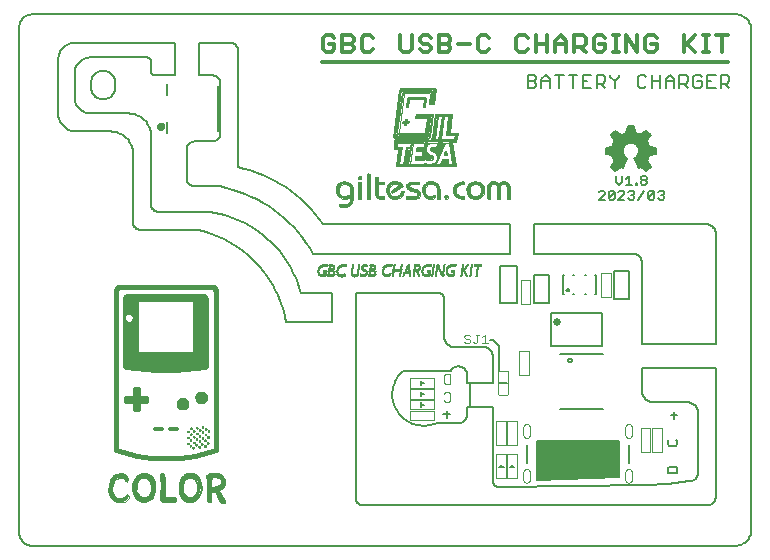
<source format=gto>
G75*
G70*
%OFA0B0*%
%FSLAX24Y24*%
%IPPOS*%
%LPD*%
%AMOC8*
5,1,8,0,0,1.08239X$1,22.5*
%
%ADD10C,0.0050*%
%ADD11C,0.0040*%
%ADD12C,0.0060*%
%ADD13C,0.0080*%
%ADD14C,0.0130*%
%ADD15C,0.0118*%
%ADD16C,0.0256*%
%ADD17C,0.0004*%
%ADD18C,0.0160*%
%ADD19C,0.0039*%
%ADD20C,0.0020*%
%ADD21C,0.0140*%
%ADD22C,0.0400*%
%ADD23C,0.0200*%
%ADD24C,0.0100*%
%ADD25C,0.0300*%
%ADD26R,0.0086X0.0002*%
%ADD27R,0.0059X0.0002*%
%ADD28R,0.0059X0.0002*%
%ADD29R,0.0065X0.0002*%
%ADD30R,0.0070X0.0002*%
%ADD31R,0.0061X0.0002*%
%ADD32R,0.0074X0.0002*%
%ADD33R,0.0078X0.0002*%
%ADD34R,0.0061X0.0002*%
%ADD35R,0.0082X0.0002*%
%ADD36R,0.0086X0.0002*%
%ADD37R,0.0059X0.0002*%
%ADD38R,0.0059X0.0002*%
%ADD39R,0.0065X0.0002*%
%ADD40R,0.0070X0.0002*%
%ADD41R,0.0061X0.0002*%
%ADD42R,0.0074X0.0002*%
%ADD43R,0.0078X0.0002*%
%ADD44R,0.0061X0.0002*%
%ADD45R,0.0082X0.0002*%
%ADD46R,0.0119X0.0002*%
%ADD47R,0.0072X0.0002*%
%ADD48R,0.0069X0.0002*%
%ADD49R,0.0114X0.0002*%
%ADD50R,0.0078X0.0002*%
%ADD51R,0.0074X0.0002*%
%ADD52R,0.0145X0.0002*%
%ADD53R,0.0076X0.0002*%
%ADD54R,0.0090X0.0002*%
%ADD55R,0.0139X0.0002*%
%ADD56R,0.0145X0.0002*%
%ADD57R,0.0076X0.0002*%
%ADD58R,0.0078X0.0002*%
%ADD59R,0.0090X0.0002*%
%ADD60R,0.0139X0.0002*%
%ADD61R,0.0166X0.0002*%
%ADD62R,0.0159X0.0002*%
%ADD63R,0.0190X0.0002*%
%ADD64R,0.0080X0.0002*%
%ADD65R,0.0176X0.0002*%
%ADD66R,0.0176X0.0002*%
%ADD67R,0.0190X0.0002*%
%ADD68R,0.0080X0.0002*%
%ADD69R,0.0176X0.0002*%
%ADD70R,0.0176X0.0002*%
%ADD71R,0.0206X0.0002*%
%ADD72R,0.0188X0.0002*%
%ADD73R,0.0219X0.0002*%
%ADD74R,0.0090X0.0002*%
%ADD75R,0.0202X0.0002*%
%ADD76R,0.0204X0.0002*%
%ADD77R,0.0219X0.0002*%
%ADD78R,0.0090X0.0002*%
%ADD79R,0.0202X0.0002*%
%ADD80R,0.0204X0.0002*%
%ADD81R,0.0231X0.0002*%
%ADD82R,0.0211X0.0002*%
%ADD83R,0.0094X0.0002*%
%ADD84R,0.0213X0.0002*%
%ADD85R,0.0235X0.0002*%
%ADD86R,0.0223X0.0002*%
%ADD87R,0.0225X0.0002*%
%ADD88R,0.0235X0.0002*%
%ADD89R,0.0223X0.0002*%
%ADD90R,0.0094X0.0002*%
%ADD91R,0.0225X0.0002*%
%ADD92R,0.0239X0.0002*%
%ADD93R,0.0086X0.0002*%
%ADD94R,0.0098X0.0002*%
%ADD95R,0.0233X0.0002*%
%ADD96R,0.0243X0.0002*%
%ADD97R,0.0082X0.0002*%
%ADD98R,0.0241X0.0002*%
%ADD99R,0.0243X0.0002*%
%ADD100R,0.0082X0.0002*%
%ADD101R,0.0098X0.0002*%
%ADD102R,0.0241X0.0002*%
%ADD103R,0.0247X0.0002*%
%ADD104R,0.0251X0.0002*%
%ADD105R,0.0102X0.0002*%
%ADD106R,0.0249X0.0002*%
%ADD107R,0.0256X0.0002*%
%ADD108R,0.0256X0.0002*%
%ADD109R,0.0258X0.0002*%
%ADD110R,0.0256X0.0002*%
%ADD111R,0.0256X0.0002*%
%ADD112R,0.0102X0.0002*%
%ADD113R,0.0258X0.0002*%
%ADD114R,0.0260X0.0002*%
%ADD115R,0.0076X0.0002*%
%ADD116R,0.0264X0.0002*%
%ADD117R,0.0110X0.0002*%
%ADD118R,0.0260X0.0002*%
%ADD119R,0.0264X0.0002*%
%ADD120R,0.0076X0.0002*%
%ADD121R,0.0110X0.0002*%
%ADD122R,0.0268X0.0002*%
%ADD123R,0.0272X0.0002*%
%ADD124R,0.0270X0.0002*%
%ADD125R,0.0272X0.0002*%
%ADD126R,0.0114X0.0002*%
%ADD127R,0.0270X0.0002*%
%ADD128R,0.0276X0.0002*%
%ADD129R,0.0274X0.0002*%
%ADD130R,0.0121X0.0002*%
%ADD131R,0.0098X0.0002*%
%ADD132R,0.0119X0.0002*%
%ADD133R,0.0100X0.0002*%
%ADD134R,0.0112X0.0002*%
%ADD135R,0.0108X0.0002*%
%ADD136R,0.0119X0.0002*%
%ADD137R,0.0088X0.0002*%
%ADD138R,0.0112X0.0002*%
%ADD139R,0.0108X0.0002*%
%ADD140R,0.0088X0.0002*%
%ADD141R,0.0065X0.0002*%
%ADD142R,0.0100X0.0002*%
%ADD143R,0.0123X0.0002*%
%ADD144R,0.0104X0.0002*%
%ADD145R,0.0096X0.0002*%
%ADD146R,0.0053X0.0002*%
%ADD147R,0.0096X0.0002*%
%ADD148R,0.0127X0.0002*%
%ADD149R,0.0096X0.0002*%
%ADD150R,0.0053X0.0002*%
%ADD151R,0.0096X0.0002*%
%ADD152R,0.0127X0.0002*%
%ADD153R,0.0094X0.0002*%
%ADD154R,0.0045X0.0002*%
%ADD155R,0.0092X0.0002*%
%ADD156R,0.0131X0.0002*%
%ADD157R,0.0094X0.0002*%
%ADD158R,0.0037X0.0002*%
%ADD159R,0.0088X0.0002*%
%ADD160R,0.0131X0.0002*%
%ADD161R,0.0037X0.0002*%
%ADD162R,0.0088X0.0002*%
%ADD163R,0.0025X0.0002*%
%ADD164R,0.0084X0.0002*%
%ADD165R,0.0135X0.0002*%
%ADD166R,0.0016X0.0002*%
%ADD167R,0.0016X0.0002*%
%ADD168R,0.0084X0.0002*%
%ADD169R,0.0135X0.0002*%
%ADD170R,0.0143X0.0002*%
%ADD171R,0.0143X0.0002*%
%ADD172R,0.0147X0.0002*%
%ADD173R,0.0251X0.0002*%
%ADD174R,0.0251X0.0002*%
%ADD175R,0.0147X0.0002*%
%ADD176R,0.0151X0.0002*%
%ADD177R,0.0125X0.0002*%
%ADD178R,0.0247X0.0002*%
%ADD179R,0.0123X0.0002*%
%ADD180R,0.0151X0.0002*%
%ADD181R,0.0125X0.0002*%
%ADD182R,0.0086X0.0002*%
%ADD183R,0.0129X0.0002*%
%ADD184R,0.0155X0.0002*%
%ADD185R,0.0133X0.0002*%
%ADD186R,0.0155X0.0002*%
%ADD187R,0.0133X0.0002*%
%ADD188R,0.0164X0.0002*%
%ADD189R,0.0239X0.0002*%
%ADD190R,0.0164X0.0002*%
%ADD191R,0.0231X0.0002*%
%ADD192R,0.0137X0.0002*%
%ADD193R,0.0227X0.0002*%
%ADD194R,0.0072X0.0002*%
%ADD195R,0.0137X0.0002*%
%ADD196R,0.0080X0.0002*%
%ADD197R,0.0227X0.0002*%
%ADD198R,0.0080X0.0002*%
%ADD199R,0.0215X0.0002*%
%ADD200R,0.0170X0.0002*%
%ADD201R,0.0074X0.0002*%
%ADD202R,0.0139X0.0002*%
%ADD203R,0.0166X0.0002*%
%ADD204R,0.0215X0.0002*%
%ADD205R,0.0170X0.0002*%
%ADD206R,0.0139X0.0002*%
%ADD207R,0.0311X0.0002*%
%ADD208R,0.0161X0.0002*%
%ADD209R,0.0311X0.0002*%
%ADD210R,0.0137X0.0002*%
%ADD211R,0.0157X0.0002*%
%ADD212R,0.0137X0.0002*%
%ADD213R,0.0157X0.0002*%
%ADD214R,0.0182X0.0002*%
%ADD215R,0.0153X0.0002*%
%ADD216R,0.0153X0.0002*%
%ADD217R,0.0307X0.0002*%
%ADD218R,0.0198X0.0002*%
%ADD219R,0.0149X0.0002*%
%ADD220R,0.0202X0.0002*%
%ADD221R,0.0125X0.0002*%
%ADD222R,0.0202X0.0002*%
%ADD223R,0.0125X0.0002*%
%ADD224R,0.0206X0.0002*%
%ADD225R,0.0084X0.0002*%
%ADD226R,0.0141X0.0002*%
%ADD227R,0.0084X0.0002*%
%ADD228R,0.0141X0.0002*%
%ADD229R,0.0311X0.0002*%
%ADD230R,0.0227X0.0002*%
%ADD231R,0.0311X0.0002*%
%ADD232R,0.0227X0.0002*%
%ADD233R,0.0231X0.0002*%
%ADD234R,0.0149X0.0002*%
%ADD235R,0.0231X0.0002*%
%ADD236R,0.0149X0.0002*%
%ADD237R,0.0153X0.0002*%
%ADD238R,0.0161X0.0002*%
%ADD239R,0.0157X0.0002*%
%ADD240R,0.0174X0.0002*%
%ADD241R,0.0153X0.0002*%
%ADD242R,0.0092X0.0002*%
%ADD243R,0.0092X0.0002*%
%ADD244R,0.0098X0.0002*%
%ADD245R,0.0100X0.0002*%
%ADD246R,0.0112X0.0002*%
%ADD247R,0.0129X0.0002*%
%ADD248R,0.0110X0.0002*%
%ADD249R,0.0117X0.0002*%
%ADD250R,0.0116X0.0002*%
%ADD251R,0.0129X0.0002*%
%ADD252R,0.0123X0.0002*%
%ADD253R,0.0117X0.0002*%
%ADD254R,0.0116X0.0002*%
%ADD255R,0.0123X0.0002*%
%ADD256R,0.0121X0.0002*%
%ADD257R,0.0121X0.0002*%
%ADD258R,0.0121X0.0002*%
%ADD259R,0.0112X0.0002*%
%ADD260R,0.0149X0.0002*%
%ADD261R,0.0008X0.0002*%
%ADD262R,0.0151X0.0002*%
%ADD263R,0.0012X0.0002*%
%ADD264R,0.0008X0.0002*%
%ADD265R,0.0151X0.0002*%
%ADD266R,0.0012X0.0002*%
%ADD267R,0.0166X0.0002*%
%ADD268R,0.0033X0.0002*%
%ADD269R,0.0172X0.0002*%
%ADD270R,0.0039X0.0002*%
%ADD271R,0.0276X0.0002*%
%ADD272R,0.0268X0.0002*%
%ADD273R,0.0260X0.0002*%
%ADD274R,0.0260X0.0002*%
%ADD275R,0.0258X0.0002*%
%ADD276R,0.0251X0.0002*%
%ADD277R,0.0211X0.0002*%
%ADD278R,0.0254X0.0002*%
%ADD279R,0.0211X0.0002*%
%ADD280R,0.0254X0.0002*%
%ADD281R,0.0245X0.0002*%
%ADD282R,0.0247X0.0002*%
%ADD283R,0.0092X0.0002*%
%ADD284R,0.0233X0.0002*%
%ADD285R,0.0194X0.0002*%
%ADD286R,0.0194X0.0002*%
%ADD287R,0.0223X0.0002*%
%ADD288R,0.0217X0.0002*%
%ADD289R,0.0186X0.0002*%
%ADD290R,0.0217X0.0002*%
%ADD291R,0.0186X0.0002*%
%ADD292R,0.0209X0.0002*%
%ADD293R,0.0178X0.0002*%
%ADD294R,0.0200X0.0002*%
%ADD295R,0.0174X0.0002*%
%ADD296R,0.0194X0.0002*%
%ADD297R,0.0198X0.0002*%
%ADD298R,0.0200X0.0002*%
%ADD299R,0.0174X0.0002*%
%ADD300R,0.0194X0.0002*%
%ADD301R,0.0198X0.0002*%
%ADD302R,0.0067X0.0002*%
%ADD303R,0.0067X0.0002*%
%ADD304R,0.0168X0.0002*%
%ADD305R,0.0170X0.0002*%
%ADD306R,0.0168X0.0002*%
%ADD307R,0.0170X0.0002*%
%ADD308R,0.0063X0.0002*%
%ADD309R,0.0063X0.0002*%
%ADD310R,0.0067X0.0002*%
%ADD311R,0.0110X0.0002*%
%ADD312R,0.0104X0.0002*%
%ADD313R,0.0041X0.0002*%
%ADD314R,0.0016X0.0002*%
%ADD315R,0.0020X0.0002*%
%ADD316R,0.0004X0.0002*%
%ADD317R,0.0045X0.0002*%
%ADD318R,0.0178X0.0002*%
%ADD319R,0.0178X0.0002*%
%ADD320R,0.0178X0.0002*%
%ADD321R,0.0182X0.0002*%
%ADD322R,0.0186X0.0002*%
%ADD323R,0.0186X0.0002*%
%ADD324R,0.0211X0.0002*%
%ADD325R,0.0206X0.0002*%
%ADD326R,0.0235X0.0002*%
%ADD327R,0.0235X0.0002*%
%ADD328R,0.0239X0.0002*%
%ADD329R,0.0239X0.0002*%
%ADD330R,0.0106X0.0002*%
%ADD331R,0.0114X0.0002*%
%ADD332R,0.0106X0.0002*%
%ADD333R,0.0106X0.0002*%
%ADD334R,0.0106X0.0002*%
%ADD335R,0.0102X0.0002*%
%ADD336R,0.0049X0.0002*%
%ADD337R,0.0049X0.0002*%
%ADD338R,0.0033X0.0002*%
%ADD339R,0.0025X0.0002*%
%ADD340R,0.0025X0.0002*%
%ADD341R,0.0072X0.0002*%
%ADD342R,0.0072X0.0002*%
%ADD343R,0.0114X0.0002*%
%ADD344R,0.0219X0.0002*%
%ADD345R,0.0155X0.0002*%
%ADD346R,0.0155X0.0002*%
%ADD347R,0.0159X0.0002*%
%ADD348R,0.0198X0.0002*%
%ADD349R,0.0145X0.0002*%
%ADD350R,0.0145X0.0002*%
%ADD351R,0.0206X0.0002*%
%ADD352R,0.0102X0.0002*%
%ADD353R,0.0127X0.0002*%
%ADD354R,0.0127X0.0002*%
%ADD355R,0.0268X0.0002*%
%ADD356R,0.0196X0.0002*%
%ADD357R,0.0188X0.0002*%
%ADD358R,0.0196X0.0002*%
%ADD359R,0.0184X0.0002*%
%ADD360R,0.0184X0.0002*%
%ADD361R,0.0180X0.0002*%
%ADD362R,0.0180X0.0002*%
%ADD363R,0.0168X0.0002*%
%ADD364R,0.0172X0.0002*%
%ADD365R,0.0168X0.0002*%
%ADD366R,0.0164X0.0002*%
%ADD367R,0.0143X0.0002*%
%ADD368R,0.0147X0.0002*%
%ADD369R,0.0143X0.0002*%
%ADD370R,0.0147X0.0002*%
%ADD371R,0.0065X0.0002*%
%ADD372R,0.0020X0.0002*%
%ADD373R,0.0020X0.0002*%
%ADD374C,0.0010*%
%ADD375C,0.0030*%
D10*
X000929Y000534D02*
X024328Y000534D01*
X024327Y000533D02*
X024374Y000530D01*
X024420Y000531D01*
X024466Y000536D01*
X024512Y000544D01*
X024556Y000557D01*
X024600Y000573D01*
X024642Y000592D01*
X024682Y000615D01*
X024720Y000641D01*
X024756Y000671D01*
X024790Y000703D01*
X024821Y000737D01*
X024848Y000775D01*
X024873Y000814D01*
X024894Y000855D01*
X024912Y000898D01*
X024926Y000942D01*
X024936Y000987D01*
X024943Y001033D01*
X024943Y001034D02*
X024943Y017752D01*
X024943Y017753D02*
X024936Y017798D01*
X024926Y017844D01*
X024911Y017888D01*
X024894Y017930D01*
X024872Y017971D01*
X024848Y018011D01*
X024820Y018048D01*
X024789Y018082D01*
X024756Y018114D01*
X024720Y018143D01*
X024682Y018170D01*
X024641Y018192D01*
X024599Y018212D01*
X024556Y018228D01*
X024511Y018240D01*
X024466Y018248D01*
X024420Y018253D01*
X024374Y018254D01*
X024327Y018251D01*
X024328Y018250D02*
X000929Y018250D01*
X000930Y018250D02*
X000889Y018243D01*
X000849Y018233D01*
X000809Y018219D01*
X000772Y018201D01*
X000736Y018180D01*
X000702Y018156D01*
X000671Y018129D01*
X000642Y018099D01*
X000616Y018066D01*
X000593Y018032D01*
X000574Y017995D01*
X000558Y017956D01*
X000546Y017917D01*
X000537Y017876D01*
X000532Y017835D01*
X000531Y017793D01*
X000534Y017752D01*
X000534Y001034D01*
X000531Y000993D01*
X000532Y000951D01*
X000537Y000910D01*
X000545Y000869D01*
X000558Y000829D01*
X000574Y000791D01*
X000593Y000754D01*
X000616Y000719D01*
X000642Y000686D01*
X000670Y000656D01*
X000702Y000629D01*
X000736Y000604D01*
X000772Y000583D01*
X000809Y000565D01*
X000848Y000551D01*
X000889Y000541D01*
X000930Y000534D01*
X003609Y002163D02*
X003544Y002370D01*
X003589Y002683D01*
X003594Y002701D02*
X003656Y002825D01*
X003758Y002878D01*
X003856Y002906D01*
X003887Y002893D01*
X003892Y002919D02*
X004021Y002850D01*
X004088Y002752D01*
X004079Y002724D02*
X004100Y002716D01*
X004120Y002733D01*
X004113Y002770D01*
X004033Y002887D01*
X003892Y002919D01*
X003925Y002870D02*
X003796Y002857D01*
X003671Y002787D01*
X003617Y002702D01*
X003594Y002701D01*
X003631Y002671D02*
X003652Y002675D01*
X003688Y002756D01*
X003821Y002826D01*
X003934Y002843D01*
X003993Y002828D01*
X004079Y002724D01*
X004362Y002647D02*
X004341Y002547D01*
X004334Y002371D01*
X004348Y002295D01*
X004379Y002205D01*
X004419Y002131D01*
X004482Y002061D01*
X004553Y002016D01*
X004627Y001994D01*
X004660Y001988D01*
X004742Y001988D01*
X004748Y001989D02*
X004821Y002013D01*
X004892Y002058D01*
X004983Y002134D01*
X005010Y002175D01*
X005066Y002361D01*
X005061Y002524D01*
X005046Y002614D01*
X005012Y002719D01*
X004954Y002819D01*
X004877Y002889D01*
X004782Y002930D01*
X004663Y002941D01*
X004561Y002901D01*
X004489Y002856D01*
X004421Y002776D01*
X004362Y002647D01*
X004394Y002631D02*
X004482Y002801D01*
X004665Y002901D01*
X004820Y002870D01*
X004935Y002778D01*
X005002Y002637D01*
X005022Y002526D01*
X004987Y002510D01*
X004938Y002730D01*
X004909Y002717D01*
X004881Y002790D01*
X004673Y002867D01*
X004822Y002834D01*
X004619Y002816D01*
X004645Y002852D01*
X004498Y002759D01*
X004422Y002593D01*
X004527Y002754D01*
X004558Y002744D02*
X004506Y002680D01*
X004474Y002607D01*
X004451Y002513D01*
X004445Y002445D01*
X004444Y002362D01*
X004458Y002293D01*
X004514Y002214D01*
X004574Y002153D01*
X004645Y002123D01*
X004730Y002121D01*
X004773Y002133D01*
X004811Y002152D01*
X004855Y002178D01*
X004883Y002209D01*
X004903Y002234D02*
X004935Y002302D01*
X004948Y002360D01*
X004952Y002511D01*
X004943Y002581D01*
X004920Y002655D01*
X004874Y002723D01*
X004823Y002770D01*
X004767Y002788D01*
X004721Y002794D01*
X004661Y002795D01*
X004606Y002779D01*
X004558Y002744D01*
X004394Y002631D02*
X004362Y002400D01*
X004402Y002244D01*
X004511Y002080D01*
X004641Y002030D01*
X004762Y002027D01*
X005013Y002214D01*
X004900Y002115D01*
X005016Y002309D01*
X005025Y002499D01*
X004995Y002487D01*
X004983Y002310D01*
X004880Y002135D01*
X004850Y002151D02*
X004903Y002234D01*
X004835Y002126D02*
X004884Y002101D01*
X004869Y002069D01*
X004765Y002058D01*
X004658Y002061D01*
X004537Y002107D01*
X004433Y002248D01*
X004407Y002390D01*
X004425Y002576D01*
X004524Y002157D02*
X004655Y002099D01*
X004784Y002092D01*
X004835Y002126D01*
X004748Y001989D02*
X004733Y001991D01*
X005270Y002062D02*
X005279Y002034D01*
X005290Y002022D01*
X005311Y002009D01*
X005333Y002000D01*
X005364Y001995D01*
X005417Y001991D01*
X005710Y002018D01*
X005731Y002083D01*
X005419Y002106D01*
X005692Y002110D01*
X005681Y002044D01*
X005316Y002036D01*
X005307Y002112D01*
X005611Y002055D01*
X005336Y002078D01*
X005362Y002115D02*
X005361Y002762D01*
X005322Y002121D01*
X005299Y002746D01*
X005295Y002901D01*
X005340Y002893D01*
X005345Y002788D01*
X005340Y002652D01*
X005389Y002715D02*
X005395Y002554D01*
X005397Y002354D01*
X005393Y002172D01*
X005394Y002141D01*
X005423Y002128D01*
X005516Y002128D01*
X005610Y002141D01*
X005692Y002137D01*
X005746Y002112D01*
X005761Y002081D01*
X005764Y002046D01*
X005757Y002017D01*
X005744Y001997D01*
X005726Y001984D01*
X005696Y001985D01*
X005617Y001995D01*
X005511Y001993D01*
X005430Y001992D01*
X005270Y002062D02*
X005276Y002244D01*
X005280Y002499D01*
X005261Y002869D01*
X005263Y002897D01*
X005272Y002921D01*
X005292Y002934D01*
X005317Y002939D01*
X005349Y002929D01*
X005372Y002888D01*
X005389Y002715D01*
X005882Y002568D02*
X005881Y002422D01*
X005894Y002309D01*
X005938Y002186D01*
X005991Y002106D01*
X006038Y002055D01*
X006117Y002009D01*
X006199Y001987D01*
X006269Y001982D01*
X006270Y001999D02*
X006296Y001986D01*
X006382Y002017D01*
X006472Y002085D01*
X006532Y002165D01*
X006581Y002280D01*
X006611Y002420D01*
X006606Y002602D01*
X006557Y002743D01*
X006509Y002817D01*
X006433Y002884D01*
X006338Y002928D01*
X006221Y002939D01*
X006132Y002915D01*
X006037Y002858D01*
X005966Y002796D01*
X005929Y002737D01*
X005882Y002568D01*
X005992Y002536D02*
X005986Y002372D01*
X006010Y002286D01*
X006081Y002184D01*
X006163Y002126D01*
X006235Y002120D01*
X006288Y002121D01*
X006285Y002121D02*
X006339Y002142D01*
X006395Y002178D01*
X006436Y002223D01*
X006469Y002282D01*
X006494Y002372D01*
X006495Y002554D01*
X006474Y002636D01*
X006435Y002708D01*
X006378Y002763D01*
X006303Y002794D01*
X006195Y002795D01*
X006094Y002753D01*
X006109Y002755D01*
X006077Y002729D01*
X006024Y002646D01*
X005992Y002536D01*
X006782Y002830D02*
X006791Y002807D01*
X006823Y002780D01*
X006834Y002754D01*
X006832Y002353D01*
X006828Y002105D01*
X006830Y002076D01*
X006837Y002031D01*
X006846Y002006D01*
X006866Y001990D01*
X006877Y001987D01*
X006886Y001986D02*
X006889Y001988D01*
X006910Y001990D01*
X006925Y002002D01*
X006937Y002024D01*
X006938Y002304D01*
X006953Y002324D01*
X006986Y002323D01*
X007016Y002329D01*
X007064Y002339D01*
X007074Y002345D01*
X007094Y002346D01*
X007208Y002088D01*
X007237Y002032D01*
X007290Y001976D01*
X007338Y001957D01*
X007367Y001959D01*
X007392Y001973D01*
X007403Y001997D01*
X007402Y002015D01*
X007288Y002198D01*
X007205Y002362D01*
X007225Y002403D01*
X007233Y002398D01*
X007311Y002449D01*
X007360Y002497D01*
X007385Y002544D01*
X007402Y002595D01*
X007402Y002687D01*
X007396Y002725D01*
X007376Y002776D01*
X007341Y002830D01*
X007272Y002882D01*
X007203Y002912D01*
X007098Y002935D01*
X006987Y002935D01*
X006879Y002921D01*
X006820Y002904D01*
X006789Y002872D01*
X006782Y002830D01*
X006946Y002796D02*
X006938Y002655D01*
X006937Y002453D01*
X006956Y002448D02*
X007001Y002449D01*
X007140Y002485D01*
X007199Y002519D01*
X007251Y002554D01*
X007283Y002595D01*
X007297Y002653D01*
X007291Y002641D01*
X007290Y002687D01*
X007254Y002744D01*
X007207Y002783D01*
X007147Y002803D01*
X007079Y002812D01*
X007014Y002813D01*
X006962Y002802D01*
X006946Y002796D01*
X004148Y002185D02*
X004131Y002213D01*
X004092Y002176D01*
X004009Y002110D01*
X003893Y002093D01*
X003810Y002097D01*
X003718Y002150D01*
X003649Y002237D01*
X003601Y002377D01*
X003631Y002671D01*
X003595Y002493D02*
X003576Y002365D01*
X003629Y002214D01*
X003691Y002117D01*
X003831Y002050D01*
X003913Y002052D01*
X003925Y002056D02*
X003993Y002068D01*
X004073Y002105D01*
X004113Y002154D01*
X004139Y002122D02*
X004148Y002185D01*
X004139Y002122D02*
X004076Y002061D01*
X003944Y002010D01*
X003919Y002003D02*
X003925Y002056D01*
X003919Y002003D02*
X003740Y002047D01*
X003609Y002163D01*
X009437Y007981D02*
X009399Y008165D01*
X009352Y008348D01*
X009296Y008528D01*
X009232Y008705D01*
X009159Y008878D01*
X009077Y009048D01*
X008988Y009214D01*
X008890Y009375D01*
X008785Y009532D01*
X008672Y009683D01*
X008552Y009828D01*
X008425Y009967D01*
X008291Y010100D01*
X008151Y010226D01*
X008005Y010345D01*
X007854Y010457D01*
X007697Y010562D01*
X007535Y010659D01*
X007369Y010747D01*
X007199Y010828D01*
X007025Y010900D01*
X006847Y010964D01*
X006667Y011019D01*
X006484Y011065D01*
X004578Y011065D01*
X004548Y011067D01*
X004518Y011072D01*
X004489Y011081D01*
X004462Y011094D01*
X004436Y011109D01*
X004412Y011128D01*
X004391Y011149D01*
X004372Y011173D01*
X004357Y011199D01*
X004344Y011226D01*
X004335Y011255D01*
X004330Y011285D01*
X004328Y011315D01*
X004328Y013595D01*
X004326Y013649D01*
X004320Y013702D01*
X004311Y013754D01*
X004298Y013806D01*
X004281Y013857D01*
X004260Y013907D01*
X004236Y013954D01*
X004209Y014000D01*
X004178Y014044D01*
X004145Y014086D01*
X004108Y014125D01*
X004069Y014162D01*
X004027Y014195D01*
X003983Y014226D01*
X003937Y014253D01*
X003890Y014277D01*
X003840Y014298D01*
X003789Y014315D01*
X003737Y014328D01*
X003685Y014337D01*
X003632Y014343D01*
X003578Y014345D01*
X002387Y014345D01*
X002341Y014350D01*
X002296Y014359D01*
X002251Y014371D01*
X002207Y014386D01*
X002165Y014405D01*
X002124Y014428D01*
X002085Y014453D01*
X002048Y014481D01*
X002014Y014512D01*
X001982Y014546D01*
X001953Y014582D01*
X001927Y014621D01*
X001903Y014661D01*
X001884Y014703D01*
X001867Y014746D01*
X001854Y014791D01*
X001844Y014836D01*
X001838Y014882D01*
X001836Y014928D01*
X001837Y014975D01*
X001837Y016756D01*
X001839Y016801D01*
X001845Y016847D01*
X001854Y016891D01*
X001867Y016935D01*
X001883Y016977D01*
X001903Y017018D01*
X001927Y017057D01*
X001953Y017094D01*
X001982Y017129D01*
X002014Y017161D01*
X002049Y017190D01*
X002086Y017216D01*
X002125Y017240D01*
X002166Y017260D01*
X002208Y017276D01*
X002252Y017289D01*
X002296Y017298D01*
X002342Y017304D01*
X002387Y017306D01*
X005733Y017306D01*
X005733Y016215D01*
X005078Y016215D01*
X005055Y016217D01*
X005032Y016222D01*
X005010Y016231D01*
X004990Y016244D01*
X004972Y016259D01*
X004957Y016277D01*
X004944Y016297D01*
X004935Y016319D01*
X004930Y016342D01*
X004928Y016365D01*
X004928Y016665D01*
X004926Y016688D01*
X004921Y016711D01*
X004912Y016733D01*
X004899Y016753D01*
X004884Y016771D01*
X004866Y016786D01*
X004846Y016799D01*
X004824Y016808D01*
X004801Y016813D01*
X004778Y016815D01*
X002928Y016815D01*
X002883Y016813D01*
X002837Y016807D01*
X002793Y016798D01*
X002749Y016785D01*
X002707Y016769D01*
X002666Y016749D01*
X002627Y016725D01*
X002590Y016699D01*
X002555Y016670D01*
X002523Y016638D01*
X002494Y016603D01*
X002468Y016566D01*
X002444Y016527D01*
X002424Y016486D01*
X002408Y016444D01*
X002395Y016400D01*
X002386Y016356D01*
X002380Y016310D01*
X002378Y016265D01*
X002378Y015495D01*
X002380Y015450D01*
X002386Y015404D01*
X002395Y015360D01*
X002408Y015316D01*
X002424Y015274D01*
X002444Y015233D01*
X002468Y015194D01*
X002494Y015157D01*
X002523Y015122D01*
X002555Y015090D01*
X002590Y015061D01*
X002627Y015035D01*
X002666Y015011D01*
X002707Y014991D01*
X002749Y014975D01*
X002793Y014962D01*
X002837Y014953D01*
X002883Y014947D01*
X002928Y014945D01*
X004178Y014945D01*
X004232Y014943D01*
X004285Y014937D01*
X004337Y014928D01*
X004389Y014915D01*
X004440Y014898D01*
X004490Y014877D01*
X004537Y014853D01*
X004583Y014826D01*
X004627Y014795D01*
X004669Y014762D01*
X004708Y014725D01*
X004745Y014686D01*
X004778Y014644D01*
X004809Y014600D01*
X004836Y014554D01*
X004860Y014507D01*
X004881Y014457D01*
X004898Y014406D01*
X004911Y014354D01*
X004920Y014302D01*
X004926Y014249D01*
X004928Y014195D01*
X004928Y011915D01*
X004930Y011885D01*
X004935Y011855D01*
X004944Y011826D01*
X004957Y011799D01*
X004972Y011773D01*
X004991Y011749D01*
X005012Y011728D01*
X005036Y011709D01*
X005062Y011694D01*
X005089Y011681D01*
X005118Y011672D01*
X005148Y011667D01*
X005178Y011665D01*
X006878Y011665D01*
X007228Y012515D02*
X006378Y012515D01*
X006348Y012517D01*
X006318Y012522D01*
X006289Y012531D01*
X006262Y012544D01*
X006236Y012559D01*
X006212Y012578D01*
X006191Y012599D01*
X006172Y012623D01*
X006157Y012649D01*
X006144Y012676D01*
X006135Y012705D01*
X006130Y012735D01*
X006128Y012765D01*
X006128Y013765D01*
X006130Y013795D01*
X006135Y013825D01*
X006144Y013854D01*
X006157Y013881D01*
X006172Y013907D01*
X006191Y013931D01*
X006212Y013952D01*
X006236Y013971D01*
X006262Y013986D01*
X006289Y013999D01*
X006318Y014008D01*
X006348Y014013D01*
X006378Y014015D01*
X006978Y014015D01*
X007008Y014017D01*
X007038Y014022D01*
X007067Y014031D01*
X007094Y014044D01*
X007120Y014059D01*
X007144Y014078D01*
X007165Y014099D01*
X007184Y014123D01*
X007199Y014149D01*
X007212Y014176D01*
X007221Y014205D01*
X007226Y014235D01*
X007228Y014265D01*
X007228Y015965D01*
X007226Y015995D01*
X007221Y016025D01*
X007212Y016054D01*
X007199Y016081D01*
X007184Y016107D01*
X007165Y016131D01*
X007144Y016152D01*
X007120Y016171D01*
X007094Y016186D01*
X007067Y016199D01*
X007038Y016208D01*
X007008Y016213D01*
X006978Y016215D01*
X006521Y016215D01*
X006521Y017306D01*
X007568Y017306D01*
X007569Y017306D02*
X007599Y017304D01*
X007628Y017299D01*
X007657Y017291D01*
X007684Y017279D01*
X007710Y017263D01*
X007734Y017245D01*
X007755Y017224D01*
X007774Y017201D01*
X007790Y017175D01*
X007802Y017148D01*
X007811Y017119D01*
X007817Y017090D01*
X007819Y017060D01*
X007818Y017060D02*
X007818Y013156D01*
X010657Y011256D02*
X016908Y011256D01*
X016908Y010259D01*
X010328Y010259D01*
X009928Y008965D02*
X010960Y008965D01*
X010960Y007981D01*
X009437Y007981D01*
X011747Y008965D02*
X011747Y002142D01*
X011747Y002141D02*
X011748Y002112D01*
X011752Y002083D01*
X011760Y002054D01*
X011771Y002027D01*
X011786Y002001D01*
X011803Y001977D01*
X011823Y001955D01*
X011846Y001936D01*
X011871Y001920D01*
X011897Y001907D01*
X011925Y001897D01*
X011954Y001891D01*
X011984Y001888D01*
X011983Y001888D02*
X023464Y001888D01*
X023497Y001890D01*
X023530Y001896D01*
X023562Y001905D01*
X023592Y001918D01*
X023621Y001935D01*
X023648Y001954D01*
X023673Y001976D01*
X023695Y002001D01*
X023714Y002028D01*
X023730Y002058D01*
X023742Y002088D01*
X023751Y002120D01*
X023756Y002153D01*
X023758Y002186D01*
X023758Y006464D01*
X021278Y006464D01*
X021278Y005715D01*
X021282Y005676D01*
X021290Y005637D01*
X021301Y005600D01*
X021315Y005563D01*
X021333Y005528D01*
X021355Y005495D01*
X021379Y005464D01*
X021406Y005435D01*
X021435Y005409D01*
X021467Y005386D01*
X021500Y005365D01*
X021536Y005348D01*
X021573Y005334D01*
X021611Y005324D01*
X021649Y005317D01*
X021689Y005314D01*
X021728Y005315D01*
X022828Y005315D01*
X022827Y005316D02*
X022863Y005311D01*
X022899Y005303D01*
X022933Y005291D01*
X022967Y005276D01*
X022998Y005258D01*
X023028Y005237D01*
X023055Y005213D01*
X023080Y005186D01*
X023102Y005157D01*
X023121Y005126D01*
X023137Y005094D01*
X023150Y005059D01*
X023160Y005024D01*
X023166Y004988D01*
X023168Y004952D01*
X023167Y004916D01*
X023167Y004915D02*
X023167Y002977D01*
X023165Y002944D01*
X023160Y002912D01*
X023151Y002880D01*
X023138Y002849D01*
X023122Y002821D01*
X023103Y002794D01*
X023081Y002769D01*
X023056Y002747D01*
X023029Y002728D01*
X023001Y002712D01*
X022970Y002699D01*
X022938Y002690D01*
X022906Y002685D01*
X022873Y002683D01*
X022465Y002966D02*
X022465Y003121D01*
X022413Y003173D01*
X022207Y003173D01*
X022155Y003121D01*
X022155Y002966D01*
X022465Y002966D01*
X021424Y002565D02*
X016564Y002479D01*
X016534Y002481D01*
X016504Y002486D01*
X016475Y002495D01*
X016448Y002508D01*
X016422Y002523D01*
X016398Y002542D01*
X016377Y002563D01*
X016358Y002587D01*
X016343Y002613D01*
X016330Y002640D01*
X016321Y002669D01*
X016316Y002699D01*
X016314Y002729D01*
X016314Y005167D01*
X015468Y005167D01*
X015468Y004899D01*
X015463Y004867D01*
X015455Y004835D01*
X015443Y004805D01*
X015428Y004776D01*
X015410Y004749D01*
X015389Y004724D01*
X015365Y004701D01*
X015339Y004682D01*
X015311Y004665D01*
X015281Y004652D01*
X015250Y004642D01*
X015218Y004636D01*
X015186Y004633D01*
X015153Y004634D01*
X014444Y004634D01*
X014675Y004922D02*
X014908Y004922D01*
X014791Y005038D02*
X014791Y004805D01*
X014017Y005237D02*
X013939Y005237D01*
X013939Y005158D01*
X013939Y005237D02*
X013939Y005315D01*
X013939Y005518D02*
X013939Y005597D01*
X014017Y005597D01*
X013341Y006367D02*
X013294Y006325D01*
X013249Y006280D01*
X013208Y006232D01*
X013169Y006182D01*
X013133Y006129D01*
X013101Y006075D01*
X013072Y006018D01*
X013046Y005960D01*
X013024Y005901D01*
X013006Y005840D01*
X012991Y005778D01*
X012981Y005715D01*
X012974Y005652D01*
X012971Y005589D01*
X012972Y005525D01*
X012977Y005462D01*
X012986Y005399D01*
X012998Y005337D01*
X013015Y005276D01*
X013035Y005216D01*
X013058Y005157D01*
X013086Y005099D01*
X013116Y005044D01*
X013150Y004990D01*
X013188Y004939D01*
X013228Y004890D01*
X013271Y004844D01*
X013317Y004800D01*
X013366Y004759D01*
X013417Y004721D01*
X013470Y004687D01*
X013526Y004656D01*
X013583Y004628D01*
X013641Y004604D01*
X013701Y004583D01*
X013763Y004566D01*
X013825Y004553D01*
X013887Y004544D01*
X013951Y004539D01*
X014014Y004537D01*
X014078Y004539D01*
X014141Y004546D01*
X014203Y004556D01*
X014265Y004570D01*
X014326Y004587D01*
X014386Y004609D01*
X014444Y004634D01*
X013939Y005597D02*
X013939Y005675D01*
X013939Y005878D02*
X013939Y005957D01*
X014017Y005957D01*
X013939Y005957D02*
X013939Y006035D01*
X013342Y006367D02*
X014917Y006367D01*
X014916Y006367D02*
X014935Y006395D01*
X014956Y006421D01*
X014980Y006444D01*
X015007Y006464D01*
X015036Y006481D01*
X015067Y006495D01*
X015099Y006505D01*
X015132Y006511D01*
X015165Y006514D01*
X015199Y006513D01*
X015232Y006508D01*
X015264Y006499D01*
X015296Y006487D01*
X015325Y006471D01*
X015353Y006452D01*
X015378Y006430D01*
X015401Y006406D01*
X015421Y006378D01*
X015437Y006349D01*
X015450Y006318D01*
X015460Y006286D01*
X015466Y006253D01*
X015468Y006220D01*
X015468Y005956D01*
X016314Y005956D01*
X016314Y006881D01*
X016314Y006880D02*
X016310Y006913D01*
X016303Y006944D01*
X016293Y006975D01*
X016279Y007005D01*
X016262Y007032D01*
X016242Y007058D01*
X016219Y007081D01*
X016193Y007101D01*
X016166Y007119D01*
X016137Y007133D01*
X016106Y007144D01*
X016074Y007152D01*
X016042Y007155D01*
X016010Y007156D01*
X016009Y007156D02*
X015014Y007156D01*
X014979Y007160D01*
X014944Y007169D01*
X014910Y007180D01*
X014878Y007195D01*
X014847Y007214D01*
X014819Y007236D01*
X014793Y007260D01*
X014770Y007287D01*
X014749Y007316D01*
X014732Y007348D01*
X014718Y007381D01*
X014708Y007415D01*
X014701Y007450D01*
X014698Y007485D01*
X014699Y007521D01*
X014699Y008765D01*
X014700Y008765D02*
X014697Y008792D01*
X014690Y008819D01*
X014680Y008845D01*
X014666Y008869D01*
X014650Y008891D01*
X014630Y008911D01*
X014609Y008928D01*
X014585Y008942D01*
X014560Y008953D01*
X014533Y008960D01*
X014506Y008964D01*
X014478Y008965D01*
X011747Y008965D01*
X011447Y011862D02*
X011532Y011907D01*
X011432Y011897D01*
X011302Y011892D01*
X011222Y011907D01*
X011212Y011872D02*
X011447Y011862D01*
X011487Y011917D02*
X011547Y011957D01*
X011582Y012027D01*
X011617Y012017D01*
X011547Y011912D01*
X011582Y012037D02*
X011592Y012072D01*
X011597Y012547D01*
X011632Y012472D01*
X011627Y012047D01*
X011487Y012147D02*
X011392Y012122D01*
X011267Y012147D01*
X011197Y012192D01*
X011152Y012252D01*
X011117Y012362D01*
X011137Y012497D01*
X011207Y012587D01*
X011292Y012637D01*
X011372Y012657D01*
X011467Y012642D01*
X011527Y012607D01*
X011572Y012562D01*
X011562Y012522D02*
X011497Y012587D01*
X011417Y012622D01*
X011312Y012612D01*
X011252Y012587D01*
X011192Y012517D01*
X011157Y012442D01*
X011157Y012372D01*
X011172Y012272D01*
X011222Y012212D01*
X011302Y012167D01*
X011372Y012157D01*
X011442Y012162D01*
X011492Y012187D01*
X011487Y012147D01*
X011872Y012127D02*
X011907Y012127D01*
X011907Y012652D01*
X011887Y012652D01*
X011862Y012647D02*
X011872Y012127D01*
X012162Y012127D02*
X012167Y012912D01*
X012202Y012917D01*
X012202Y012127D01*
X012457Y012177D02*
X012432Y012257D01*
X012427Y012792D01*
X012462Y012792D01*
X012467Y012257D01*
X012492Y012197D01*
X012522Y012172D01*
X012677Y012162D01*
X012672Y012127D02*
X012512Y012142D01*
X012457Y012177D01*
X012817Y012277D02*
X012897Y012172D01*
X012997Y012132D01*
X013117Y012127D01*
X013202Y012157D01*
X013292Y012237D01*
X013322Y012332D01*
X013282Y012337D02*
X013267Y012277D01*
X013212Y012207D01*
X013137Y012162D01*
X013007Y012157D01*
X012907Y012207D01*
X012842Y012312D01*
X012837Y012417D01*
X012857Y012497D01*
X012907Y012567D01*
X012977Y012607D01*
X013042Y012617D01*
X013157Y012612D01*
X013242Y012527D01*
X012947Y012362D01*
X012962Y012337D01*
X013297Y012522D01*
X013277Y012552D01*
X013207Y012612D01*
X013142Y012647D01*
X012992Y012647D01*
X012877Y012592D01*
X012812Y012492D01*
X012792Y012377D01*
X012817Y012277D01*
X012672Y012607D02*
X012472Y012612D01*
X012487Y012637D02*
X012677Y012642D01*
X012672Y012607D01*
X011917Y012797D02*
X011902Y012832D01*
X011862Y012827D01*
X011862Y012802D01*
X011877Y012777D02*
X011917Y012797D01*
X011562Y012522D02*
X011582Y012457D01*
X013467Y012567D02*
X013472Y012482D01*
X013517Y012432D01*
X013692Y012362D01*
X013702Y012352D02*
X013787Y012332D01*
X013827Y012282D01*
X013822Y012202D01*
X013767Y012172D01*
X013462Y012167D01*
X013457Y012127D02*
X013767Y012137D01*
X013842Y012172D01*
X013867Y012237D01*
X013867Y012292D01*
X013827Y012347D01*
X013547Y012452D01*
X013512Y012492D01*
X013512Y012562D01*
X013542Y012597D01*
X013572Y012607D01*
X013842Y012607D01*
X013842Y012642D01*
X013562Y012637D01*
X013497Y012607D01*
X013467Y012567D01*
X013727Y012407D02*
X013772Y012377D01*
X013992Y012412D02*
X014012Y012282D01*
X014082Y012182D01*
X014157Y012132D01*
X014302Y012122D01*
X014372Y012157D01*
X014377Y012197D01*
X014297Y012157D01*
X014217Y012162D01*
X014147Y012177D01*
X014077Y012242D01*
X014032Y012327D01*
X014042Y012442D01*
X014072Y012527D01*
X014122Y012582D01*
X014192Y012617D01*
X014282Y012622D01*
X014372Y012602D01*
X014442Y012547D01*
X014487Y012452D01*
X014482Y012127D01*
X014522Y012127D02*
X014517Y012477D01*
X014492Y012527D01*
X014442Y012597D01*
X014342Y012647D01*
X014202Y012652D01*
X014097Y012607D01*
X014027Y012527D01*
X013992Y012412D01*
X014742Y012187D02*
X014737Y012157D01*
X014747Y012137D01*
X014762Y012167D01*
X014742Y012187D02*
X014782Y012197D01*
X014807Y012157D01*
X014772Y012122D01*
X015067Y012247D02*
X015027Y012332D01*
X015032Y012452D01*
X015092Y012572D01*
X015212Y012632D01*
X015347Y012647D01*
X015347Y012612D01*
X015242Y012607D01*
X015132Y012557D01*
X015082Y012467D01*
X015067Y012362D01*
X015097Y012262D01*
X015187Y012187D01*
X015277Y012167D01*
X015357Y012167D01*
X015352Y012132D02*
X015217Y012142D01*
X015127Y012187D01*
X015067Y012247D01*
X015482Y012312D02*
X015477Y012422D01*
X015497Y012487D01*
X015552Y012582D01*
X015642Y012642D01*
X015787Y012657D01*
X015687Y012652D01*
X015822Y012642D01*
X015932Y012582D01*
X015997Y012482D01*
X016012Y012357D01*
X015977Y012252D01*
X015912Y012177D01*
X015832Y012137D01*
X015747Y012117D01*
X015722Y012122D02*
X015762Y012152D01*
X015667Y012167D01*
X015582Y012217D01*
X015532Y012297D01*
X015517Y012382D01*
X015537Y012487D01*
X015587Y012567D01*
X015692Y012622D01*
X015782Y012617D01*
X015882Y012582D01*
X015932Y012532D01*
X015972Y012437D01*
X015962Y012332D01*
X015937Y012267D01*
X015887Y012207D01*
X015787Y012147D01*
X015782Y012167D01*
X015722Y012122D02*
X015622Y012147D01*
X015547Y012197D01*
X015482Y012312D01*
X016172Y012127D02*
X016177Y012527D01*
X016217Y012607D01*
X016212Y012127D01*
X016497Y012132D02*
X016492Y012582D01*
X016477Y012597D02*
X016412Y012647D01*
X016352Y012657D01*
X016292Y012647D01*
X016227Y012617D01*
X016267Y012597D02*
X016312Y012617D01*
X016382Y012622D01*
X016422Y012607D01*
X016472Y012557D01*
X016537Y012582D02*
X016537Y012122D01*
X016822Y012122D02*
X016822Y012592D01*
X016802Y012607D02*
X016802Y012542D01*
X016777Y012587D01*
X016727Y012617D01*
X016657Y012627D01*
X016607Y012602D01*
X016552Y012557D01*
X016562Y012607D02*
X016602Y012632D01*
X016652Y012652D01*
X016717Y012652D01*
X016802Y012607D01*
X016847Y012562D02*
X016862Y012132D01*
X016237Y012557D02*
X016267Y012597D01*
X017695Y011256D02*
X017695Y010259D01*
X021028Y010259D01*
X021058Y010258D01*
X021087Y010253D01*
X021116Y010244D01*
X021143Y010232D01*
X021169Y010217D01*
X021192Y010199D01*
X021214Y010178D01*
X021232Y010155D01*
X021248Y010130D01*
X021261Y010103D01*
X021270Y010074D01*
X021276Y010045D01*
X021278Y010015D01*
X021278Y007252D01*
X023758Y007252D01*
X023758Y010915D01*
X023757Y010916D02*
X023756Y010951D01*
X023751Y010985D01*
X023742Y011019D01*
X023730Y011052D01*
X023715Y011084D01*
X023696Y011114D01*
X023674Y011141D01*
X023650Y011166D01*
X023623Y011189D01*
X023594Y011208D01*
X023563Y011225D01*
X023531Y011238D01*
X023497Y011248D01*
X023462Y011254D01*
X023427Y011256D01*
X023428Y011256D02*
X017695Y011256D01*
X017778Y004015D02*
X017778Y002715D01*
X020528Y002815D01*
X020528Y004015D01*
X017778Y004015D01*
X017778Y003977D02*
X020528Y003977D01*
X020528Y003929D02*
X017778Y003929D01*
X017778Y003880D02*
X020528Y003880D01*
X020528Y003832D02*
X017778Y003832D01*
X017778Y003783D02*
X020528Y003783D01*
X020528Y003735D02*
X017778Y003735D01*
X017778Y003686D02*
X020528Y003686D01*
X020528Y003638D02*
X017778Y003638D01*
X017778Y003589D02*
X020528Y003589D01*
X020528Y003541D02*
X017778Y003541D01*
X017778Y003492D02*
X020528Y003492D01*
X020528Y003444D02*
X017778Y003444D01*
X017778Y003395D02*
X020528Y003395D01*
X020528Y003347D02*
X017778Y003347D01*
X017778Y003298D02*
X020528Y003298D01*
X020528Y003250D02*
X017778Y003250D01*
X017778Y003201D02*
X020528Y003201D01*
X020528Y003153D02*
X017778Y003153D01*
X017778Y003104D02*
X020528Y003104D01*
X020528Y003056D02*
X017778Y003056D01*
X017778Y003007D02*
X020528Y003007D01*
X020528Y002959D02*
X017778Y002959D01*
X017778Y002910D02*
X020528Y002910D01*
X020528Y002862D02*
X017778Y002862D01*
X017778Y002813D02*
X020473Y002813D01*
X019139Y002765D02*
X017778Y002765D01*
X017778Y002716D02*
X017806Y002716D01*
X017039Y003162D02*
X016960Y003162D01*
X016960Y003241D01*
X016960Y003162D02*
X016881Y003162D01*
X016679Y003162D02*
X016600Y003162D01*
X016600Y003241D01*
X016600Y003162D02*
X016521Y003162D01*
X022155Y003918D02*
X022207Y003866D01*
X022413Y003866D01*
X022465Y003918D01*
X022465Y004021D01*
X022413Y004073D01*
X022207Y004073D02*
X022155Y004021D01*
X022155Y003918D01*
X010657Y011256D02*
X010530Y011434D01*
X010394Y011605D01*
X010250Y011770D01*
X010099Y011928D01*
X009940Y012078D01*
X009774Y012221D01*
X009601Y012356D01*
X009422Y012482D01*
X009238Y012599D01*
X009047Y012707D01*
X008852Y012806D01*
X008653Y012896D01*
X008449Y012976D01*
X008242Y013046D01*
X008031Y013106D01*
X007818Y013156D01*
X003728Y015815D02*
X003728Y015965D01*
X003726Y016004D01*
X003720Y016043D01*
X003711Y016081D01*
X003698Y016118D01*
X003681Y016154D01*
X003661Y016187D01*
X003637Y016219D01*
X003611Y016248D01*
X003582Y016274D01*
X003550Y016298D01*
X003517Y016318D01*
X003481Y016335D01*
X003444Y016348D01*
X003406Y016357D01*
X003367Y016363D01*
X003328Y016365D01*
X003289Y016363D01*
X003250Y016357D01*
X003212Y016348D01*
X003175Y016335D01*
X003139Y016318D01*
X003106Y016298D01*
X003074Y016274D01*
X003045Y016248D01*
X003019Y016219D01*
X002995Y016187D01*
X002975Y016154D01*
X002958Y016118D01*
X002945Y016081D01*
X002936Y016043D01*
X002930Y016004D01*
X002928Y015965D01*
X002928Y015815D01*
X002930Y015776D01*
X002936Y015737D01*
X002945Y015699D01*
X002958Y015662D01*
X002975Y015626D01*
X002995Y015593D01*
X003019Y015561D01*
X003045Y015532D01*
X003074Y015506D01*
X003106Y015482D01*
X003139Y015462D01*
X003175Y015445D01*
X003212Y015432D01*
X003250Y015423D01*
X003289Y015417D01*
X003328Y015415D01*
X003367Y015417D01*
X003406Y015423D01*
X003444Y015432D01*
X003481Y015445D01*
X003517Y015462D01*
X003550Y015482D01*
X003582Y015506D01*
X003611Y015532D01*
X003637Y015561D01*
X003661Y015593D01*
X003681Y015626D01*
X003698Y015662D01*
X003711Y015699D01*
X003720Y015737D01*
X003726Y015776D01*
X003728Y015815D01*
X004050Y008251D02*
X004090Y008251D01*
X004050Y008251D02*
X004050Y008221D01*
X004047Y008121D02*
X004049Y008146D01*
X004055Y008169D01*
X004065Y008192D01*
X004078Y008213D01*
X004094Y008231D01*
X004113Y008247D01*
X004134Y008259D01*
X004157Y008268D01*
X004182Y008273D01*
X004206Y008274D01*
X004231Y008271D01*
X004254Y008264D01*
X004276Y008254D01*
X004297Y008240D01*
X004315Y008222D01*
X004329Y008203D01*
X004341Y008181D01*
X004349Y008158D01*
X004353Y008133D01*
X004353Y008109D01*
X004349Y008084D01*
X004341Y008061D01*
X004329Y008039D01*
X004315Y008020D01*
X004297Y008002D01*
X004277Y007988D01*
X004254Y007978D01*
X004231Y007971D01*
X004206Y007968D01*
X004182Y007969D01*
X004157Y007974D01*
X004134Y007983D01*
X004113Y007995D01*
X004094Y008011D01*
X004078Y008029D01*
X004065Y008050D01*
X004055Y008073D01*
X004049Y008096D01*
X004047Y008121D01*
X004070Y007991D02*
X004080Y007991D01*
X004080Y007971D01*
X004050Y007971D01*
X004050Y007981D01*
X004330Y007961D02*
X004330Y007991D01*
X004330Y008231D02*
X004330Y008251D01*
X007228Y012515D02*
X007443Y012468D01*
X007655Y012410D01*
X007864Y012342D01*
X008070Y012264D01*
X008271Y012176D01*
X008469Y012079D01*
X008661Y011972D01*
X008847Y011856D01*
X009028Y011730D01*
X009203Y011597D01*
X009371Y011455D01*
X009532Y011305D01*
X009685Y011147D01*
X009831Y010983D01*
X009968Y010811D01*
X010097Y010633D01*
X010217Y010449D01*
X010328Y010259D01*
X009928Y008965D02*
X009877Y009137D01*
X009818Y009307D01*
X009751Y009474D01*
X009675Y009637D01*
X009592Y009797D01*
X009501Y009952D01*
X009403Y010102D01*
X009298Y010248D01*
X009185Y010388D01*
X009066Y010523D01*
X008941Y010652D01*
X008809Y010774D01*
X008671Y010890D01*
X008528Y010999D01*
X008380Y011101D01*
X008227Y011195D01*
X008070Y011282D01*
X007909Y011362D01*
X007744Y011433D01*
X007576Y011496D01*
X007404Y011551D01*
X007231Y011598D01*
X007055Y011636D01*
X006878Y011665D01*
X021424Y002565D02*
X022150Y002608D01*
X022873Y002683D01*
D11*
X021954Y003671D02*
X021637Y003671D01*
X021637Y004460D01*
X021954Y004460D01*
X021954Y003671D01*
X021568Y003671D02*
X021251Y003671D01*
X021251Y004460D01*
X021568Y004460D01*
X021568Y003671D01*
X017519Y006234D02*
X017202Y006234D01*
X017202Y007023D01*
X017519Y007023D01*
X017519Y006234D01*
X016820Y006319D02*
X016820Y005609D01*
X016818Y005596D01*
X016813Y005584D01*
X016805Y005574D01*
X016795Y005566D01*
X016783Y005561D01*
X016770Y005559D01*
X016550Y005559D01*
X016537Y005561D01*
X016525Y005566D01*
X016515Y005574D01*
X016507Y005584D01*
X016502Y005596D01*
X016500Y005609D01*
X016500Y006319D01*
X016502Y006332D01*
X016507Y006344D01*
X016515Y006354D01*
X016525Y006362D01*
X016537Y006367D01*
X016550Y006369D01*
X016770Y006369D01*
X016783Y006367D01*
X016795Y006362D01*
X016805Y006354D01*
X016813Y006344D01*
X016818Y006332D01*
X016820Y006319D01*
X016148Y007295D02*
X015961Y007295D01*
X016055Y007295D02*
X016055Y007576D01*
X015961Y007482D01*
X015853Y007576D02*
X015760Y007576D01*
X015807Y007576D02*
X015807Y007342D01*
X015760Y007295D01*
X015713Y007295D01*
X015667Y007342D01*
X015559Y007342D02*
X015512Y007295D01*
X015419Y007295D01*
X015372Y007342D01*
X015419Y007435D02*
X015512Y007435D01*
X015559Y007389D01*
X015559Y007342D01*
X015419Y007435D02*
X015372Y007482D01*
X015372Y007529D01*
X015419Y007576D01*
X015512Y007576D01*
X015559Y007529D01*
X017250Y008599D02*
X017567Y008599D01*
X017567Y009388D01*
X017250Y009388D01*
X017250Y008599D01*
X019934Y008839D02*
X019934Y009628D01*
X020252Y009628D01*
X020252Y008839D01*
X019934Y008839D01*
X014898Y006257D02*
X014898Y005936D01*
X014738Y005936D01*
X014684Y005990D01*
X014684Y006203D01*
X014738Y006257D01*
X014898Y006257D01*
X014845Y005657D02*
X014738Y005657D01*
X014684Y005603D01*
X014845Y005657D02*
X014898Y005603D01*
X014898Y005390D01*
X014845Y005336D01*
X014738Y005336D01*
X014684Y005390D01*
X014362Y005036D02*
X014362Y004718D01*
X013574Y004718D01*
X013574Y005036D01*
X014362Y005036D01*
X016441Y004679D02*
X016441Y003890D01*
X016758Y003890D01*
X016758Y004679D01*
X016441Y004679D01*
X016801Y004679D02*
X017118Y004679D01*
X017118Y003890D01*
X016801Y003890D01*
X016801Y004679D01*
X006850Y004351D02*
X006830Y004351D01*
X006760Y004421D02*
X006740Y004421D01*
X006650Y004501D02*
X006630Y004501D01*
X006560Y004391D02*
X006540Y004391D01*
X006630Y004321D02*
X006650Y004321D01*
X006730Y004241D02*
X006750Y004241D01*
X006820Y004161D02*
X006840Y004161D01*
X006740Y004051D02*
X006720Y004051D01*
X006650Y004131D02*
X006630Y004131D01*
X006550Y004201D02*
X006530Y004201D01*
X006460Y004281D02*
X006440Y004281D01*
X006360Y004361D02*
X006340Y004361D01*
X006270Y004451D02*
X006250Y004451D01*
X006160Y004341D02*
X006140Y004341D01*
X006240Y004251D02*
X006260Y004251D01*
X006340Y004171D02*
X006360Y004171D01*
X006430Y004101D02*
X006450Y004101D01*
X006530Y004021D02*
X006550Y004021D01*
X006610Y003931D02*
X006630Y003931D01*
X006720Y003861D02*
X006740Y003861D01*
X006810Y003961D02*
X006830Y003961D01*
X006540Y003831D02*
X006520Y003831D01*
X006440Y003901D02*
X006420Y003901D01*
X006360Y003981D02*
X006340Y003981D01*
X006250Y004061D02*
X006230Y004061D01*
X006160Y004141D02*
X006140Y004141D01*
X006440Y004471D02*
X006460Y004471D01*
X006160Y003941D02*
X006140Y003941D01*
X006230Y003871D02*
X006250Y003871D01*
X006320Y003801D02*
X006340Y003801D01*
X004155Y002777D02*
X004121Y002834D01*
X004079Y002885D01*
X004041Y002918D01*
X004016Y002932D01*
X003963Y002945D01*
X003896Y002950D01*
X003827Y002939D01*
X003770Y002924D01*
X003714Y002903D01*
X003682Y002885D01*
X003654Y002861D01*
X003625Y002829D01*
X003596Y002784D01*
X003575Y002739D01*
X003555Y002677D01*
X003537Y002617D01*
X003522Y002493D01*
X003520Y002365D01*
X003538Y002281D01*
X003563Y002198D01*
X003594Y002137D01*
X003647Y002074D01*
X003715Y002027D01*
X003785Y001994D01*
X003838Y001982D01*
X003856Y001978D01*
X003915Y001979D01*
X003929Y001979D02*
X003984Y001984D01*
X004048Y002006D01*
X004094Y002031D01*
X004137Y002069D01*
X004165Y002104D01*
X004179Y002141D01*
X004184Y002177D01*
X004181Y002197D01*
X004169Y002221D01*
X004155Y002237D01*
X004135Y002245D01*
X004126Y002246D01*
X004104Y002239D01*
X004086Y002224D01*
X004057Y002185D01*
X004016Y002151D01*
X003962Y002129D01*
X003943Y002123D01*
X003861Y002121D01*
X003806Y002138D01*
X003766Y002161D01*
X003725Y002197D01*
X003692Y002241D01*
X003669Y002290D01*
X003652Y002335D01*
X003644Y002375D01*
X003641Y002511D01*
X003646Y002527D01*
X003658Y002605D01*
X003684Y002677D01*
X003708Y002717D01*
X003751Y002753D01*
X003790Y002774D01*
X003850Y002796D01*
X003881Y002802D01*
X003949Y002804D01*
X003993Y002784D01*
X004026Y002747D01*
X004048Y002711D01*
X004060Y002695D01*
X004085Y002679D01*
X004116Y002677D01*
X004134Y002691D01*
X004150Y002711D01*
X004158Y002726D01*
X004158Y002761D01*
X004155Y002777D01*
X003929Y001979D02*
X003895Y001980D01*
D12*
X004040Y007901D02*
X004040Y008391D01*
X013178Y013216D02*
X015051Y013212D01*
X015026Y013212D01*
X014894Y014009D01*
X014929Y013991D02*
X015046Y013221D01*
X014783Y013255D02*
X014658Y013246D01*
X014692Y013324D01*
X014749Y013328D01*
X014724Y013288D01*
X014783Y013255D02*
X014771Y013379D01*
X014663Y013373D01*
X014595Y013227D01*
X014411Y013299D02*
X014381Y013231D01*
X014320Y013225D02*
X014411Y013299D01*
X014280Y013452D02*
X014232Y013438D01*
X014134Y013441D01*
X014082Y013459D01*
X014030Y013457D01*
X013999Y013438D01*
X013922Y013438D01*
X013840Y013440D01*
X013799Y013440D01*
X013751Y013450D01*
X013982Y013468D01*
X014252Y013484D01*
X014084Y013571D01*
X014066Y013608D01*
X014046Y013526D01*
X014134Y013509D01*
X014016Y013505D01*
X013991Y013500D02*
X014026Y013671D01*
X014061Y013672D01*
X014101Y013605D01*
X014164Y013552D01*
X014246Y013523D01*
X014281Y013500D01*
X014280Y013452D01*
X014486Y013489D02*
X014486Y013611D01*
X014422Y013679D01*
X014349Y013717D01*
X014264Y013750D01*
X014283Y013788D01*
X014325Y013791D01*
X014422Y013779D01*
X014485Y013809D01*
X014496Y013888D01*
X014482Y013964D01*
X014648Y013965D01*
X014614Y013883D01*
X014535Y013924D01*
X014602Y013918D01*
X014602Y013837D01*
X014512Y013636D01*
X014349Y013763D01*
X014450Y013750D01*
X014505Y013692D01*
X014569Y013859D01*
X014537Y013888D01*
X014486Y013755D01*
X014486Y013489D02*
X014705Y013968D01*
X014545Y014053D02*
X014664Y014902D01*
X014145Y013972D02*
X014161Y013961D01*
X014145Y013972D02*
X014102Y013911D01*
X014086Y013978D02*
X014060Y013837D01*
X014041Y013789D02*
X014036Y013733D01*
X013811Y013752D01*
X013806Y013724D01*
X014026Y013709D01*
X014041Y013789D02*
X013808Y013793D01*
X013609Y013810D02*
X013638Y013986D01*
X013764Y013500D02*
X013991Y013500D01*
X014069Y013244D02*
X014079Y013245D01*
X014047Y013236D02*
X014022Y013216D01*
X014725Y013584D02*
X014768Y013578D01*
X014762Y013630D01*
X014755Y013683D02*
X014725Y013584D01*
X016552Y009855D02*
X016552Y008614D01*
X017125Y008614D01*
X017125Y009855D01*
X016552Y009855D01*
X017693Y009556D02*
X018185Y009556D01*
X018185Y008611D01*
X017693Y008611D01*
X017693Y009556D01*
X018650Y009553D02*
X018650Y008915D01*
X018687Y008915D01*
X018777Y009057D02*
X018779Y009069D01*
X018784Y009080D01*
X018793Y009089D01*
X018804Y009094D01*
X018816Y009096D01*
X018828Y009094D01*
X018839Y009089D01*
X018848Y009080D01*
X018853Y009069D01*
X018855Y009057D01*
X018853Y009045D01*
X018848Y009034D01*
X018839Y009025D01*
X018828Y009020D01*
X018816Y009018D01*
X018804Y009020D01*
X018793Y009025D01*
X018784Y009034D01*
X018779Y009045D01*
X018777Y009057D01*
X019005Y008915D02*
X019042Y008915D01*
X019379Y008915D02*
X019416Y008915D01*
X019733Y008915D02*
X019770Y008915D01*
X019770Y009553D01*
X019733Y009553D01*
X019416Y009553D02*
X019379Y009553D01*
X019042Y009553D02*
X019005Y009553D01*
X018687Y009553D02*
X018650Y009553D01*
X020364Y009706D02*
X020364Y008761D01*
X020856Y008761D01*
X020856Y009706D01*
X020364Y009706D01*
X020328Y012062D02*
X020228Y012062D01*
X020178Y012112D01*
X020378Y012313D01*
X020378Y012112D01*
X020328Y012062D01*
X020178Y012112D02*
X020178Y012313D01*
X020228Y012363D01*
X020328Y012363D01*
X020378Y012313D01*
X020510Y012313D02*
X020560Y012363D01*
X020660Y012363D01*
X020710Y012313D01*
X020710Y012262D01*
X020510Y012062D01*
X020710Y012062D01*
X020841Y012112D02*
X020891Y012062D01*
X020991Y012062D01*
X021041Y012112D01*
X021041Y012162D01*
X020991Y012212D01*
X020941Y012212D01*
X020991Y012212D02*
X021041Y012262D01*
X021041Y012313D01*
X020991Y012363D01*
X020891Y012363D01*
X020841Y012313D01*
X020858Y012561D02*
X020858Y012861D01*
X020758Y012761D01*
X020627Y012661D02*
X020527Y012561D01*
X020427Y012661D01*
X020427Y012861D01*
X020402Y013033D02*
X020262Y013173D01*
X020382Y013353D01*
X020427Y013345D02*
X020730Y013345D01*
X020765Y013404D02*
X020404Y013404D01*
X020380Y013462D02*
X020738Y013462D01*
X020782Y013433D02*
X020632Y013183D01*
X020582Y013183D01*
X020432Y013083D01*
X020332Y013183D01*
X020432Y013333D01*
X020332Y013583D01*
X020132Y013633D01*
X020132Y013783D01*
X020332Y013783D01*
X020432Y014033D01*
X020282Y014233D01*
X020432Y014333D01*
X020582Y014183D01*
X020782Y014283D01*
X020832Y014483D01*
X020982Y014483D01*
X021032Y014283D01*
X021232Y014183D01*
X021432Y014333D01*
X021532Y014233D01*
X021432Y014033D01*
X021532Y013783D01*
X021732Y013783D01*
X021732Y013633D01*
X021482Y013583D01*
X021432Y013333D01*
X021532Y013183D01*
X021432Y013083D01*
X021282Y013183D01*
X021182Y013133D01*
X021082Y013433D01*
X021232Y013633D01*
X021182Y013883D01*
X020982Y013983D01*
X020782Y013983D01*
X020632Y013833D01*
X020632Y013533D01*
X020782Y013433D01*
X020802Y013453D02*
X020652Y013113D01*
X020582Y013153D01*
X020402Y013033D01*
X020404Y013111D02*
X020475Y013111D01*
X020562Y013170D02*
X020345Y013170D01*
X020362Y013228D02*
X020659Y013228D01*
X020694Y013287D02*
X020401Y013287D01*
X020357Y013521D02*
X020650Y013521D01*
X020632Y013579D02*
X020334Y013579D01*
X020302Y013553D02*
X020082Y013593D01*
X020082Y013793D01*
X020312Y013833D01*
X020344Y013813D02*
X020632Y013813D01*
X020632Y013755D02*
X020132Y013755D01*
X020132Y013696D02*
X020632Y013696D01*
X020632Y013638D02*
X020132Y013638D01*
X020368Y013872D02*
X020671Y013872D01*
X020729Y013930D02*
X020391Y013930D01*
X020414Y013989D02*
X021450Y013989D01*
X021442Y014023D02*
X021582Y014213D01*
X021442Y014353D01*
X021242Y014223D01*
X021285Y014223D02*
X021527Y014223D01*
X021498Y014164D02*
X020334Y014164D01*
X020377Y014106D02*
X021469Y014106D01*
X021439Y014047D02*
X020421Y014047D01*
X020392Y014023D02*
X020262Y014213D01*
X020402Y014353D01*
X020592Y014223D01*
X020542Y014223D02*
X020290Y014223D01*
X020355Y014281D02*
X020484Y014281D01*
X020662Y014223D02*
X021152Y014223D01*
X021062Y014293D02*
X021012Y014533D01*
X020822Y014533D01*
X020772Y014293D01*
X020779Y014281D02*
X021035Y014281D01*
X021018Y014340D02*
X020796Y014340D01*
X020811Y014398D02*
X021003Y014398D01*
X020989Y014457D02*
X020826Y014457D01*
X021363Y014281D02*
X021484Y014281D01*
X021473Y013930D02*
X021087Y013930D01*
X021184Y013872D02*
X021497Y013872D01*
X021532Y013833D02*
X021752Y013793D01*
X021752Y013593D01*
X021532Y013553D01*
X021481Y013579D02*
X021192Y013579D01*
X021231Y013638D02*
X021732Y013638D01*
X021732Y013696D02*
X021219Y013696D01*
X021208Y013755D02*
X021732Y013755D01*
X021520Y013813D02*
X021196Y013813D01*
X021447Y014021D02*
X021469Y013986D01*
X021489Y013950D01*
X021507Y013912D01*
X021522Y013873D01*
X021534Y013833D01*
X021470Y013521D02*
X021148Y013521D01*
X021104Y013462D02*
X021458Y013462D01*
X021446Y013404D02*
X021092Y013404D01*
X021111Y013345D02*
X021435Y013345D01*
X021452Y013353D02*
X021582Y013173D01*
X021442Y013033D01*
X021262Y013153D01*
X021182Y013113D01*
X021042Y013453D01*
X021131Y013287D02*
X021463Y013287D01*
X021502Y013228D02*
X021150Y013228D01*
X021170Y013170D02*
X021256Y013170D01*
X021302Y013170D02*
X021519Y013170D01*
X021460Y013111D02*
X021390Y013111D01*
X021406Y012861D02*
X021306Y012861D01*
X021256Y012811D01*
X021256Y012761D01*
X021306Y012711D01*
X021406Y012711D01*
X021456Y012661D01*
X021456Y012611D01*
X021406Y012561D01*
X021306Y012561D01*
X021256Y012611D01*
X021256Y012661D01*
X021306Y012711D01*
X021406Y012711D02*
X021456Y012761D01*
X021456Y012811D01*
X021406Y012861D01*
X021140Y012611D02*
X021140Y012561D01*
X021090Y012561D01*
X021090Y012611D01*
X021140Y012611D01*
X020959Y012561D02*
X020758Y012561D01*
X020627Y012661D02*
X020627Y012861D01*
X020047Y012313D02*
X019997Y012363D01*
X019897Y012363D01*
X019847Y012313D01*
X020047Y012313D02*
X020047Y012262D01*
X019847Y012062D01*
X020047Y012062D01*
X021173Y012062D02*
X021373Y012363D01*
X021504Y012313D02*
X021504Y012112D01*
X021704Y012313D01*
X021704Y012112D01*
X021654Y012062D01*
X021554Y012062D01*
X021504Y012112D01*
X021504Y012313D02*
X021554Y012363D01*
X021654Y012363D01*
X021704Y012313D01*
X021836Y012313D02*
X021886Y012363D01*
X021986Y012363D01*
X022036Y012313D01*
X022036Y012262D01*
X021986Y012212D01*
X022036Y012162D01*
X022036Y012112D01*
X021986Y012062D01*
X021886Y012062D01*
X021836Y012112D01*
X021936Y012212D02*
X021986Y012212D01*
X020310Y013835D02*
X020321Y013875D01*
X020335Y013914D01*
X020351Y013951D01*
X020370Y013988D01*
X020391Y014023D01*
X020304Y013537D02*
X020319Y013490D01*
X020337Y013444D01*
X020359Y013400D01*
X020384Y013358D01*
X020595Y014219D02*
X020637Y014242D01*
X020680Y014261D01*
X020725Y014278D01*
X020771Y014290D01*
X020802Y013453D02*
X020774Y013469D01*
X020747Y013488D01*
X020724Y013510D01*
X020703Y013535D01*
X020685Y013563D01*
X020670Y013592D01*
X020660Y013623D01*
X020652Y013654D01*
X020649Y013687D01*
X020650Y013719D01*
X020654Y013752D01*
X020663Y013783D01*
X020675Y013813D01*
X020690Y013842D01*
X020709Y013869D01*
X020731Y013893D01*
X020755Y013914D01*
X020782Y013933D01*
X020811Y013948D01*
X020842Y013959D01*
X020873Y013967D01*
X020906Y013971D01*
X020938Y013971D01*
X020971Y013967D01*
X021002Y013959D01*
X021033Y013948D01*
X021062Y013933D01*
X021089Y013914D01*
X021113Y013893D01*
X021135Y013869D01*
X021154Y013842D01*
X021169Y013813D01*
X021181Y013783D01*
X021190Y013752D01*
X021194Y013719D01*
X021195Y013687D01*
X021192Y013654D01*
X021184Y013623D01*
X021174Y013592D01*
X021159Y013563D01*
X021141Y013535D01*
X021120Y013510D01*
X021097Y013488D01*
X021070Y013469D01*
X021042Y013453D01*
X021242Y014223D02*
X021199Y014246D01*
X021155Y014266D01*
X021109Y014282D01*
X021063Y014294D01*
X021531Y013554D02*
X021521Y013512D01*
X021508Y013471D01*
X021492Y013431D01*
X021473Y013392D01*
X021451Y013355D01*
X016334Y007384D02*
X016234Y007384D01*
X016334Y007384D02*
X016534Y007184D01*
X016534Y006384D01*
X018570Y006942D02*
X019990Y006942D01*
X019990Y005083D02*
X018570Y005083D01*
X022247Y004885D02*
X022473Y004885D01*
X022360Y004998D02*
X022360Y004771D01*
D13*
X020847Y003890D02*
X020847Y003294D01*
X017446Y003294D02*
X017446Y003890D01*
X015568Y005185D02*
X015568Y005936D01*
X016530Y005964D02*
X016790Y005964D01*
X018264Y007198D02*
X018264Y008300D01*
X019957Y008300D01*
X019957Y007198D01*
X018264Y007198D01*
X018833Y006722D02*
X018835Y006737D01*
X018841Y006750D01*
X018850Y006762D01*
X018861Y006771D01*
X018875Y006777D01*
X018890Y006779D01*
X018905Y006777D01*
X018918Y006771D01*
X018930Y006762D01*
X018939Y006751D01*
X018945Y006737D01*
X018947Y006722D01*
X018945Y006707D01*
X018939Y006694D01*
X018930Y006682D01*
X018919Y006673D01*
X018905Y006667D01*
X018890Y006665D01*
X018875Y006667D01*
X018862Y006673D01*
X018850Y006682D01*
X018841Y006693D01*
X018835Y006707D01*
X018833Y006722D01*
X013508Y013227D02*
X013432Y013223D01*
X013518Y013739D01*
X013468Y013781D02*
X013586Y013799D01*
X013508Y013227D01*
X013382Y013217D02*
X013468Y013781D01*
X013215Y013784D02*
X013074Y013796D01*
X013087Y013993D01*
X013117Y014006D01*
X014915Y014011D01*
X015055Y014032D02*
X015079Y014159D01*
X015083Y014250D01*
X014816Y014269D01*
X014901Y014883D01*
X014842Y014889D01*
X014478Y014891D01*
X014432Y014878D02*
X014330Y014075D01*
X014281Y014037D01*
X014451Y014030D01*
X014548Y014030D01*
X014542Y014039D01*
X015055Y014032D01*
X014163Y014186D02*
X014243Y014807D01*
X014264Y014881D01*
X013799Y014853D01*
X013803Y014869D01*
X014171Y014859D01*
X014181Y014819D01*
X014137Y014356D01*
X014101Y014303D01*
X014043Y014233D01*
X013971Y014218D01*
X013244Y014234D01*
X013174Y014250D01*
X013136Y014325D01*
X013314Y015632D01*
X013415Y015693D01*
X014161Y015699D01*
X014230Y015687D01*
X014288Y015616D01*
X014245Y015298D01*
X014285Y015299D02*
X014288Y015690D01*
X013327Y015709D01*
X013306Y015687D01*
X013271Y015746D02*
X014353Y015751D01*
X014360Y015690D01*
X014328Y015301D01*
X014285Y015299D01*
X013271Y015746D02*
X013078Y014315D01*
X013067Y014266D01*
X013168Y014205D01*
X013045Y014217D01*
X013057Y014171D01*
X013187Y014168D01*
X014077Y014168D01*
X014139Y014161D01*
X014110Y014206D01*
X014131Y014258D01*
X014163Y014186D01*
X013215Y013784D02*
X013152Y013231D01*
X017480Y015801D02*
X017690Y015801D01*
X017760Y015871D01*
X017760Y015941D01*
X017690Y016011D01*
X017480Y016011D01*
X017690Y016011D02*
X017760Y016081D01*
X017760Y016151D01*
X017690Y016221D01*
X017480Y016221D01*
X017480Y015801D01*
X017940Y015801D02*
X017940Y016081D01*
X018080Y016221D01*
X018220Y016081D01*
X018220Y015801D01*
X018220Y016011D02*
X017940Y016011D01*
X018400Y016221D02*
X018681Y016221D01*
X018541Y016221D02*
X018541Y015801D01*
X019001Y015801D02*
X019001Y016221D01*
X018861Y016221D02*
X019141Y016221D01*
X019321Y016221D02*
X019321Y015801D01*
X019601Y015801D01*
X019782Y015801D02*
X019782Y016221D01*
X019992Y016221D01*
X020062Y016151D01*
X020062Y016011D01*
X019992Y015941D01*
X019782Y015941D01*
X019922Y015941D02*
X020062Y015801D01*
X020382Y016011D02*
X020242Y016151D01*
X020242Y016221D01*
X020382Y016011D02*
X020382Y015801D01*
X020382Y016011D02*
X020522Y016151D01*
X020522Y016221D01*
X021163Y016151D02*
X021163Y015871D01*
X021233Y015801D01*
X021373Y015801D01*
X021443Y015871D01*
X021623Y015801D02*
X021623Y016221D01*
X021443Y016151D02*
X021373Y016221D01*
X021233Y016221D01*
X021163Y016151D01*
X021623Y016011D02*
X021903Y016011D01*
X022084Y016011D02*
X022364Y016011D01*
X022364Y016081D02*
X022364Y015801D01*
X022544Y015801D02*
X022544Y016221D01*
X022754Y016221D01*
X022824Y016151D01*
X022824Y016011D01*
X022754Y015941D01*
X022544Y015941D01*
X022684Y015941D02*
X022824Y015801D01*
X023004Y015871D02*
X023004Y016151D01*
X023074Y016221D01*
X023214Y016221D01*
X023285Y016151D01*
X023285Y016011D02*
X023144Y016011D01*
X023285Y016011D02*
X023285Y015871D01*
X023214Y015801D01*
X023074Y015801D01*
X023004Y015871D01*
X023465Y015801D02*
X023465Y016221D01*
X023745Y016221D01*
X023925Y016221D02*
X024135Y016221D01*
X024205Y016151D01*
X024205Y016011D01*
X024135Y015941D01*
X023925Y015941D01*
X023925Y015801D02*
X023925Y016221D01*
X023605Y016011D02*
X023465Y016011D01*
X023465Y015801D02*
X023745Y015801D01*
X024065Y015941D02*
X024205Y015801D01*
X022364Y016081D02*
X022224Y016221D01*
X022084Y016081D01*
X022084Y015801D01*
X021903Y015801D02*
X021903Y016221D01*
X019601Y016221D02*
X019321Y016221D01*
X019321Y016011D02*
X019461Y016011D01*
X007172Y015870D02*
X007172Y014361D01*
X005471Y014308D02*
X005471Y014662D01*
X005471Y015548D02*
X005471Y015922D01*
X006169Y002881D02*
X006356Y002876D01*
X006493Y002752D01*
X006565Y002598D01*
X006555Y002522D02*
X006511Y002689D01*
X006362Y002837D01*
X006149Y002827D01*
X006024Y002740D01*
X005965Y002561D01*
X005953Y002315D01*
X006063Y002122D01*
X006232Y002078D01*
X006362Y002098D01*
X006425Y002149D01*
X006525Y002251D01*
X006367Y002049D01*
X006247Y002023D01*
X006107Y002059D01*
X006021Y002120D01*
X005972Y002235D01*
X005916Y002491D01*
X005985Y002752D01*
X006169Y002881D01*
X006555Y002522D02*
X006536Y002331D01*
X006457Y002182D01*
X006885Y002133D02*
X006886Y002030D01*
X006885Y002133D02*
X006885Y002371D01*
X006882Y002352D02*
X006854Y002779D01*
X006821Y002832D01*
X007058Y002848D01*
X007218Y002815D01*
X007309Y002721D01*
X007314Y002583D01*
X007204Y002466D01*
X007057Y002419D01*
X006916Y002408D01*
X006900Y002800D01*
X006838Y002875D02*
X007155Y002882D01*
X007333Y002769D01*
X007362Y002586D01*
X007220Y002423D01*
X007118Y002378D01*
X006882Y002352D01*
X007128Y002406D02*
X007174Y002289D01*
X007235Y002174D01*
X007304Y002041D01*
X007348Y001986D01*
X007358Y002020D01*
X007220Y002227D01*
D14*
X010755Y016984D02*
X010660Y017079D01*
X010660Y017460D01*
X010755Y017555D01*
X010945Y017555D01*
X011040Y017460D01*
X011040Y017269D02*
X010850Y017269D01*
X011040Y017269D02*
X011040Y017079D01*
X010945Y016984D01*
X010755Y016984D01*
X011305Y016984D02*
X011590Y016984D01*
X011685Y017079D01*
X011685Y017174D01*
X011590Y017269D01*
X011305Y017269D01*
X011305Y016984D02*
X011305Y017555D01*
X011590Y017555D01*
X011685Y017460D01*
X011685Y017364D01*
X011590Y017269D01*
X011949Y017079D02*
X012044Y016984D01*
X012234Y016984D01*
X012330Y017079D01*
X012330Y017460D02*
X012234Y017555D01*
X012044Y017555D01*
X011949Y017460D01*
X011949Y017079D01*
X013238Y017079D02*
X013333Y016984D01*
X013524Y016984D01*
X013619Y017079D01*
X013619Y017555D01*
X013883Y017460D02*
X013883Y017364D01*
X013978Y017269D01*
X014168Y017269D01*
X014263Y017174D01*
X014263Y017079D01*
X014168Y016984D01*
X013978Y016984D01*
X013883Y017079D01*
X013883Y017460D02*
X013978Y017555D01*
X014168Y017555D01*
X014263Y017460D01*
X014527Y017555D02*
X014527Y016984D01*
X014813Y016984D01*
X014908Y017079D01*
X014908Y017174D01*
X014813Y017269D01*
X014527Y017269D01*
X014813Y017269D02*
X014908Y017364D01*
X014908Y017460D01*
X014813Y017555D01*
X014527Y017555D01*
X015172Y017269D02*
X015552Y017269D01*
X015816Y017079D02*
X015912Y016984D01*
X016102Y016984D01*
X016197Y017079D01*
X015816Y017079D02*
X015816Y017460D01*
X015912Y017555D01*
X016102Y017555D01*
X016197Y017460D01*
X017106Y017460D02*
X017106Y017079D01*
X017201Y016984D01*
X017391Y016984D01*
X017486Y017079D01*
X017750Y016984D02*
X017750Y017555D01*
X017486Y017460D02*
X017391Y017555D01*
X017201Y017555D01*
X017106Y017460D01*
X017750Y017269D02*
X018130Y017269D01*
X018395Y017269D02*
X018775Y017269D01*
X018775Y017364D02*
X018775Y016984D01*
X019039Y016984D02*
X019039Y017555D01*
X019324Y017555D01*
X019420Y017460D01*
X019420Y017269D01*
X019324Y017174D01*
X019039Y017174D01*
X019229Y017174D02*
X019420Y016984D01*
X019684Y017079D02*
X019779Y016984D01*
X019969Y016984D01*
X020064Y017079D01*
X020064Y017269D01*
X019874Y017269D01*
X019684Y017079D02*
X019684Y017460D01*
X019779Y017555D01*
X019969Y017555D01*
X020064Y017460D01*
X020328Y017555D02*
X020519Y017555D01*
X020423Y017555D02*
X020423Y016984D01*
X020328Y016984D02*
X020519Y016984D01*
X020758Y016984D02*
X020758Y017555D01*
X021138Y016984D01*
X021138Y017555D01*
X021403Y017460D02*
X021403Y017079D01*
X021498Y016984D01*
X021688Y016984D01*
X021783Y017079D01*
X021783Y017269D01*
X021593Y017269D01*
X021783Y017460D02*
X021688Y017555D01*
X021498Y017555D01*
X021403Y017460D01*
X022692Y017555D02*
X022692Y016984D01*
X022692Y017174D02*
X023072Y017555D01*
X023336Y017555D02*
X023526Y017555D01*
X023431Y017555D02*
X023431Y016984D01*
X023336Y016984D02*
X023526Y016984D01*
X023956Y016984D02*
X023956Y017555D01*
X023766Y017555D02*
X024146Y017555D01*
X023072Y016984D02*
X022787Y017269D01*
X018775Y017364D02*
X018585Y017555D01*
X018395Y017364D01*
X018395Y016984D01*
X018130Y016984D02*
X018130Y017555D01*
X013238Y017555D02*
X013238Y017079D01*
D15*
X010612Y016675D02*
X024156Y016675D01*
D16*
X018470Y008005D03*
D17*
X017554Y004483D02*
X017554Y004238D01*
X017552Y004218D01*
X017547Y004199D01*
X017538Y004181D01*
X017526Y004165D01*
X017511Y004152D01*
X017494Y004141D01*
X017476Y004134D01*
X017456Y004130D01*
X017436Y004130D01*
X017416Y004134D01*
X017398Y004141D01*
X017381Y004152D01*
X017366Y004165D01*
X017354Y004181D01*
X017345Y004199D01*
X017340Y004218D01*
X017338Y004238D01*
X017338Y004483D01*
X017340Y004503D01*
X017345Y004522D01*
X017354Y004540D01*
X017366Y004556D01*
X017381Y004569D01*
X017398Y004580D01*
X017416Y004587D01*
X017436Y004591D01*
X017456Y004591D01*
X017476Y004587D01*
X017494Y004580D01*
X017511Y004569D01*
X017526Y004556D01*
X017538Y004540D01*
X017547Y004522D01*
X017552Y004503D01*
X017554Y004483D01*
X017554Y002986D02*
X017554Y002742D01*
X017552Y002722D01*
X017547Y002703D01*
X017538Y002685D01*
X017526Y002669D01*
X017511Y002656D01*
X017494Y002645D01*
X017476Y002638D01*
X017456Y002634D01*
X017436Y002634D01*
X017416Y002638D01*
X017398Y002645D01*
X017381Y002656D01*
X017366Y002669D01*
X017354Y002685D01*
X017345Y002703D01*
X017340Y002722D01*
X017338Y002742D01*
X017338Y002986D01*
X017340Y003006D01*
X017345Y003025D01*
X017354Y003043D01*
X017366Y003059D01*
X017381Y003072D01*
X017398Y003083D01*
X017416Y003090D01*
X017436Y003094D01*
X017456Y003094D01*
X017476Y003090D01*
X017494Y003083D01*
X017511Y003072D01*
X017526Y003059D01*
X017538Y003043D01*
X017547Y003025D01*
X017552Y003006D01*
X017554Y002986D01*
X020739Y002986D02*
X020739Y002742D01*
X020741Y002722D01*
X020746Y002703D01*
X020755Y002685D01*
X020767Y002669D01*
X020782Y002656D01*
X020799Y002645D01*
X020817Y002638D01*
X020837Y002634D01*
X020857Y002634D01*
X020877Y002638D01*
X020895Y002645D01*
X020912Y002656D01*
X020927Y002669D01*
X020939Y002685D01*
X020948Y002703D01*
X020953Y002722D01*
X020955Y002742D01*
X020956Y002742D02*
X020956Y002986D01*
X020955Y002986D02*
X020953Y003006D01*
X020948Y003025D01*
X020939Y003043D01*
X020927Y003059D01*
X020912Y003072D01*
X020895Y003083D01*
X020877Y003090D01*
X020857Y003094D01*
X020837Y003094D01*
X020817Y003090D01*
X020799Y003083D01*
X020782Y003072D01*
X020767Y003059D01*
X020755Y003043D01*
X020746Y003025D01*
X020741Y003006D01*
X020739Y002986D01*
X020739Y004238D02*
X020739Y004483D01*
X020741Y004503D01*
X020746Y004522D01*
X020755Y004540D01*
X020767Y004556D01*
X020782Y004569D01*
X020799Y004580D01*
X020817Y004587D01*
X020837Y004591D01*
X020857Y004591D01*
X020877Y004587D01*
X020895Y004580D01*
X020912Y004569D01*
X020927Y004556D01*
X020939Y004540D01*
X020948Y004522D01*
X020953Y004503D01*
X020955Y004483D01*
X020956Y004483D02*
X020956Y004238D01*
X020955Y004238D02*
X020953Y004218D01*
X020948Y004199D01*
X020939Y004181D01*
X020927Y004165D01*
X020912Y004152D01*
X020895Y004141D01*
X020877Y004134D01*
X020857Y004130D01*
X020837Y004130D01*
X020817Y004134D01*
X020799Y004141D01*
X020782Y004152D01*
X020767Y004165D01*
X020755Y004181D01*
X020746Y004199D01*
X020741Y004218D01*
X020739Y004238D01*
D18*
X007080Y003731D02*
X007080Y009031D01*
X007078Y009053D01*
X007073Y009074D01*
X007065Y009095D01*
X007053Y009113D01*
X007039Y009130D01*
X007022Y009144D01*
X007004Y009156D01*
X006983Y009164D01*
X006962Y009169D01*
X006940Y009171D01*
X003910Y009171D01*
X003888Y009169D01*
X003867Y009164D01*
X003846Y009156D01*
X003828Y009144D01*
X003811Y009130D01*
X003797Y009113D01*
X003785Y009095D01*
X003777Y009074D01*
X003772Y009053D01*
X003770Y009031D01*
X003770Y003731D01*
X004380Y005081D02*
X004490Y005081D01*
X004490Y005751D01*
X004380Y005751D01*
X004380Y005451D01*
X004380Y005351D02*
X004110Y005351D01*
X004110Y005471D01*
X004760Y005471D01*
X004760Y005351D01*
X004220Y005351D01*
X004380Y005351D02*
X004380Y005081D01*
X005930Y005291D02*
X005970Y005291D01*
X005978Y005289D01*
X005984Y005285D01*
X005988Y005279D01*
X005990Y005271D01*
X005858Y005271D02*
X005860Y005293D01*
X005866Y005314D01*
X005875Y005334D01*
X005888Y005351D01*
X005904Y005366D01*
X005922Y005378D01*
X005942Y005387D01*
X005964Y005392D01*
X005985Y005393D01*
X006007Y005390D01*
X006028Y005383D01*
X006047Y005373D01*
X006064Y005359D01*
X006079Y005343D01*
X006090Y005324D01*
X006098Y005303D01*
X006102Y005282D01*
X006102Y005260D01*
X006098Y005239D01*
X006090Y005218D01*
X006079Y005199D01*
X006064Y005183D01*
X006047Y005169D01*
X006028Y005159D01*
X006007Y005152D01*
X005985Y005149D01*
X005964Y005150D01*
X005942Y005155D01*
X005922Y005164D01*
X005904Y005176D01*
X005888Y005191D01*
X005875Y005208D01*
X005866Y005228D01*
X005860Y005249D01*
X005858Y005271D01*
X006520Y005481D02*
X006640Y005481D01*
X006645Y005480D01*
X006649Y005476D01*
X006650Y005471D01*
X006476Y005481D02*
X006478Y005503D01*
X006483Y005523D01*
X006493Y005543D01*
X006505Y005561D01*
X006520Y005576D01*
X006538Y005588D01*
X006558Y005598D01*
X006578Y005603D01*
X006600Y005605D01*
X006622Y005603D01*
X006642Y005598D01*
X006662Y005588D01*
X006680Y005576D01*
X006695Y005561D01*
X006707Y005543D01*
X006717Y005523D01*
X006722Y005503D01*
X006724Y005481D01*
X006722Y005459D01*
X006717Y005439D01*
X006707Y005419D01*
X006695Y005401D01*
X006680Y005386D01*
X006662Y005374D01*
X006642Y005364D01*
X006622Y005359D01*
X006600Y005357D01*
X006578Y005359D01*
X006558Y005364D01*
X006538Y005374D01*
X006520Y005386D01*
X006505Y005401D01*
X006493Y005419D01*
X006483Y005439D01*
X006478Y005459D01*
X006476Y005481D01*
X007080Y003731D02*
X006851Y003656D01*
X006618Y003593D01*
X006383Y003540D01*
X006146Y003500D01*
X005906Y003470D01*
X005666Y003453D01*
X005425Y003447D01*
X005184Y003453D01*
X004944Y003470D01*
X004704Y003500D01*
X004467Y003540D01*
X004232Y003593D01*
X003999Y003656D01*
X003770Y003731D01*
X005202Y014516D02*
X005204Y014529D01*
X005210Y014541D01*
X005219Y014550D01*
X005230Y014557D01*
X005243Y014560D01*
X005256Y014559D01*
X005268Y014554D01*
X005278Y014546D01*
X005286Y014535D01*
X005290Y014523D01*
X005290Y014509D01*
X005286Y014497D01*
X005278Y014486D01*
X005268Y014478D01*
X005256Y014473D01*
X005243Y014472D01*
X005230Y014475D01*
X005219Y014482D01*
X005210Y014491D01*
X005204Y014503D01*
X005202Y014516D01*
D19*
X013574Y006114D02*
X013574Y005799D01*
X014362Y005799D01*
X014362Y006114D01*
X013574Y006114D01*
X013574Y005754D02*
X013574Y005439D01*
X014362Y005439D01*
X014362Y005754D01*
X013574Y005754D01*
X013574Y005394D02*
X013574Y005079D01*
X014362Y005079D01*
X014362Y005394D01*
X013574Y005394D01*
X016443Y003586D02*
X016758Y003586D01*
X016758Y002797D01*
X016443Y002797D01*
X016443Y003586D01*
X016803Y003586D02*
X017118Y003586D01*
X017118Y002797D01*
X016803Y002797D01*
X016803Y003586D01*
D20*
X006802Y004161D02*
X006804Y004171D01*
X006809Y004180D01*
X006818Y004186D01*
X006827Y004189D01*
X006838Y004188D01*
X006847Y004183D01*
X006854Y004176D01*
X006858Y004166D01*
X006858Y004156D01*
X006854Y004146D01*
X006847Y004139D01*
X006838Y004134D01*
X006827Y004133D01*
X006818Y004136D01*
X006809Y004142D01*
X006804Y004151D01*
X006802Y004161D01*
X006712Y004241D02*
X006714Y004251D01*
X006719Y004260D01*
X006728Y004266D01*
X006737Y004269D01*
X006748Y004268D01*
X006757Y004263D01*
X006764Y004256D01*
X006768Y004246D01*
X006768Y004236D01*
X006764Y004226D01*
X006757Y004219D01*
X006748Y004214D01*
X006737Y004213D01*
X006728Y004216D01*
X006719Y004222D01*
X006714Y004231D01*
X006712Y004241D01*
X006612Y004321D02*
X006614Y004331D01*
X006619Y004340D01*
X006628Y004346D01*
X006637Y004349D01*
X006648Y004348D01*
X006657Y004343D01*
X006664Y004336D01*
X006668Y004326D01*
X006668Y004316D01*
X006664Y004306D01*
X006657Y004299D01*
X006648Y004294D01*
X006637Y004293D01*
X006628Y004296D01*
X006619Y004302D01*
X006614Y004311D01*
X006612Y004321D01*
X006522Y004391D02*
X006524Y004401D01*
X006529Y004410D01*
X006538Y004416D01*
X006547Y004419D01*
X006558Y004418D01*
X006567Y004413D01*
X006574Y004406D01*
X006578Y004396D01*
X006578Y004386D01*
X006574Y004376D01*
X006567Y004369D01*
X006558Y004364D01*
X006547Y004363D01*
X006538Y004366D01*
X006529Y004372D01*
X006524Y004381D01*
X006522Y004391D01*
X006422Y004471D02*
X006424Y004481D01*
X006429Y004490D01*
X006438Y004496D01*
X006447Y004499D01*
X006458Y004498D01*
X006467Y004493D01*
X006474Y004486D01*
X006478Y004476D01*
X006478Y004466D01*
X006474Y004456D01*
X006467Y004449D01*
X006458Y004444D01*
X006447Y004443D01*
X006438Y004446D01*
X006429Y004452D01*
X006424Y004461D01*
X006422Y004471D01*
X006322Y004361D02*
X006324Y004371D01*
X006329Y004380D01*
X006338Y004386D01*
X006347Y004389D01*
X006358Y004388D01*
X006367Y004383D01*
X006374Y004376D01*
X006378Y004366D01*
X006378Y004356D01*
X006374Y004346D01*
X006367Y004339D01*
X006358Y004334D01*
X006347Y004333D01*
X006338Y004336D01*
X006329Y004342D01*
X006324Y004351D01*
X006322Y004361D01*
X006232Y004451D02*
X006234Y004461D01*
X006239Y004470D01*
X006248Y004476D01*
X006257Y004479D01*
X006268Y004478D01*
X006277Y004473D01*
X006284Y004466D01*
X006288Y004456D01*
X006288Y004446D01*
X006284Y004436D01*
X006277Y004429D01*
X006268Y004424D01*
X006257Y004423D01*
X006248Y004426D01*
X006239Y004432D01*
X006234Y004441D01*
X006232Y004451D01*
X006122Y004341D02*
X006124Y004351D01*
X006129Y004360D01*
X006138Y004366D01*
X006147Y004369D01*
X006158Y004368D01*
X006167Y004363D01*
X006174Y004356D01*
X006178Y004346D01*
X006178Y004336D01*
X006174Y004326D01*
X006167Y004319D01*
X006158Y004314D01*
X006147Y004313D01*
X006138Y004316D01*
X006129Y004322D01*
X006124Y004331D01*
X006122Y004341D01*
X006222Y004251D02*
X006224Y004261D01*
X006229Y004270D01*
X006238Y004276D01*
X006247Y004279D01*
X006258Y004278D01*
X006267Y004273D01*
X006274Y004266D01*
X006278Y004256D01*
X006278Y004246D01*
X006274Y004236D01*
X006267Y004229D01*
X006258Y004224D01*
X006247Y004223D01*
X006238Y004226D01*
X006229Y004232D01*
X006224Y004241D01*
X006222Y004251D01*
X006122Y004141D02*
X006124Y004151D01*
X006129Y004160D01*
X006138Y004166D01*
X006147Y004169D01*
X006158Y004168D01*
X006167Y004163D01*
X006174Y004156D01*
X006178Y004146D01*
X006178Y004136D01*
X006174Y004126D01*
X006167Y004119D01*
X006158Y004114D01*
X006147Y004113D01*
X006138Y004116D01*
X006129Y004122D01*
X006124Y004131D01*
X006122Y004141D01*
X006212Y004061D02*
X006214Y004071D01*
X006219Y004080D01*
X006228Y004086D01*
X006237Y004089D01*
X006248Y004088D01*
X006257Y004083D01*
X006264Y004076D01*
X006268Y004066D01*
X006268Y004056D01*
X006264Y004046D01*
X006257Y004039D01*
X006248Y004034D01*
X006237Y004033D01*
X006228Y004036D01*
X006219Y004042D01*
X006214Y004051D01*
X006212Y004061D01*
X006122Y003941D02*
X006124Y003951D01*
X006129Y003960D01*
X006138Y003966D01*
X006147Y003969D01*
X006158Y003968D01*
X006167Y003963D01*
X006174Y003956D01*
X006178Y003946D01*
X006178Y003936D01*
X006174Y003926D01*
X006167Y003919D01*
X006158Y003914D01*
X006147Y003913D01*
X006138Y003916D01*
X006129Y003922D01*
X006124Y003931D01*
X006122Y003941D01*
X006212Y003871D02*
X006214Y003881D01*
X006219Y003890D01*
X006228Y003896D01*
X006237Y003899D01*
X006248Y003898D01*
X006257Y003893D01*
X006264Y003886D01*
X006268Y003876D01*
X006268Y003866D01*
X006264Y003856D01*
X006257Y003849D01*
X006248Y003844D01*
X006237Y003843D01*
X006228Y003846D01*
X006219Y003852D01*
X006214Y003861D01*
X006212Y003871D01*
X006302Y003801D02*
X006304Y003811D01*
X006309Y003820D01*
X006318Y003826D01*
X006327Y003829D01*
X006338Y003828D01*
X006347Y003823D01*
X006354Y003816D01*
X006358Y003806D01*
X006358Y003796D01*
X006354Y003786D01*
X006347Y003779D01*
X006338Y003774D01*
X006327Y003773D01*
X006318Y003776D01*
X006309Y003782D01*
X006304Y003791D01*
X006302Y003801D01*
X006402Y003901D02*
X006404Y003911D01*
X006409Y003920D01*
X006418Y003926D01*
X006427Y003929D01*
X006438Y003928D01*
X006447Y003923D01*
X006454Y003916D01*
X006458Y003906D01*
X006458Y003896D01*
X006454Y003886D01*
X006447Y003879D01*
X006438Y003874D01*
X006427Y003873D01*
X006418Y003876D01*
X006409Y003882D01*
X006404Y003891D01*
X006402Y003901D01*
X006322Y003981D02*
X006324Y003991D01*
X006329Y004000D01*
X006338Y004006D01*
X006347Y004009D01*
X006358Y004008D01*
X006367Y004003D01*
X006374Y003996D01*
X006378Y003986D01*
X006378Y003976D01*
X006374Y003966D01*
X006367Y003959D01*
X006358Y003954D01*
X006347Y003953D01*
X006338Y003956D01*
X006329Y003962D01*
X006324Y003971D01*
X006322Y003981D01*
X006412Y004101D02*
X006414Y004111D01*
X006419Y004120D01*
X006428Y004126D01*
X006437Y004129D01*
X006448Y004128D01*
X006457Y004123D01*
X006464Y004116D01*
X006468Y004106D01*
X006468Y004096D01*
X006464Y004086D01*
X006457Y004079D01*
X006448Y004074D01*
X006437Y004073D01*
X006428Y004076D01*
X006419Y004082D01*
X006414Y004091D01*
X006412Y004101D01*
X006322Y004171D02*
X006324Y004181D01*
X006329Y004190D01*
X006338Y004196D01*
X006347Y004199D01*
X006358Y004198D01*
X006367Y004193D01*
X006374Y004186D01*
X006378Y004176D01*
X006378Y004166D01*
X006374Y004156D01*
X006367Y004149D01*
X006358Y004144D01*
X006347Y004143D01*
X006338Y004146D01*
X006329Y004152D01*
X006324Y004161D01*
X006322Y004171D01*
X006422Y004281D02*
X006424Y004291D01*
X006429Y004300D01*
X006438Y004306D01*
X006447Y004309D01*
X006458Y004308D01*
X006467Y004303D01*
X006474Y004296D01*
X006478Y004286D01*
X006478Y004276D01*
X006474Y004266D01*
X006467Y004259D01*
X006458Y004254D01*
X006447Y004253D01*
X006438Y004256D01*
X006429Y004262D01*
X006424Y004271D01*
X006422Y004281D01*
X006512Y004201D02*
X006514Y004211D01*
X006519Y004220D01*
X006528Y004226D01*
X006537Y004229D01*
X006548Y004228D01*
X006557Y004223D01*
X006564Y004216D01*
X006568Y004206D01*
X006568Y004196D01*
X006564Y004186D01*
X006557Y004179D01*
X006548Y004174D01*
X006537Y004173D01*
X006528Y004176D01*
X006519Y004182D01*
X006514Y004191D01*
X006512Y004201D01*
X006612Y004131D02*
X006614Y004141D01*
X006619Y004150D01*
X006628Y004156D01*
X006637Y004159D01*
X006648Y004158D01*
X006657Y004153D01*
X006664Y004146D01*
X006668Y004136D01*
X006668Y004126D01*
X006664Y004116D01*
X006657Y004109D01*
X006648Y004104D01*
X006637Y004103D01*
X006628Y004106D01*
X006619Y004112D01*
X006614Y004121D01*
X006612Y004131D01*
X006512Y004021D02*
X006514Y004031D01*
X006519Y004040D01*
X006528Y004046D01*
X006537Y004049D01*
X006548Y004048D01*
X006557Y004043D01*
X006564Y004036D01*
X006568Y004026D01*
X006568Y004016D01*
X006564Y004006D01*
X006557Y003999D01*
X006548Y003994D01*
X006537Y003993D01*
X006528Y003996D01*
X006519Y004002D01*
X006514Y004011D01*
X006512Y004021D01*
X006592Y003931D02*
X006594Y003941D01*
X006599Y003950D01*
X006608Y003956D01*
X006617Y003959D01*
X006628Y003958D01*
X006637Y003953D01*
X006644Y003946D01*
X006648Y003936D01*
X006648Y003926D01*
X006644Y003916D01*
X006637Y003909D01*
X006628Y003904D01*
X006617Y003903D01*
X006608Y003906D01*
X006599Y003912D01*
X006594Y003921D01*
X006592Y003931D01*
X006502Y003831D02*
X006504Y003841D01*
X006509Y003850D01*
X006518Y003856D01*
X006527Y003859D01*
X006538Y003858D01*
X006547Y003853D01*
X006554Y003846D01*
X006558Y003836D01*
X006558Y003826D01*
X006554Y003816D01*
X006547Y003809D01*
X006538Y003804D01*
X006527Y003803D01*
X006518Y003806D01*
X006509Y003812D01*
X006504Y003821D01*
X006502Y003831D01*
X006702Y003861D02*
X006704Y003871D01*
X006709Y003880D01*
X006718Y003886D01*
X006727Y003889D01*
X006738Y003888D01*
X006747Y003883D01*
X006754Y003876D01*
X006758Y003866D01*
X006758Y003856D01*
X006754Y003846D01*
X006747Y003839D01*
X006738Y003834D01*
X006727Y003833D01*
X006718Y003836D01*
X006709Y003842D01*
X006704Y003851D01*
X006702Y003861D01*
X006792Y003961D02*
X006794Y003971D01*
X006799Y003980D01*
X006808Y003986D01*
X006817Y003989D01*
X006828Y003988D01*
X006837Y003983D01*
X006844Y003976D01*
X006848Y003966D01*
X006848Y003956D01*
X006844Y003946D01*
X006837Y003939D01*
X006828Y003934D01*
X006817Y003933D01*
X006808Y003936D01*
X006799Y003942D01*
X006794Y003951D01*
X006792Y003961D01*
X006702Y004051D02*
X006704Y004061D01*
X006709Y004070D01*
X006718Y004076D01*
X006727Y004079D01*
X006738Y004078D01*
X006747Y004073D01*
X006754Y004066D01*
X006758Y004056D01*
X006758Y004046D01*
X006754Y004036D01*
X006747Y004029D01*
X006738Y004024D01*
X006727Y004023D01*
X006718Y004026D01*
X006709Y004032D01*
X006704Y004041D01*
X006702Y004051D01*
X006812Y004351D02*
X006814Y004361D01*
X006819Y004370D01*
X006828Y004376D01*
X006837Y004379D01*
X006848Y004378D01*
X006857Y004373D01*
X006864Y004366D01*
X006868Y004356D01*
X006868Y004346D01*
X006864Y004336D01*
X006857Y004329D01*
X006848Y004324D01*
X006837Y004323D01*
X006828Y004326D01*
X006819Y004332D01*
X006814Y004341D01*
X006812Y004351D01*
X006722Y004421D02*
X006724Y004431D01*
X006729Y004440D01*
X006738Y004446D01*
X006747Y004449D01*
X006758Y004448D01*
X006767Y004443D01*
X006774Y004436D01*
X006778Y004426D01*
X006778Y004416D01*
X006774Y004406D01*
X006767Y004399D01*
X006758Y004394D01*
X006747Y004393D01*
X006738Y004396D01*
X006729Y004402D01*
X006724Y004411D01*
X006722Y004421D01*
X006612Y004501D02*
X006614Y004511D01*
X006619Y004520D01*
X006628Y004526D01*
X006637Y004529D01*
X006648Y004528D01*
X006657Y004523D01*
X006664Y004516D01*
X006668Y004506D01*
X006668Y004496D01*
X006664Y004486D01*
X006657Y004479D01*
X006648Y004474D01*
X006637Y004473D01*
X006628Y004476D01*
X006619Y004482D01*
X006614Y004491D01*
X006612Y004501D01*
X011257Y011842D02*
X011337Y011832D01*
X011397Y011832D01*
X011457Y011842D01*
X011502Y011857D01*
X011537Y011877D01*
X011567Y011902D01*
X011597Y011932D01*
X011627Y011977D01*
X011642Y012017D01*
X011652Y012062D01*
X011662Y012122D01*
X011662Y012117D02*
X011662Y012417D01*
X011652Y012472D01*
X011637Y012517D01*
X011622Y012547D01*
X011597Y012582D01*
X011562Y012617D01*
X011537Y012637D01*
X011492Y012662D01*
X011462Y012672D01*
X011432Y012677D01*
X011397Y012682D01*
X011362Y012682D01*
X011327Y012677D01*
X011287Y012667D01*
X011242Y012647D01*
X011202Y012622D01*
X011167Y012587D01*
X011147Y012562D01*
X011127Y012527D01*
X011112Y012492D01*
X011102Y012452D01*
X011097Y012402D01*
X011097Y012357D01*
X011102Y012312D01*
X011117Y012267D01*
X011132Y012237D01*
X011157Y012202D01*
X011182Y012172D01*
X011212Y012147D01*
X011252Y012127D01*
X011302Y012107D01*
X011357Y012097D01*
X011402Y012097D01*
X011437Y012102D01*
X011482Y012117D01*
X011512Y012132D01*
X011512Y012222D01*
X011492Y012212D01*
X011447Y012192D01*
X011412Y012182D01*
X011337Y012182D01*
X011302Y012192D01*
X011267Y012212D01*
X011237Y012237D01*
X011212Y012262D01*
X011197Y012297D01*
X011187Y012327D01*
X011182Y012362D01*
X011182Y012397D01*
X011187Y012437D01*
X011197Y012467D01*
X011212Y012507D01*
X011232Y012532D01*
X011252Y012552D01*
X011282Y012577D01*
X011322Y012592D01*
X011347Y012597D01*
X011412Y012597D01*
X011447Y012587D01*
X011477Y012572D01*
X011507Y012547D01*
X011532Y012517D01*
X011552Y012492D01*
X011572Y012422D01*
X011572Y012097D01*
X011567Y012052D01*
X011557Y012022D01*
X011537Y011987D01*
X011507Y011957D01*
X011472Y011937D01*
X011447Y011927D01*
X011407Y011917D01*
X011327Y011917D01*
X011282Y011922D01*
X011207Y011942D01*
X011187Y011862D01*
X011257Y011842D01*
X011842Y012107D02*
X011842Y012672D01*
X011932Y012672D01*
X011932Y012107D01*
X011842Y012107D01*
X012142Y012107D02*
X012142Y012937D01*
X012232Y012937D01*
X012232Y012107D01*
X012142Y012107D01*
X012422Y012192D02*
X012407Y012232D01*
X012402Y012267D01*
X012402Y012812D01*
X012492Y012812D01*
X012492Y012667D01*
X012697Y012667D01*
X012697Y012587D01*
X012492Y012587D01*
X012492Y012247D01*
X012502Y012222D01*
X012517Y012207D01*
X012532Y012197D01*
X012552Y012192D01*
X012697Y012192D01*
X012697Y012112D01*
X012697Y012107D02*
X012682Y012117D01*
X012697Y012107D02*
X012542Y012107D01*
X012522Y012112D01*
X012492Y012122D01*
X012457Y012142D01*
X012432Y012172D01*
X012422Y012192D01*
X012782Y012292D02*
X012772Y012332D01*
X012767Y012362D01*
X012767Y012412D01*
X012777Y012462D01*
X012792Y012507D01*
X012817Y012557D01*
X012857Y012602D01*
X012902Y012637D01*
X012952Y012662D01*
X013002Y012677D01*
X013037Y012682D01*
X013092Y012682D01*
X013137Y012672D01*
X013187Y012657D01*
X013247Y012617D01*
X013287Y012577D01*
X013327Y012512D01*
X012952Y012302D01*
X012917Y012372D01*
X013202Y012532D01*
X013192Y012547D01*
X013167Y012567D01*
X013137Y012587D01*
X013097Y012597D01*
X013037Y012597D01*
X013007Y012592D01*
X012977Y012582D01*
X012947Y012567D01*
X012917Y012537D01*
X012897Y012512D01*
X012877Y012477D01*
X012867Y012447D01*
X012862Y012417D01*
X012862Y012347D01*
X012872Y012312D01*
X012887Y012277D01*
X012912Y012242D01*
X012937Y012217D01*
X012957Y012207D01*
X012992Y012187D01*
X013027Y012182D01*
X013102Y012182D01*
X013132Y012187D01*
X013162Y012202D01*
X013187Y012217D01*
X013212Y012242D01*
X013232Y012277D01*
X013247Y012307D01*
X013257Y012337D01*
X013262Y012362D01*
X013352Y012352D01*
X013342Y012292D01*
X013322Y012247D01*
X013297Y012207D01*
X013252Y012162D01*
X013222Y012142D01*
X013197Y012127D01*
X013162Y012112D01*
X013127Y012102D01*
X013092Y012097D01*
X013032Y012097D01*
X012997Y012102D01*
X012937Y012122D01*
X012907Y012137D01*
X012877Y012157D01*
X012847Y012187D01*
X012822Y012217D01*
X012797Y012257D01*
X012782Y012292D01*
X013437Y012192D02*
X013747Y012192D01*
X013777Y012202D01*
X013792Y012217D01*
X013802Y012237D01*
X013802Y012277D01*
X013787Y012297D01*
X013752Y012317D01*
X013712Y012332D01*
X013627Y012357D01*
X013572Y012377D01*
X013532Y012392D01*
X013497Y012412D01*
X013472Y012437D01*
X013447Y012467D01*
X013437Y012502D01*
X013437Y012542D01*
X013447Y012582D01*
X013462Y012607D01*
X013487Y012632D01*
X013512Y012647D01*
X013552Y012662D01*
X013597Y012667D01*
X013867Y012667D01*
X013867Y012582D01*
X013567Y012582D01*
X013547Y012572D01*
X013532Y012542D01*
X013532Y012512D01*
X013542Y012492D01*
X013562Y012477D01*
X013597Y012462D01*
X013757Y012412D01*
X013817Y012387D01*
X013847Y012367D01*
X013872Y012342D01*
X013887Y012312D01*
X013897Y012282D01*
X013897Y012227D01*
X013887Y012197D01*
X013872Y012167D01*
X013847Y012142D01*
X013822Y012127D01*
X013782Y012112D01*
X013747Y012107D01*
X013437Y012107D01*
X013437Y012192D01*
X013982Y012302D02*
X013972Y012357D01*
X013972Y012432D01*
X013977Y012472D01*
X013997Y012522D01*
X014017Y012562D01*
X014052Y012602D01*
X014082Y012627D01*
X014112Y012647D01*
X014147Y012662D01*
X014177Y012672D01*
X014237Y012682D01*
X014292Y012682D01*
X014347Y012672D01*
X014382Y012662D01*
X014422Y012642D01*
X014452Y012622D01*
X014487Y012592D01*
X014507Y012562D01*
X014522Y012532D01*
X014532Y012502D01*
X014542Y012467D01*
X014547Y012432D01*
X014547Y012107D01*
X014457Y012107D01*
X014457Y012432D01*
X014452Y012467D01*
X014437Y012512D01*
X014402Y012552D01*
X014362Y012577D01*
X014322Y012592D01*
X014287Y012597D01*
X014237Y012597D01*
X014207Y012592D01*
X014172Y012582D01*
X014142Y012562D01*
X014112Y012537D01*
X014092Y012507D01*
X014077Y012477D01*
X014067Y012452D01*
X014062Y012427D01*
X014062Y012352D01*
X014072Y012307D01*
X014092Y012267D01*
X014112Y012242D01*
X014152Y012207D01*
X014192Y012187D01*
X014227Y012182D01*
X014297Y012182D01*
X014327Y012192D01*
X014352Y012207D01*
X014377Y012227D01*
X014392Y012242D01*
X014392Y012147D01*
X014357Y012122D01*
X014322Y012107D01*
X014287Y012097D01*
X014217Y012097D01*
X014182Y012102D01*
X014137Y012117D01*
X014092Y012142D01*
X014057Y012172D01*
X014022Y012217D01*
X013997Y012262D01*
X013982Y012302D01*
X014707Y012172D02*
X014707Y012152D01*
X014717Y012132D01*
X014727Y012117D01*
X014742Y012107D01*
X014762Y012102D01*
X014767Y012102D02*
X014782Y012102D01*
X014797Y012107D01*
X014812Y012117D01*
X014827Y012137D01*
X014832Y012152D01*
X014832Y012172D01*
X014827Y012187D01*
X014817Y012202D01*
X014802Y012217D01*
X014787Y012222D01*
X014757Y012222D01*
X014742Y012217D01*
X014727Y012207D01*
X014712Y012187D01*
X014707Y012172D01*
X015007Y012317D02*
X015027Y012267D01*
X015042Y012237D01*
X015072Y012197D01*
X015122Y012157D01*
X015167Y012132D01*
X015212Y012117D01*
X015257Y012107D01*
X015377Y012107D01*
X015377Y012192D01*
X015272Y012192D01*
X015247Y012197D01*
X015212Y012207D01*
X015177Y012227D01*
X015147Y012247D01*
X015122Y012277D01*
X015107Y012307D01*
X015097Y012342D01*
X015092Y012372D01*
X015092Y012412D01*
X015102Y012452D01*
X015117Y012487D01*
X015132Y012512D01*
X015157Y012537D01*
X015187Y012557D01*
X015207Y012567D01*
X015232Y012577D01*
X015272Y012587D01*
X015372Y012587D01*
X015372Y012667D01*
X015257Y012667D01*
X015222Y012662D01*
X015187Y012652D01*
X015152Y012637D01*
X015117Y012617D01*
X015082Y012587D01*
X015062Y012567D01*
X015037Y012527D01*
X015022Y012497D01*
X015007Y012457D01*
X015002Y012412D01*
X015002Y012357D01*
X015007Y012317D01*
X015452Y012372D02*
X015462Y012307D01*
X015477Y012267D01*
X015497Y012227D01*
X015537Y012177D01*
X015582Y012142D01*
X015622Y012122D01*
X015662Y012107D01*
X015707Y012097D01*
X015777Y012097D01*
X015827Y012107D01*
X015867Y012122D01*
X015912Y012147D01*
X015962Y012187D01*
X015992Y012232D01*
X016012Y012272D01*
X016027Y012317D01*
X016037Y012362D01*
X016037Y012417D01*
X016027Y012457D01*
X016012Y012507D01*
X015992Y012547D01*
X015962Y012587D01*
X015922Y012622D01*
X015882Y012647D01*
X015837Y012667D01*
X015797Y012677D01*
X015772Y012682D01*
X015717Y012682D01*
X015662Y012672D01*
X015612Y012652D01*
X015587Y012637D01*
X015557Y012617D01*
X015527Y012587D01*
X015507Y012562D01*
X015487Y012532D01*
X015472Y012497D01*
X015457Y012447D01*
X015452Y012407D01*
X015452Y012372D01*
X015547Y012352D02*
X015547Y012432D01*
X015557Y012472D01*
X015572Y012502D01*
X015587Y012522D01*
X015607Y012547D01*
X015632Y012567D01*
X015652Y012577D01*
X015647Y012577D02*
X015677Y012587D01*
X015717Y012597D01*
X015772Y012597D01*
X015812Y012587D01*
X015837Y012577D01*
X015862Y012562D01*
X015882Y012547D01*
X015902Y012522D01*
X015897Y012532D02*
X015917Y012497D01*
X015932Y012462D01*
X015942Y012417D01*
X015942Y012357D01*
X015937Y012327D01*
X015927Y012302D01*
X015907Y012262D01*
X015882Y012232D01*
X015857Y012212D01*
X015832Y012197D01*
X015807Y012187D01*
X015772Y012182D01*
X015722Y012182D01*
X015737Y012177D02*
X015677Y012187D01*
X015642Y012202D01*
X015617Y012222D01*
X015597Y012242D01*
X015572Y012272D01*
X015557Y012307D01*
X015547Y012352D01*
X016147Y012502D02*
X016147Y012107D01*
X016237Y012107D01*
X016237Y012482D01*
X016242Y012522D01*
X016242Y012517D02*
X016252Y012542D01*
X016272Y012567D01*
X016287Y012582D01*
X016322Y012597D01*
X016382Y012597D01*
X016417Y012582D01*
X016447Y012557D01*
X016462Y012527D01*
X016472Y012497D01*
X016472Y012107D01*
X016562Y012107D01*
X016562Y012497D01*
X016572Y012532D01*
X016592Y012562D01*
X016617Y012582D01*
X016647Y012597D01*
X016707Y012597D01*
X016732Y012587D01*
X016757Y012572D01*
X016777Y012547D01*
X016792Y012517D01*
X016797Y012482D01*
X016797Y012107D01*
X016882Y012107D01*
X016882Y012512D01*
X016877Y012542D01*
X016867Y012572D01*
X016857Y012587D01*
X016842Y012607D01*
X016822Y012632D01*
X016802Y012647D01*
X016772Y012662D01*
X016742Y012672D01*
X016722Y012677D01*
X016707Y012682D01*
X016662Y012682D01*
X016632Y012677D01*
X016597Y012662D01*
X016577Y012652D01*
X016552Y012637D01*
X016512Y012592D01*
X016517Y012597D02*
X016482Y012632D01*
X016457Y012652D01*
X016427Y012667D01*
X016397Y012677D01*
X016367Y012682D01*
X016327Y012682D01*
X016287Y012672D01*
X016247Y012657D01*
X016217Y012637D01*
X016192Y012612D01*
X016172Y012582D01*
X016157Y012547D01*
X016147Y012502D01*
X011942Y012792D02*
X011942Y012817D01*
X011937Y012832D01*
X011927Y012847D01*
X011912Y012857D01*
X011897Y012862D01*
X011877Y012862D01*
X011862Y012857D01*
X011847Y012847D01*
X011837Y012832D01*
X011832Y012812D01*
X011832Y012792D01*
X011847Y012767D01*
X011862Y012757D01*
X011882Y012752D01*
X011887Y012752D02*
X011897Y012752D01*
X011912Y012757D01*
X011932Y012777D01*
X011937Y012787D01*
X011942Y012792D01*
D21*
X005790Y004421D02*
X005560Y004421D01*
X005300Y004421D02*
X005060Y004421D01*
D22*
X004430Y006781D02*
X006520Y006781D01*
X006520Y008741D01*
D23*
X006510Y008751D02*
X004420Y008751D01*
X004420Y008341D01*
X004110Y008351D01*
X004110Y008801D01*
X004111Y008811D01*
X004115Y008821D01*
X004122Y008829D01*
X004130Y008836D01*
X004140Y008840D01*
X004150Y008841D01*
X006650Y008841D01*
X006667Y008839D01*
X006684Y008835D01*
X006700Y008828D01*
X006714Y008818D01*
X006727Y008805D01*
X006737Y008791D01*
X006744Y008775D01*
X006748Y008758D01*
X006750Y008741D01*
X006750Y006501D01*
X006660Y006551D02*
X006660Y006641D01*
X006650Y006641D01*
X004420Y006621D02*
X004270Y006621D01*
X004270Y007751D01*
X004280Y007751D01*
X004420Y007891D02*
X004110Y007891D01*
X004110Y006511D01*
X004420Y006621D02*
X004420Y007891D01*
X004240Y008461D02*
X004240Y008801D01*
X004110Y006501D02*
X004438Y006451D01*
X004767Y006415D01*
X005098Y006393D01*
X005430Y006386D01*
X005762Y006393D01*
X006093Y006415D01*
X006422Y006451D01*
X006750Y006501D01*
D24*
X004470Y007921D02*
X004380Y007921D01*
X004380Y008241D01*
X004470Y008331D02*
X004470Y007921D01*
D25*
X004490Y006571D02*
X006520Y006571D01*
D26*
X010531Y009582D03*
X011030Y009582D03*
X011030Y009641D03*
X011162Y009578D03*
X011278Y009476D03*
X011162Y009746D03*
X011627Y009574D03*
X011631Y009565D03*
X011821Y009582D03*
X012109Y009649D03*
X012113Y009641D03*
X012393Y009574D03*
X012682Y009588D03*
X012798Y009486D03*
X012682Y009756D03*
X013342Y009504D03*
X013346Y009513D03*
X013420Y009672D03*
X013424Y009680D03*
X013428Y009688D03*
X013878Y009748D03*
X013882Y009815D03*
X014483Y009875D03*
X014583Y009656D03*
X014587Y009648D03*
X014591Y009639D03*
X014653Y009513D03*
X015395Y009629D03*
X015399Y009621D03*
X015407Y009605D03*
X015411Y009596D03*
X015415Y009588D03*
X015436Y009554D03*
X015440Y009545D03*
X015444Y009537D03*
X015464Y009496D03*
D27*
X015569Y009486D03*
X014304Y009486D03*
X012994Y009486D03*
D28*
X013229Y009486D03*
D29*
X013340Y009486D03*
D30*
X013573Y009486D03*
D31*
X013684Y009486D03*
X014657Y009486D03*
X015274Y009486D03*
X015777Y009486D03*
D32*
X015462Y009486D03*
X015624Y009891D03*
X014712Y009891D03*
X014358Y009891D03*
X013978Y009697D03*
X013978Y009688D03*
X013978Y009629D03*
X013876Y009486D03*
X013048Y009891D03*
X012664Y009697D03*
X012664Y009688D03*
X012664Y009680D03*
X012664Y009672D03*
X012664Y009664D03*
X012664Y009656D03*
X012664Y009648D03*
X012664Y009639D03*
X011144Y009638D03*
X011144Y009646D03*
X011144Y009654D03*
X011144Y009662D03*
X011144Y009670D03*
X011144Y009678D03*
X011144Y009687D03*
X011144Y009629D03*
X011036Y009617D03*
X011036Y009606D03*
X010858Y009625D03*
X010850Y009574D03*
X010508Y009649D03*
X010508Y009657D03*
X010508Y009666D03*
X010508Y009674D03*
X010878Y009768D03*
X010878Y009776D03*
X010883Y009792D03*
X010883Y009801D03*
X010883Y009809D03*
D33*
X010864Y009666D03*
X011373Y009554D03*
X011647Y009784D03*
X011647Y009792D03*
X011647Y009801D03*
X011862Y009827D03*
X011862Y009835D03*
X011862Y009843D03*
X012401Y009625D03*
X012401Y009617D03*
X012401Y009606D03*
X012401Y009598D03*
X012893Y009564D03*
X013569Y009545D03*
X013704Y009639D03*
X013704Y009648D03*
X013729Y009807D03*
X013729Y009815D03*
X014109Y009486D03*
X014324Y009639D03*
X014324Y009648D03*
X014458Y009740D03*
X014352Y009832D03*
X014352Y009842D03*
X014702Y009815D03*
X014702Y009807D03*
X014702Y009799D03*
X015781Y009529D03*
X015781Y009521D03*
X015781Y009513D03*
D34*
X014422Y009486D03*
X011659Y009895D03*
D35*
X011657Y009860D03*
X011653Y009827D03*
X011645Y009776D03*
X011641Y009749D03*
X011633Y009692D03*
X011629Y009666D03*
X011625Y009641D03*
X011625Y009633D03*
X011620Y009606D03*
X011620Y009598D03*
X011625Y009582D03*
X011823Y009590D03*
X011827Y009606D03*
X011831Y009633D03*
X011839Y009682D03*
X011847Y009741D03*
X011851Y009768D03*
X011856Y009792D03*
X011868Y009876D03*
X012115Y009633D03*
X012111Y009582D03*
X012395Y009582D03*
X012399Y009590D03*
X012399Y009633D03*
X012395Y009641D03*
X012379Y009817D03*
X012672Y009731D03*
X012676Y009740D03*
X012680Y009748D03*
X012672Y009605D03*
X012676Y009596D03*
X013036Y009783D03*
X013040Y009815D03*
X013044Y009842D03*
X013048Y009866D03*
X013434Y009707D03*
X013438Y009715D03*
X013442Y009723D03*
X013447Y009731D03*
X013451Y009740D03*
X013381Y009588D03*
X013377Y009580D03*
X013373Y009572D03*
X013369Y009564D03*
X013365Y009554D03*
X013361Y009545D03*
X013357Y009537D03*
X013348Y009521D03*
X013340Y009496D03*
X013571Y009529D03*
X013571Y009537D03*
X013567Y009554D03*
X013563Y009580D03*
X013575Y009513D03*
X013575Y009504D03*
X013686Y009521D03*
X013690Y009545D03*
X013694Y009572D03*
X013702Y009629D03*
X013718Y009740D03*
X013723Y009764D03*
X013727Y009791D03*
X013727Y009799D03*
X013884Y009756D03*
X014209Y009596D03*
X014326Y009656D03*
X014330Y009680D03*
X014338Y009740D03*
X014350Y009823D03*
X014354Y009850D03*
X014358Y009875D03*
X014481Y009883D03*
X014456Y009731D03*
X014452Y009707D03*
X014452Y009697D03*
X014448Y009672D03*
X014444Y009648D03*
X014436Y009588D03*
X014428Y009537D03*
X014655Y009504D03*
X014679Y009656D03*
X014687Y009715D03*
X014691Y009740D03*
X014704Y009823D03*
X014708Y009850D03*
X014922Y009486D03*
X015611Y009791D03*
X015615Y009815D03*
X015624Y009875D03*
X015779Y009504D03*
X011156Y009586D03*
X011152Y009595D03*
X011032Y009633D03*
X011011Y009760D03*
X011011Y009817D03*
X011160Y009738D03*
X011156Y009730D03*
X011152Y009721D03*
X010743Y009598D03*
X010735Y009565D03*
X010525Y009590D03*
X010521Y009598D03*
X010521Y009733D03*
X010525Y009741D03*
X010529Y009749D03*
D36*
X010531Y009751D03*
X010531Y009754D03*
X010535Y009756D03*
X010535Y009758D03*
X010527Y009745D03*
X010527Y009743D03*
X010527Y009586D03*
X010527Y009584D03*
X010531Y009580D03*
X011030Y009580D03*
X011030Y009643D03*
X011005Y009751D03*
X011005Y009754D03*
X011009Y009756D03*
X011009Y009758D03*
X011009Y009819D03*
X011009Y009821D03*
X011162Y009744D03*
X011162Y009742D03*
X011162Y009740D03*
X011166Y009748D03*
X011166Y009750D03*
X011162Y009576D03*
X011162Y009574D03*
X011278Y009478D03*
X011627Y009572D03*
X011631Y009563D03*
X011821Y009580D03*
X011821Y009584D03*
X011821Y009586D03*
X012109Y009651D03*
X012113Y009643D03*
X012393Y009645D03*
X012393Y009647D03*
X012393Y009572D03*
X012389Y009570D03*
X012389Y009567D03*
X012682Y009584D03*
X012682Y009586D03*
X012798Y009488D03*
X012682Y009750D03*
X012682Y009752D03*
X012682Y009754D03*
X012686Y009758D03*
X012686Y009760D03*
X013346Y009517D03*
X013346Y009515D03*
X013346Y009511D03*
X013342Y009502D03*
X013359Y009539D03*
X013359Y009541D03*
X013363Y009547D03*
X013363Y009549D03*
X013367Y009556D03*
X013367Y009558D03*
X013371Y009568D03*
X013371Y009570D03*
X013375Y009576D03*
X013375Y009578D03*
X013383Y009590D03*
X013383Y009592D03*
X013420Y009674D03*
X013424Y009682D03*
X013428Y009691D03*
X013436Y009709D03*
X013436Y009711D03*
X013440Y009717D03*
X013440Y009719D03*
X013444Y009725D03*
X013444Y009727D03*
X013449Y009733D03*
X013449Y009735D03*
X013817Y009609D03*
X013817Y009607D03*
X013821Y009601D03*
X013821Y009599D03*
X013825Y009592D03*
X013825Y009590D03*
X013829Y009584D03*
X013833Y009578D03*
X013833Y009576D03*
X013841Y009562D03*
X013841Y009560D03*
X013849Y009549D03*
X013849Y009547D03*
X013853Y009541D03*
X013853Y009539D03*
X013857Y009533D03*
X013857Y009531D03*
X013862Y009525D03*
X013862Y009523D03*
X013874Y009500D03*
X013874Y009498D03*
X013878Y009746D03*
X013882Y009817D03*
X014483Y009877D03*
X014583Y009658D03*
X014583Y009654D03*
X014583Y009652D03*
X014587Y009650D03*
X014587Y009646D03*
X014587Y009644D03*
X014591Y009641D03*
X014591Y009637D03*
X014591Y009635D03*
X014653Y009511D03*
X014653Y009509D03*
X014653Y009507D03*
X015391Y009635D03*
X015391Y009637D03*
X015395Y009627D03*
X015399Y009619D03*
X015407Y009603D03*
X015411Y009594D03*
X015415Y009586D03*
X015436Y009552D03*
X015440Y009543D03*
X015444Y009535D03*
X015460Y009509D03*
X015460Y009507D03*
X015464Y009500D03*
X015464Y009498D03*
X015464Y009494D03*
D37*
X015569Y009488D03*
X014304Y009488D03*
X012994Y009488D03*
D38*
X013229Y009488D03*
X011930Y009559D03*
X011930Y009561D03*
D39*
X013340Y009488D03*
X014712Y009895D03*
X014712Y009897D03*
D40*
X013573Y009488D03*
D41*
X013684Y009488D03*
X014657Y009488D03*
X015274Y009488D03*
X015777Y009488D03*
D42*
X015462Y009488D03*
X015624Y009893D03*
X014712Y009893D03*
X014481Y009895D03*
X014481Y009897D03*
X014358Y009893D03*
X014424Y009492D03*
X014424Y009490D03*
X013978Y009627D03*
X013978Y009631D03*
X013978Y009633D03*
X013978Y009635D03*
X013978Y009637D03*
X013978Y009684D03*
X013978Y009686D03*
X013978Y009691D03*
X013978Y009693D03*
X013978Y009695D03*
X013978Y009699D03*
X013888Y009770D03*
X013888Y009772D03*
X013876Y009488D03*
X013575Y009490D03*
X013575Y009492D03*
X013340Y009492D03*
X013340Y009490D03*
X013048Y009893D03*
X012664Y009699D03*
X012664Y009695D03*
X012664Y009693D03*
X012664Y009691D03*
X012664Y009686D03*
X012664Y009684D03*
X012664Y009682D03*
X012664Y009678D03*
X012664Y009676D03*
X012664Y009674D03*
X012664Y009670D03*
X012664Y009668D03*
X012664Y009666D03*
X012664Y009662D03*
X012664Y009660D03*
X012664Y009658D03*
X012664Y009654D03*
X012664Y009652D03*
X012664Y009650D03*
X012664Y009646D03*
X012664Y009644D03*
X012664Y009641D03*
X012664Y009637D03*
X012664Y009635D03*
X012664Y009633D03*
X012664Y009631D03*
X012252Y009823D03*
X012252Y009825D03*
X011868Y009888D03*
X011868Y009890D03*
X011144Y009689D03*
X011144Y009685D03*
X011144Y009683D03*
X011144Y009681D03*
X011144Y009676D03*
X011144Y009674D03*
X011144Y009672D03*
X011144Y009668D03*
X011144Y009666D03*
X011144Y009664D03*
X011144Y009660D03*
X011144Y009658D03*
X011144Y009656D03*
X011144Y009652D03*
X011144Y009650D03*
X011144Y009648D03*
X011144Y009644D03*
X011144Y009642D03*
X011144Y009640D03*
X011144Y009636D03*
X011144Y009634D03*
X011144Y009631D03*
X011144Y009627D03*
X011144Y009625D03*
X011144Y009623D03*
X011144Y009621D03*
X011036Y009619D03*
X011036Y009604D03*
X011036Y009602D03*
X011036Y009600D03*
X010858Y009627D03*
X010858Y009629D03*
X010858Y009631D03*
X010854Y009602D03*
X010854Y009600D03*
X010850Y009572D03*
X010874Y009743D03*
X010874Y009745D03*
X010878Y009764D03*
X010878Y009766D03*
X010878Y009770D03*
X010878Y009772D03*
X010878Y009774D03*
X010878Y009778D03*
X010883Y009794D03*
X010883Y009796D03*
X010883Y009798D03*
X010883Y009803D03*
X010883Y009805D03*
X010883Y009807D03*
X010508Y009680D03*
X010508Y009678D03*
X010508Y009676D03*
X010508Y009672D03*
X010508Y009670D03*
X010508Y009668D03*
X010508Y009664D03*
X010508Y009662D03*
X010508Y009659D03*
X010508Y009655D03*
X010508Y009653D03*
X010508Y009651D03*
X010508Y009647D03*
X010508Y009645D03*
D43*
X010864Y009668D03*
X011373Y009556D03*
X011647Y009786D03*
X011647Y009788D03*
X011647Y009790D03*
X011647Y009794D03*
X011647Y009796D03*
X011647Y009798D03*
X011862Y009829D03*
X011862Y009831D03*
X011862Y009833D03*
X011862Y009837D03*
X011862Y009839D03*
X011862Y009841D03*
X011862Y009846D03*
X012401Y009631D03*
X012401Y009629D03*
X012401Y009627D03*
X012401Y009623D03*
X012401Y009621D03*
X012401Y009619D03*
X012401Y009604D03*
X012401Y009602D03*
X012401Y009600D03*
X012401Y009596D03*
X012401Y009594D03*
X012401Y009592D03*
X012893Y009566D03*
X013569Y009549D03*
X013569Y009547D03*
X013569Y009543D03*
X013569Y009541D03*
X013569Y009539D03*
X013704Y009631D03*
X013704Y009633D03*
X013704Y009635D03*
X013704Y009637D03*
X013704Y009641D03*
X013704Y009644D03*
X013704Y009646D03*
X013704Y009650D03*
X013704Y009652D03*
X013704Y009654D03*
X013729Y009803D03*
X013729Y009805D03*
X013729Y009809D03*
X013729Y009811D03*
X013729Y009813D03*
X013729Y009817D03*
X014109Y009488D03*
X014324Y009631D03*
X014324Y009633D03*
X014324Y009635D03*
X014324Y009637D03*
X014324Y009641D03*
X014324Y009644D03*
X014324Y009646D03*
X014324Y009650D03*
X014458Y009733D03*
X014458Y009735D03*
X014458Y009738D03*
X014458Y009742D03*
X014458Y009744D03*
X014352Y009827D03*
X014352Y009830D03*
X014352Y009834D03*
X014352Y009836D03*
X014352Y009838D03*
X014352Y009840D03*
X014352Y009844D03*
X014702Y009821D03*
X014702Y009819D03*
X014702Y009817D03*
X014702Y009813D03*
X014702Y009811D03*
X014702Y009809D03*
X014702Y009805D03*
X014702Y009803D03*
X014702Y009801D03*
X015781Y009527D03*
X015781Y009525D03*
X015781Y009523D03*
X015781Y009519D03*
X015781Y009517D03*
X015781Y009515D03*
X015781Y009511D03*
X015781Y009509D03*
X015781Y009507D03*
D44*
X014422Y009488D03*
X011659Y009893D03*
D45*
X011657Y009862D03*
X011657Y009858D03*
X011657Y009856D03*
X011653Y009833D03*
X011653Y009831D03*
X011653Y009829D03*
X011649Y009805D03*
X011649Y009803D03*
X011645Y009782D03*
X011645Y009780D03*
X011645Y009778D03*
X011641Y009747D03*
X011637Y009721D03*
X011637Y009719D03*
X011633Y009696D03*
X011633Y009694D03*
X011633Y009690D03*
X011629Y009672D03*
X011629Y009670D03*
X011629Y009668D03*
X011629Y009664D03*
X011629Y009662D03*
X011625Y009643D03*
X011625Y009639D03*
X011625Y009637D03*
X011625Y009635D03*
X011620Y009610D03*
X011620Y009608D03*
X011620Y009604D03*
X011620Y009602D03*
X011620Y009600D03*
X011620Y009596D03*
X011625Y009580D03*
X011625Y009578D03*
X011625Y009576D03*
X011629Y009570D03*
X011629Y009567D03*
X011823Y009588D03*
X011823Y009592D03*
X011823Y009594D03*
X011827Y009600D03*
X011827Y009602D03*
X011827Y009604D03*
X011827Y009608D03*
X011827Y009610D03*
X011831Y009629D03*
X011831Y009631D03*
X011831Y009635D03*
X011839Y009684D03*
X011843Y009711D03*
X011843Y009713D03*
X011847Y009735D03*
X011847Y009737D03*
X011847Y009739D03*
X011851Y009764D03*
X011851Y009766D03*
X011851Y009770D03*
X011856Y009794D03*
X011856Y009796D03*
X011860Y009819D03*
X011860Y009821D03*
X011860Y009823D03*
X011860Y009825D03*
X011864Y009848D03*
X011864Y009850D03*
X011868Y009878D03*
X012111Y009647D03*
X012111Y009645D03*
X012115Y009639D03*
X012115Y009637D03*
X012115Y009635D03*
X012111Y009580D03*
X012107Y009578D03*
X012107Y009576D03*
X012395Y009576D03*
X012395Y009578D03*
X012395Y009580D03*
X012399Y009584D03*
X012399Y009586D03*
X012399Y009588D03*
X012399Y009635D03*
X012399Y009637D03*
X012399Y009639D03*
X012395Y009643D03*
X012379Y009764D03*
X012379Y009766D03*
X012379Y009815D03*
X012672Y009729D03*
X012672Y009727D03*
X012672Y009725D03*
X012676Y009733D03*
X012676Y009735D03*
X012676Y009738D03*
X012680Y009746D03*
X012668Y009617D03*
X012668Y009615D03*
X012672Y009603D03*
X012676Y009594D03*
X013036Y009785D03*
X013036Y009787D03*
X013036Y009789D03*
X013040Y009811D03*
X013040Y009813D03*
X013040Y009817D03*
X013044Y009838D03*
X013044Y009840D03*
X013044Y009844D03*
X013048Y009868D03*
X013048Y009870D03*
X013048Y009872D03*
X013434Y009705D03*
X013434Y009703D03*
X013434Y009701D03*
X013430Y009695D03*
X013430Y009693D03*
X013426Y009686D03*
X013426Y009684D03*
X013422Y009678D03*
X013422Y009676D03*
X013418Y009670D03*
X013418Y009668D03*
X013438Y009713D03*
X013442Y009721D03*
X013447Y009729D03*
X013451Y009738D03*
X013381Y009586D03*
X013377Y009582D03*
X013373Y009574D03*
X013369Y009566D03*
X013369Y009562D03*
X013369Y009560D03*
X013365Y009552D03*
X013361Y009543D03*
X013357Y009535D03*
X013348Y009519D03*
X013344Y009509D03*
X013344Y009507D03*
X013340Y009500D03*
X013340Y009498D03*
X013340Y009494D03*
X013571Y009527D03*
X013571Y009531D03*
X013571Y009533D03*
X013571Y009535D03*
X013567Y009552D03*
X013567Y009556D03*
X013567Y009558D03*
X013563Y009576D03*
X013563Y009578D03*
X013563Y009582D03*
X013575Y009511D03*
X013575Y009509D03*
X013575Y009507D03*
X013575Y009502D03*
X013686Y009515D03*
X013686Y009517D03*
X013686Y009519D03*
X013690Y009543D03*
X013690Y009547D03*
X013690Y009549D03*
X013694Y009574D03*
X013698Y009599D03*
X013698Y009601D03*
X013702Y009627D03*
X013718Y009738D03*
X013718Y009742D03*
X013718Y009744D03*
X013723Y009762D03*
X013723Y009766D03*
X013723Y009768D03*
X013723Y009770D03*
X013723Y009772D03*
X013727Y009793D03*
X013727Y009795D03*
X013727Y009797D03*
X013727Y009801D03*
X013884Y009811D03*
X013884Y009813D03*
X013888Y009805D03*
X013888Y009803D03*
X013884Y009760D03*
X013884Y009758D03*
X013884Y009754D03*
X013880Y009752D03*
X013880Y009750D03*
X013876Y009492D03*
X013876Y009490D03*
X014205Y009568D03*
X014205Y009570D03*
X014209Y009594D03*
X014326Y009652D03*
X014326Y009654D03*
X014326Y009658D03*
X014330Y009682D03*
X014334Y009709D03*
X014334Y009711D03*
X014338Y009738D03*
X014342Y009766D03*
X014342Y009768D03*
X014346Y009795D03*
X014346Y009797D03*
X014350Y009819D03*
X014350Y009821D03*
X014350Y009825D03*
X014354Y009846D03*
X014354Y009848D03*
X014354Y009852D03*
X014358Y009877D03*
X014358Y009879D03*
X014358Y009881D03*
X014481Y009881D03*
X014481Y009879D03*
X014481Y009885D03*
X014456Y009729D03*
X014456Y009727D03*
X014456Y009725D03*
X014452Y009705D03*
X014452Y009703D03*
X014452Y009701D03*
X014452Y009699D03*
X014448Y009678D03*
X014448Y009676D03*
X014448Y009674D03*
X014444Y009650D03*
X014440Y009617D03*
X014440Y009615D03*
X014436Y009592D03*
X014436Y009590D03*
X014436Y009586D03*
X014428Y009535D03*
X014424Y009509D03*
X014424Y009507D03*
X014581Y009660D03*
X014581Y009662D03*
X014679Y009662D03*
X014679Y009660D03*
X014679Y009658D03*
X014683Y009684D03*
X014683Y009686D03*
X014687Y009709D03*
X014687Y009711D03*
X014687Y009713D03*
X014691Y009738D03*
X014696Y009766D03*
X014696Y009768D03*
X014696Y009770D03*
X014696Y009772D03*
X014700Y009795D03*
X014700Y009797D03*
X014704Y009825D03*
X014708Y009852D03*
X014712Y009879D03*
X014712Y009881D03*
X014655Y009502D03*
X014655Y009500D03*
X014655Y009498D03*
X014922Y009488D03*
X015466Y009490D03*
X015466Y009492D03*
X015779Y009502D03*
X015783Y009531D03*
X015783Y009533D03*
X015611Y009793D03*
X015615Y009817D03*
X015615Y009819D03*
X015615Y009821D03*
X015624Y009870D03*
X015624Y009872D03*
X015624Y009877D03*
X015495Y009895D03*
X015495Y009897D03*
X011160Y009736D03*
X011156Y009728D03*
X011156Y009725D03*
X011156Y009723D03*
X011152Y009719D03*
X011152Y009717D03*
X011152Y009715D03*
X011148Y009607D03*
X011148Y009605D03*
X011152Y009593D03*
X011156Y009584D03*
X011032Y009584D03*
X011032Y009586D03*
X011028Y009578D03*
X011028Y009576D03*
X011032Y009635D03*
X011032Y009637D03*
X011032Y009639D03*
X011011Y009762D03*
X011011Y009764D03*
X011011Y009766D03*
X011015Y009772D03*
X011015Y009774D03*
X011015Y009811D03*
X011015Y009813D03*
X011011Y009815D03*
X010743Y009596D03*
X010735Y009563D03*
X010525Y009588D03*
X010525Y009592D03*
X010525Y009594D03*
X010521Y009596D03*
X010517Y009608D03*
X010517Y009610D03*
X010521Y009727D03*
X010521Y009729D03*
X010521Y009731D03*
X010525Y009735D03*
X010525Y009737D03*
X010525Y009739D03*
X010529Y009747D03*
D46*
X010580Y009803D03*
X010580Y009805D03*
X011278Y009482D03*
X011278Y009480D03*
X012798Y009490D03*
X012798Y009492D03*
D47*
X012996Y009492D03*
X012996Y009490D03*
X013231Y009490D03*
X013231Y009492D03*
X013284Y009893D03*
X012249Y009813D03*
X012249Y009811D03*
X012249Y009807D03*
X012249Y009805D03*
X012249Y009803D03*
X012249Y009798D03*
X012249Y009796D03*
X012249Y009794D03*
X012245Y009786D03*
X012245Y009782D03*
X012245Y009780D03*
X012245Y009778D03*
X012245Y009774D03*
X012245Y009772D03*
X012245Y009770D03*
X012229Y009664D03*
X012229Y009662D03*
X012229Y009659D03*
X012225Y009639D03*
X012225Y009637D03*
X012225Y009635D03*
X012220Y009610D03*
X012220Y009608D03*
X012220Y009604D03*
X014306Y009492D03*
X014306Y009490D03*
X014793Y009623D03*
X014793Y009625D03*
X014789Y009641D03*
X014789Y009644D03*
X014789Y009646D03*
X014789Y009650D03*
X014789Y009652D03*
X014789Y009654D03*
X014789Y009658D03*
X014789Y009660D03*
X014789Y009662D03*
X014789Y009666D03*
X014789Y009668D03*
X014789Y009670D03*
X014789Y009674D03*
X014789Y009676D03*
X014789Y009678D03*
X014789Y009682D03*
X014789Y009684D03*
X014789Y009686D03*
X014793Y009699D03*
X014793Y009701D03*
X014793Y009703D03*
X014793Y009705D03*
X015275Y009492D03*
X015275Y009490D03*
X015572Y009490D03*
X015572Y009492D03*
D48*
X013684Y009492D03*
X013684Y009490D03*
X011659Y009888D03*
X011659Y009890D03*
D49*
X011370Y009891D03*
X011003Y009555D03*
X010574Y009798D03*
X012371Y009555D03*
X012890Y009901D03*
X014111Y009492D03*
X014111Y009490D03*
X014189Y009684D03*
X014189Y009686D03*
X014646Y009558D03*
X014646Y009556D03*
X014646Y009552D03*
X014922Y009492D03*
X014922Y009490D03*
D50*
X014657Y009490D03*
X014657Y009492D03*
X014657Y009494D03*
X014677Y009635D03*
X014677Y009637D03*
X014677Y009641D03*
X014677Y009644D03*
X014677Y009646D03*
X014677Y009650D03*
X014677Y009652D03*
X014677Y009654D03*
X014681Y009666D03*
X014681Y009668D03*
X014681Y009670D03*
X014681Y009674D03*
X014681Y009676D03*
X014681Y009678D03*
X014681Y009682D03*
X014685Y009691D03*
X014685Y009693D03*
X014685Y009695D03*
X014685Y009699D03*
X014685Y009701D03*
X014685Y009703D03*
X014685Y009705D03*
X014689Y009717D03*
X014689Y009719D03*
X014689Y009721D03*
X014689Y009725D03*
X014689Y009727D03*
X014689Y009729D03*
X014689Y009733D03*
X014689Y009735D03*
X014694Y009742D03*
X014694Y009744D03*
X014694Y009746D03*
X014694Y009750D03*
X014694Y009752D03*
X014694Y009754D03*
X014694Y009758D03*
X014694Y009760D03*
X014694Y009762D03*
X014698Y009776D03*
X014698Y009778D03*
X014698Y009780D03*
X014698Y009785D03*
X014698Y009787D03*
X014698Y009789D03*
X014698Y009793D03*
X014706Y009827D03*
X014706Y009830D03*
X014706Y009834D03*
X014706Y009836D03*
X014706Y009838D03*
X014706Y009840D03*
X014706Y009844D03*
X014706Y009846D03*
X014706Y009848D03*
X014710Y009854D03*
X014710Y009856D03*
X014710Y009860D03*
X014710Y009862D03*
X014710Y009864D03*
X014710Y009868D03*
X014710Y009870D03*
X014710Y009872D03*
X014710Y009877D03*
X014714Y009885D03*
X014714Y009887D03*
X014714Y009889D03*
X014479Y009889D03*
X014479Y009887D03*
X014479Y009893D03*
X014360Y009889D03*
X014360Y009887D03*
X014360Y009885D03*
X014356Y009872D03*
X014356Y009870D03*
X014356Y009868D03*
X014356Y009864D03*
X014356Y009862D03*
X014356Y009860D03*
X014356Y009856D03*
X014356Y009854D03*
X014348Y009817D03*
X014348Y009813D03*
X014348Y009811D03*
X014348Y009809D03*
X014348Y009805D03*
X014348Y009803D03*
X014348Y009801D03*
X014344Y009793D03*
X014344Y009789D03*
X014344Y009787D03*
X014344Y009785D03*
X014344Y009780D03*
X014344Y009778D03*
X014344Y009776D03*
X014344Y009772D03*
X014344Y009770D03*
X014340Y009762D03*
X014340Y009760D03*
X014340Y009758D03*
X014340Y009754D03*
X014340Y009752D03*
X014340Y009750D03*
X014340Y009746D03*
X014340Y009744D03*
X014340Y009742D03*
X014336Y009735D03*
X014336Y009733D03*
X014336Y009729D03*
X014336Y009727D03*
X014336Y009725D03*
X014336Y009721D03*
X014336Y009719D03*
X014336Y009717D03*
X014336Y009713D03*
X014332Y009705D03*
X014332Y009703D03*
X014332Y009701D03*
X014332Y009699D03*
X014332Y009695D03*
X014332Y009693D03*
X014332Y009691D03*
X014332Y009686D03*
X014332Y009684D03*
X014328Y009678D03*
X014328Y009676D03*
X014328Y009674D03*
X014328Y009670D03*
X014328Y009668D03*
X014328Y009666D03*
X014328Y009662D03*
X014328Y009660D03*
X014442Y009646D03*
X014442Y009644D03*
X014442Y009641D03*
X014442Y009637D03*
X014442Y009635D03*
X014442Y009633D03*
X014442Y009631D03*
X014442Y009627D03*
X014442Y009625D03*
X014442Y009623D03*
X014442Y009619D03*
X014438Y009611D03*
X014438Y009609D03*
X014438Y009607D03*
X014438Y009603D03*
X014438Y009601D03*
X014438Y009599D03*
X014438Y009594D03*
X014434Y009584D03*
X014434Y009582D03*
X014434Y009578D03*
X014434Y009576D03*
X014434Y009574D03*
X014434Y009570D03*
X014434Y009568D03*
X014430Y009562D03*
X014430Y009560D03*
X014430Y009558D03*
X014430Y009556D03*
X014430Y009552D03*
X014430Y009549D03*
X014430Y009547D03*
X014430Y009543D03*
X014430Y009541D03*
X014430Y009539D03*
X014426Y009533D03*
X014426Y009531D03*
X014426Y009527D03*
X014426Y009525D03*
X014426Y009523D03*
X014426Y009519D03*
X014426Y009517D03*
X014426Y009515D03*
X014426Y009511D03*
X014422Y009502D03*
X014422Y009500D03*
X014422Y009498D03*
X014422Y009494D03*
X014446Y009652D03*
X014446Y009654D03*
X014446Y009658D03*
X014446Y009660D03*
X014446Y009662D03*
X014446Y009666D03*
X014446Y009668D03*
X014446Y009670D03*
X014450Y009682D03*
X014450Y009684D03*
X014450Y009686D03*
X014450Y009691D03*
X014450Y009693D03*
X014450Y009695D03*
X014454Y009709D03*
X014454Y009711D03*
X014454Y009713D03*
X014454Y009717D03*
X014454Y009719D03*
X014454Y009721D03*
X014211Y009609D03*
X014211Y009607D03*
X014211Y009603D03*
X014211Y009601D03*
X014211Y009599D03*
X014207Y009592D03*
X014207Y009590D03*
X014207Y009586D03*
X014207Y009584D03*
X014207Y009582D03*
X014207Y009578D03*
X014207Y009576D03*
X014207Y009574D03*
X013984Y009607D03*
X013984Y009609D03*
X013984Y009611D03*
X013980Y009615D03*
X013980Y009617D03*
X013980Y009619D03*
X013980Y009623D03*
X013980Y009625D03*
X013976Y009641D03*
X013976Y009644D03*
X013976Y009646D03*
X013976Y009650D03*
X013976Y009652D03*
X013976Y009654D03*
X013976Y009676D03*
X013976Y009678D03*
X013976Y009682D03*
X013980Y009701D03*
X013980Y009703D03*
X013980Y009705D03*
X013980Y009709D03*
X013980Y009711D03*
X013980Y009713D03*
X013984Y009717D03*
X013984Y009719D03*
X013984Y009721D03*
X013886Y009762D03*
X013886Y009766D03*
X013886Y009768D03*
X013890Y009776D03*
X013890Y009778D03*
X013890Y009780D03*
X013890Y009785D03*
X013890Y009787D03*
X013890Y009789D03*
X013890Y009793D03*
X013890Y009795D03*
X013890Y009797D03*
X013890Y009801D03*
X013886Y009809D03*
X013725Y009789D03*
X013725Y009787D03*
X013725Y009785D03*
X013725Y009780D03*
X013725Y009778D03*
X013725Y009776D03*
X013720Y009760D03*
X013720Y009758D03*
X013720Y009754D03*
X013720Y009752D03*
X013720Y009750D03*
X013720Y009746D03*
X013700Y009625D03*
X013700Y009623D03*
X013700Y009619D03*
X013700Y009617D03*
X013700Y009615D03*
X013700Y009611D03*
X013700Y009609D03*
X013700Y009607D03*
X013700Y009603D03*
X013696Y009594D03*
X013696Y009592D03*
X013696Y009590D03*
X013696Y009586D03*
X013696Y009584D03*
X013696Y009582D03*
X013696Y009578D03*
X013696Y009576D03*
X013692Y009570D03*
X013692Y009568D03*
X013692Y009566D03*
X013692Y009562D03*
X013692Y009560D03*
X013692Y009558D03*
X013692Y009556D03*
X013692Y009552D03*
X013688Y009541D03*
X013688Y009539D03*
X013688Y009535D03*
X013688Y009533D03*
X013688Y009531D03*
X013688Y009527D03*
X013688Y009525D03*
X013688Y009523D03*
X013684Y009511D03*
X013684Y009509D03*
X013684Y009507D03*
X013684Y009502D03*
X013684Y009500D03*
X013684Y009498D03*
X013684Y009494D03*
X013577Y009494D03*
X013577Y009498D03*
X013577Y009500D03*
X013573Y009515D03*
X013573Y009517D03*
X013573Y009519D03*
X013573Y009523D03*
X013573Y009525D03*
X013565Y009560D03*
X013565Y009562D03*
X013565Y009566D03*
X013565Y009568D03*
X013565Y009570D03*
X013565Y009574D03*
X013561Y009584D03*
X013561Y009586D03*
X013561Y009590D03*
X013561Y009592D03*
X013034Y009762D03*
X013034Y009766D03*
X013034Y009768D03*
X013034Y009770D03*
X013034Y009772D03*
X013034Y009776D03*
X013034Y009778D03*
X013034Y009780D03*
X013038Y009793D03*
X013038Y009795D03*
X013038Y009797D03*
X013038Y009801D03*
X013038Y009803D03*
X013038Y009805D03*
X013038Y009809D03*
X013042Y009819D03*
X013042Y009821D03*
X013042Y009825D03*
X013042Y009827D03*
X013042Y009830D03*
X013042Y009834D03*
X013042Y009836D03*
X013046Y009846D03*
X013046Y009848D03*
X013046Y009852D03*
X013046Y009854D03*
X013046Y009856D03*
X013046Y009860D03*
X013046Y009862D03*
X013046Y009864D03*
X013050Y009877D03*
X013050Y009879D03*
X013050Y009881D03*
X013050Y009885D03*
X013050Y009887D03*
X013050Y009889D03*
X012670Y009721D03*
X012670Y009719D03*
X012670Y009717D03*
X012670Y009713D03*
X012666Y009711D03*
X012666Y009709D03*
X012666Y009705D03*
X012666Y009703D03*
X012666Y009701D03*
X012666Y009627D03*
X012666Y009625D03*
X012666Y009623D03*
X012666Y009619D03*
X012670Y009611D03*
X012670Y009609D03*
X012670Y009607D03*
X012674Y009601D03*
X012674Y009599D03*
X012381Y009770D03*
X012381Y009772D03*
X012381Y009774D03*
X012385Y009778D03*
X012385Y009780D03*
X012385Y009782D03*
X012385Y009786D03*
X012385Y009788D03*
X012385Y009790D03*
X012385Y009794D03*
X012385Y009796D03*
X012385Y009798D03*
X012385Y009803D03*
X012385Y009805D03*
X012381Y009807D03*
X012381Y009811D03*
X012381Y009813D03*
X012117Y009631D03*
X012117Y009629D03*
X012117Y009627D03*
X012117Y009623D03*
X012117Y009621D03*
X012117Y009619D03*
X012117Y009615D03*
X012117Y009612D03*
X012117Y009610D03*
X012117Y009608D03*
X012117Y009604D03*
X012117Y009602D03*
X012117Y009600D03*
X012117Y009596D03*
X012117Y009594D03*
X012117Y009592D03*
X012113Y009588D03*
X012113Y009586D03*
X012113Y009584D03*
X011833Y009637D03*
X011833Y009639D03*
X011833Y009643D03*
X011833Y009645D03*
X011833Y009647D03*
X011833Y009651D03*
X011837Y009662D03*
X011837Y009664D03*
X011837Y009668D03*
X011837Y009670D03*
X011837Y009672D03*
X011837Y009676D03*
X011837Y009678D03*
X011837Y009680D03*
X011841Y009686D03*
X011841Y009688D03*
X011841Y009690D03*
X011841Y009694D03*
X011841Y009696D03*
X011841Y009698D03*
X011841Y009702D03*
X011841Y009704D03*
X011841Y009707D03*
X011845Y009715D03*
X011845Y009719D03*
X011845Y009721D03*
X011845Y009723D03*
X011845Y009727D03*
X011845Y009729D03*
X011845Y009731D03*
X011849Y009743D03*
X011849Y009745D03*
X011849Y009747D03*
X011849Y009751D03*
X011849Y009754D03*
X011849Y009756D03*
X011849Y009758D03*
X011849Y009762D03*
X011854Y009772D03*
X011854Y009774D03*
X011854Y009778D03*
X011854Y009780D03*
X011854Y009782D03*
X011854Y009786D03*
X011854Y009788D03*
X011854Y009790D03*
X011858Y009798D03*
X011858Y009803D03*
X011858Y009805D03*
X011858Y009807D03*
X011858Y009811D03*
X011858Y009813D03*
X011858Y009815D03*
X011866Y009854D03*
X011866Y009856D03*
X011866Y009858D03*
X011866Y009862D03*
X011866Y009864D03*
X011866Y009866D03*
X011866Y009870D03*
X011866Y009872D03*
X011866Y009874D03*
X011870Y009880D03*
X011870Y009882D03*
X011870Y009886D03*
X011659Y009886D03*
X011659Y009882D03*
X011659Y009880D03*
X011659Y009878D03*
X011659Y009874D03*
X011659Y009872D03*
X011659Y009870D03*
X011659Y009866D03*
X011659Y009864D03*
X011655Y009854D03*
X011655Y009850D03*
X011655Y009848D03*
X011655Y009846D03*
X011655Y009841D03*
X011655Y009839D03*
X011655Y009837D03*
X011651Y009825D03*
X011651Y009823D03*
X011651Y009821D03*
X011651Y009819D03*
X011651Y009815D03*
X011651Y009813D03*
X011651Y009811D03*
X011651Y009807D03*
X011643Y009774D03*
X011643Y009772D03*
X011643Y009770D03*
X011643Y009766D03*
X011643Y009764D03*
X011643Y009762D03*
X011643Y009758D03*
X011643Y009756D03*
X011643Y009754D03*
X011643Y009751D03*
X011639Y009745D03*
X011639Y009743D03*
X011639Y009739D03*
X011639Y009737D03*
X011639Y009735D03*
X011639Y009731D03*
X011639Y009729D03*
X011639Y009727D03*
X011639Y009723D03*
X011635Y009715D03*
X011635Y009713D03*
X011635Y009711D03*
X011635Y009707D03*
X011635Y009704D03*
X011635Y009702D03*
X011635Y009698D03*
X011631Y009688D03*
X011631Y009686D03*
X011631Y009684D03*
X011631Y009680D03*
X011631Y009678D03*
X011631Y009676D03*
X011627Y009659D03*
X011627Y009655D03*
X011627Y009653D03*
X011627Y009651D03*
X011627Y009647D03*
X011627Y009645D03*
X011623Y009631D03*
X011623Y009629D03*
X011623Y009627D03*
X011623Y009623D03*
X011623Y009621D03*
X011623Y009619D03*
X011623Y009615D03*
X011623Y009612D03*
X011623Y009594D03*
X011623Y009592D03*
X011623Y009588D03*
X011623Y009586D03*
X011623Y009584D03*
X011825Y009596D03*
X011829Y009612D03*
X011829Y009615D03*
X011829Y009619D03*
X011829Y009621D03*
X011829Y009623D03*
X011829Y009627D03*
X011154Y009591D03*
X011154Y009589D03*
X011150Y009597D03*
X011150Y009599D03*
X011150Y009601D03*
X011146Y009609D03*
X011146Y009613D03*
X011146Y009615D03*
X011146Y009617D03*
X011146Y009691D03*
X011146Y009693D03*
X011146Y009695D03*
X011146Y009699D03*
X011146Y009701D03*
X011150Y009703D03*
X011150Y009707D03*
X011150Y009709D03*
X011150Y009711D03*
X011034Y009631D03*
X011034Y009629D03*
X011034Y009627D03*
X011034Y009623D03*
X011034Y009621D03*
X011038Y009615D03*
X011038Y009612D03*
X011038Y009610D03*
X011038Y009608D03*
X011034Y009596D03*
X011034Y009594D03*
X011034Y009592D03*
X011034Y009588D03*
X010856Y009604D03*
X010856Y009608D03*
X010856Y009610D03*
X010856Y009612D03*
X010856Y009615D03*
X010856Y009619D03*
X010856Y009621D03*
X010856Y009623D03*
X010860Y009635D03*
X010860Y009637D03*
X010860Y009639D03*
X010860Y009643D03*
X010860Y009645D03*
X010860Y009647D03*
X010860Y009651D03*
X010852Y009596D03*
X010852Y009594D03*
X010852Y009592D03*
X010852Y009588D03*
X010852Y009586D03*
X010852Y009584D03*
X010852Y009580D03*
X010852Y009578D03*
X010852Y009576D03*
X010848Y009570D03*
X010848Y009567D03*
X010848Y009563D03*
X010848Y009561D03*
X010848Y009559D03*
X010848Y009555D03*
X010741Y009567D03*
X010741Y009570D03*
X010741Y009572D03*
X010741Y009576D03*
X010741Y009578D03*
X010741Y009580D03*
X010741Y009584D03*
X010741Y009586D03*
X010741Y009588D03*
X010741Y009592D03*
X010741Y009594D03*
X010746Y009600D03*
X010746Y009602D03*
X010746Y009604D03*
X010876Y009747D03*
X010876Y009751D03*
X010876Y009754D03*
X010876Y009756D03*
X010876Y009758D03*
X010876Y009762D03*
X010880Y009780D03*
X010880Y009782D03*
X010880Y009786D03*
X010880Y009788D03*
X010880Y009790D03*
X010885Y009811D03*
X010885Y009813D03*
X011017Y009807D03*
X011017Y009805D03*
X011017Y009803D03*
X011017Y009798D03*
X011017Y009796D03*
X011017Y009794D03*
X011017Y009790D03*
X011017Y009788D03*
X011017Y009786D03*
X011017Y009782D03*
X011017Y009780D03*
X011017Y009778D03*
X011013Y009770D03*
X010519Y009723D03*
X010519Y009721D03*
X010519Y009719D03*
X010519Y009715D03*
X010515Y009713D03*
X010515Y009711D03*
X010515Y009707D03*
X010515Y009704D03*
X010515Y009702D03*
X010510Y009684D03*
X010510Y009643D03*
X010510Y009639D03*
X010510Y009637D03*
X010510Y009635D03*
X010515Y009623D03*
X010515Y009621D03*
X010515Y009619D03*
X010515Y009615D03*
X010515Y009612D03*
X010519Y009604D03*
X010519Y009602D03*
X010519Y009600D03*
X015609Y009766D03*
X015609Y009768D03*
X015609Y009770D03*
X015609Y009772D03*
X015609Y009776D03*
X015609Y009778D03*
X015609Y009780D03*
X015609Y009785D03*
X015609Y009787D03*
X015609Y009789D03*
X015613Y009795D03*
X015613Y009797D03*
X015613Y009801D03*
X015613Y009803D03*
X015613Y009805D03*
X015613Y009809D03*
X015613Y009811D03*
X015613Y009813D03*
X015618Y009825D03*
X015618Y009827D03*
X015618Y009830D03*
X015618Y009834D03*
X015618Y009836D03*
X015618Y009838D03*
X015618Y009840D03*
X015622Y009852D03*
X015622Y009854D03*
X015622Y009856D03*
X015622Y009860D03*
X015622Y009862D03*
X015622Y009864D03*
X015622Y009868D03*
X015626Y009879D03*
X015626Y009881D03*
X015626Y009885D03*
X015626Y009887D03*
X015626Y009889D03*
X015785Y009558D03*
X015785Y009556D03*
X015785Y009552D03*
X015785Y009549D03*
X015785Y009547D03*
X015785Y009543D03*
X015785Y009541D03*
X015785Y009539D03*
X015785Y009535D03*
X015777Y009500D03*
X015777Y009498D03*
X015777Y009494D03*
D51*
X015779Y009492D03*
X015779Y009490D03*
X013974Y009658D03*
X013974Y009660D03*
X013974Y009662D03*
X013974Y009666D03*
X013974Y009668D03*
X013974Y009670D03*
X013974Y009674D03*
X012403Y009615D03*
X012403Y009612D03*
X012403Y009610D03*
X012403Y009608D03*
X010887Y009815D03*
X010887Y009819D03*
X010887Y009821D03*
X010887Y009823D03*
X010887Y009825D03*
X010862Y009664D03*
X010862Y009662D03*
X010862Y009659D03*
X010862Y009655D03*
X010862Y009653D03*
X010512Y009631D03*
X010512Y009629D03*
X010512Y009627D03*
X010512Y009686D03*
X010512Y009688D03*
X010512Y009690D03*
X010512Y009694D03*
X010512Y009696D03*
X010512Y009698D03*
D52*
X010736Y009893D03*
X010931Y009886D03*
X011282Y009484D03*
X012802Y009494D03*
X014496Y009776D03*
X014496Y009778D03*
X014496Y009780D03*
X014496Y009785D03*
X015015Y009895D03*
X015015Y009897D03*
X015341Y009713D03*
X015336Y009686D03*
X015336Y009684D03*
X015336Y009682D03*
D53*
X015314Y009762D03*
X015314Y009766D03*
X015314Y009768D03*
X015314Y009770D03*
X015314Y009772D03*
X015314Y009776D03*
X015314Y009778D03*
X015314Y009780D03*
X015318Y009793D03*
X015318Y009795D03*
X015318Y009797D03*
X015318Y009801D03*
X015318Y009803D03*
X015318Y009805D03*
X015318Y009809D03*
X015326Y009846D03*
X015326Y009848D03*
X015326Y009852D03*
X015326Y009854D03*
X015326Y009856D03*
X015326Y009860D03*
X015326Y009862D03*
X015326Y009864D03*
X015330Y009870D03*
X015330Y009872D03*
X015330Y009877D03*
X015330Y009879D03*
X015330Y009881D03*
X015330Y009885D03*
X015330Y009887D03*
X015330Y009889D03*
X015330Y009893D03*
X015289Y009609D03*
X015289Y009607D03*
X015289Y009603D03*
X015289Y009601D03*
X015289Y009599D03*
X015289Y009594D03*
X015289Y009592D03*
X015289Y009590D03*
X015285Y009584D03*
X015285Y009582D03*
X015285Y009578D03*
X015285Y009576D03*
X015285Y009574D03*
X015285Y009570D03*
X015285Y009568D03*
X015285Y009566D03*
X015281Y009558D03*
X015281Y009556D03*
X015281Y009552D03*
X015281Y009549D03*
X015281Y009547D03*
X015281Y009543D03*
X015281Y009541D03*
X015281Y009539D03*
X015281Y009535D03*
X015277Y009527D03*
X015277Y009525D03*
X015277Y009523D03*
X015277Y009519D03*
X015277Y009517D03*
X015277Y009515D03*
X015277Y009511D03*
X015277Y009509D03*
X015277Y009507D03*
X015273Y009500D03*
X015273Y009498D03*
X015273Y009494D03*
X015022Y009582D03*
X015022Y009584D03*
X015022Y009586D03*
X015022Y009590D03*
X015022Y009592D03*
X015022Y009594D03*
X015022Y009599D03*
X015022Y009601D03*
X015022Y009603D03*
X015018Y009578D03*
X015018Y009576D03*
X015018Y009574D03*
X014799Y009603D03*
X014795Y009611D03*
X014795Y009615D03*
X014795Y009617D03*
X014795Y009619D03*
X014791Y009627D03*
X014791Y009631D03*
X014791Y009633D03*
X014791Y009635D03*
X014791Y009637D03*
X014791Y009691D03*
X014791Y009693D03*
X014791Y009695D03*
X014795Y009709D03*
X014795Y009711D03*
X014795Y009713D03*
X014795Y009717D03*
X014795Y009719D03*
X014799Y009721D03*
X014799Y009725D03*
X014799Y009727D03*
X014320Y009619D03*
X014320Y009617D03*
X014320Y009615D03*
X014320Y009611D03*
X014320Y009609D03*
X014320Y009607D03*
X014320Y009603D03*
X014316Y009592D03*
X014316Y009590D03*
X014316Y009586D03*
X014316Y009584D03*
X014316Y009582D03*
X014316Y009578D03*
X014316Y009576D03*
X014312Y009570D03*
X014312Y009568D03*
X014312Y009566D03*
X014312Y009562D03*
X014312Y009560D03*
X014312Y009558D03*
X014312Y009556D03*
X014312Y009552D03*
X014312Y009549D03*
X014312Y009547D03*
X014308Y009541D03*
X014308Y009539D03*
X014308Y009535D03*
X014308Y009533D03*
X014308Y009531D03*
X014308Y009527D03*
X014308Y009525D03*
X014308Y009523D03*
X014308Y009519D03*
X014304Y009509D03*
X014304Y009507D03*
X014304Y009502D03*
X014304Y009500D03*
X014304Y009498D03*
X014304Y009494D03*
X013987Y009733D03*
X013987Y009735D03*
X013546Y009691D03*
X013546Y009686D03*
X013546Y009684D03*
X013546Y009682D03*
X013546Y009678D03*
X013546Y009676D03*
X013538Y009725D03*
X013538Y009727D03*
X013538Y009729D03*
X013538Y009733D03*
X013538Y009735D03*
X013538Y009738D03*
X013266Y009742D03*
X013266Y009744D03*
X013266Y009746D03*
X013266Y009750D03*
X013266Y009752D03*
X013266Y009754D03*
X013266Y009758D03*
X013266Y009760D03*
X013278Y009825D03*
X013278Y009827D03*
X013278Y009830D03*
X013278Y009834D03*
X013278Y009836D03*
X013278Y009838D03*
X013278Y009840D03*
X013278Y009844D03*
X013282Y009852D03*
X013282Y009854D03*
X013282Y009856D03*
X013282Y009860D03*
X013282Y009862D03*
X013282Y009864D03*
X013282Y009868D03*
X013282Y009870D03*
X013282Y009872D03*
X013286Y009885D03*
X013286Y009887D03*
X013286Y009889D03*
X013249Y009650D03*
X013249Y009646D03*
X013249Y009644D03*
X013249Y009641D03*
X013249Y009637D03*
X013249Y009635D03*
X013241Y009592D03*
X013241Y009590D03*
X013241Y009586D03*
X013241Y009584D03*
X013241Y009582D03*
X013241Y009578D03*
X013241Y009576D03*
X013237Y009566D03*
X013237Y009562D03*
X013237Y009560D03*
X013237Y009558D03*
X013237Y009556D03*
X013237Y009552D03*
X013237Y009549D03*
X013237Y009547D03*
X013233Y009535D03*
X013233Y009533D03*
X013233Y009531D03*
X013233Y009527D03*
X013233Y009525D03*
X013233Y009523D03*
X013233Y009519D03*
X013233Y009517D03*
X013233Y009515D03*
X013229Y009509D03*
X013229Y009507D03*
X013229Y009502D03*
X013229Y009500D03*
X013229Y009498D03*
X013229Y009494D03*
X012998Y009511D03*
X012998Y009515D03*
X012998Y009517D03*
X012998Y009519D03*
X012998Y009523D03*
X012998Y009525D03*
X012998Y009527D03*
X012994Y009500D03*
X012994Y009498D03*
X012994Y009494D03*
X013006Y009568D03*
X013006Y009570D03*
X013006Y009574D03*
X013006Y009576D03*
X013006Y009578D03*
X013006Y009582D03*
X013006Y009584D03*
X013010Y009594D03*
X013010Y009599D03*
X013010Y009601D03*
X013010Y009603D03*
X013010Y009607D03*
X013010Y009609D03*
X013010Y009611D03*
X013014Y009623D03*
X013014Y009625D03*
X013014Y009627D03*
X013014Y009631D03*
X013014Y009633D03*
X013014Y009635D03*
X013014Y009637D03*
X013014Y009641D03*
X013018Y009652D03*
X013018Y009654D03*
X013018Y009658D03*
X012243Y009756D03*
X012243Y009758D03*
X012243Y009762D03*
X012243Y009764D03*
X012243Y009766D03*
X012247Y009788D03*
X012247Y009790D03*
X012251Y009815D03*
X012251Y009819D03*
X012251Y009821D03*
X012231Y009668D03*
X012227Y009655D03*
X012227Y009653D03*
X012227Y009651D03*
X012227Y009647D03*
X012227Y009645D03*
X012227Y009643D03*
X012223Y009631D03*
X012223Y009629D03*
X012223Y009627D03*
X012223Y009623D03*
X012223Y009621D03*
X012223Y009619D03*
X012223Y009615D03*
X012223Y009612D03*
X012218Y009602D03*
X012218Y009600D03*
X012218Y009596D03*
X012218Y009594D03*
X012218Y009592D03*
X012218Y009588D03*
X012218Y009586D03*
X012218Y009584D03*
X011975Y009764D03*
X011975Y009766D03*
X011975Y009770D03*
X011975Y009772D03*
X011975Y009774D03*
X011975Y009788D03*
X011975Y009790D03*
X011975Y009794D03*
X011975Y009796D03*
X015569Y009502D03*
X015569Y009500D03*
X015569Y009498D03*
X015569Y009494D03*
X015574Y009515D03*
X015574Y009517D03*
X015574Y009519D03*
X015574Y009523D03*
X015574Y009525D03*
X015574Y009527D03*
X015574Y009531D03*
X015574Y009533D03*
X015574Y009535D03*
X015578Y009543D03*
X015578Y009547D03*
X015578Y009549D03*
X015578Y009552D03*
X015578Y009556D03*
X015578Y009558D03*
X015578Y009560D03*
X015578Y009562D03*
X015578Y009566D03*
X015582Y009574D03*
X015582Y009576D03*
X015582Y009578D03*
X015582Y009582D03*
X015582Y009584D03*
X015582Y009586D03*
X015586Y009599D03*
X015586Y009601D03*
X015586Y009603D03*
X015586Y009607D03*
X015586Y009609D03*
X015586Y009611D03*
X015586Y009615D03*
X015586Y009617D03*
X015598Y009682D03*
X015598Y009684D03*
X015598Y009686D03*
X015598Y009691D03*
X015598Y009693D03*
X015598Y009695D03*
X015598Y009699D03*
X015598Y009701D03*
X015598Y009703D03*
X015602Y009709D03*
X015602Y009711D03*
X015602Y009713D03*
X015602Y009717D03*
X015602Y009719D03*
X015602Y009721D03*
X015602Y009725D03*
X015602Y009727D03*
X015606Y009738D03*
X015606Y009742D03*
X015606Y009744D03*
X015606Y009746D03*
X015606Y009750D03*
X015606Y009752D03*
X015606Y009754D03*
X015813Y009752D03*
X015813Y009750D03*
X015813Y009746D03*
X015813Y009744D03*
X015813Y009742D03*
X015813Y009738D03*
X015813Y009735D03*
X015813Y009733D03*
X015817Y009762D03*
X015817Y009766D03*
X015817Y009768D03*
X015817Y009770D03*
X015817Y009772D03*
X015817Y009776D03*
X015817Y009778D03*
X015817Y009780D03*
X015821Y009793D03*
X015821Y009795D03*
X015821Y009797D03*
X015821Y009801D03*
X015821Y009803D03*
X015821Y009805D03*
X015821Y009809D03*
X015825Y009817D03*
X015825Y009819D03*
X015825Y009821D03*
X015825Y009825D03*
X015805Y009695D03*
X015805Y009693D03*
X015805Y009691D03*
X015805Y009686D03*
X015805Y009684D03*
X015805Y009682D03*
X015805Y009678D03*
X015805Y009676D03*
X015800Y009670D03*
X015800Y009668D03*
X015800Y009666D03*
X015800Y009662D03*
X015800Y009660D03*
X015800Y009658D03*
X015800Y009654D03*
X015800Y009652D03*
X015800Y009650D03*
X015796Y009641D03*
X015796Y009637D03*
X015796Y009635D03*
X015796Y009633D03*
X015796Y009631D03*
X015796Y009627D03*
X015796Y009625D03*
X015796Y009623D03*
X015796Y009619D03*
X015792Y009609D03*
X015792Y009607D03*
X015792Y009603D03*
X015792Y009601D03*
X015792Y009599D03*
X015792Y009594D03*
X015792Y009592D03*
X015792Y009590D03*
X015788Y009584D03*
X015788Y009582D03*
X015788Y009578D03*
X015788Y009576D03*
X015788Y009574D03*
X015788Y009570D03*
X015788Y009568D03*
X015788Y009566D03*
D54*
X015462Y009502D03*
X015450Y009523D03*
X015450Y009525D03*
X015450Y009527D03*
X015446Y009531D03*
X015446Y009533D03*
X015442Y009539D03*
X015442Y009541D03*
X015438Y009547D03*
X015438Y009549D03*
X015425Y009568D03*
X015425Y009570D03*
X015425Y009574D03*
X015421Y009576D03*
X015421Y009578D03*
X015421Y009582D03*
X015417Y009584D03*
X015413Y009590D03*
X015413Y009592D03*
X015409Y009599D03*
X015409Y009601D03*
X015397Y009623D03*
X015397Y009625D03*
X015393Y009631D03*
X015393Y009633D03*
X015389Y009641D03*
X015384Y009644D03*
X015384Y009646D03*
X015384Y009650D03*
X015495Y009887D03*
X015495Y009889D03*
X015495Y009893D03*
X014481Y009872D03*
X014481Y009870D03*
X014197Y009566D03*
X013876Y009494D03*
X013872Y009502D03*
X013872Y009507D03*
X013872Y009509D03*
X013859Y009527D03*
X013855Y009535D03*
X013851Y009543D03*
X013847Y009552D03*
X013843Y009556D03*
X013843Y009558D03*
X013831Y009582D03*
X013827Y009586D03*
X013823Y009594D03*
X013819Y009603D03*
X013880Y009819D03*
X013880Y009821D03*
X012692Y009772D03*
X012692Y009770D03*
X012692Y009768D03*
X012692Y009766D03*
X012688Y009762D03*
X012391Y009651D03*
X012099Y009563D03*
X012005Y009486D03*
X012005Y009484D03*
X011819Y009576D03*
X011819Y009578D03*
X011815Y009572D03*
X011633Y009561D03*
X011633Y009559D03*
X011172Y009756D03*
X011172Y009758D03*
X011172Y009760D03*
X011172Y009762D03*
X011168Y009752D03*
X010533Y009578D03*
X010533Y009576D03*
D55*
X010598Y009815D03*
X014111Y009494D03*
X014185Y009623D03*
X014185Y009625D03*
X014185Y009627D03*
X014185Y009631D03*
X014185Y009633D03*
X014185Y009635D03*
X014185Y009637D03*
X014638Y009592D03*
X014638Y009590D03*
X014927Y009494D03*
X014878Y009819D03*
X014878Y009821D03*
D56*
X014496Y009783D03*
X014496Y009774D03*
X015336Y009680D03*
X015341Y009715D03*
X012802Y009496D03*
X011282Y009486D03*
X010931Y009884D03*
X010736Y009895D03*
D57*
X011975Y009792D03*
X011975Y009768D03*
X012243Y009760D03*
X012247Y009792D03*
X012251Y009817D03*
X012231Y009666D03*
X012227Y009649D03*
X012227Y009641D03*
X012223Y009625D03*
X012223Y009617D03*
X012218Y009598D03*
X012218Y009590D03*
X012994Y009496D03*
X012998Y009513D03*
X012998Y009521D03*
X012998Y009529D03*
X013006Y009572D03*
X013006Y009580D03*
X013010Y009596D03*
X013010Y009605D03*
X013010Y009613D03*
X013014Y009629D03*
X013014Y009639D03*
X013018Y009656D03*
X013249Y009648D03*
X013249Y009639D03*
X013241Y009588D03*
X013241Y009580D03*
X013237Y009564D03*
X013237Y009554D03*
X013233Y009537D03*
X013233Y009529D03*
X013233Y009521D03*
X013229Y009504D03*
X013229Y009496D03*
X013266Y009748D03*
X013266Y009756D03*
X013278Y009823D03*
X013278Y009832D03*
X013278Y009842D03*
X013282Y009850D03*
X013282Y009858D03*
X013282Y009866D03*
X013286Y009883D03*
X013538Y009740D03*
X013538Y009731D03*
X013546Y009688D03*
X013546Y009680D03*
X014312Y009564D03*
X014312Y009554D03*
X014308Y009537D03*
X014308Y009529D03*
X014308Y009521D03*
X014304Y009504D03*
X014304Y009496D03*
X014316Y009580D03*
X014316Y009588D03*
X014320Y009605D03*
X014320Y009613D03*
X014320Y009621D03*
X014791Y009629D03*
X014795Y009621D03*
X014795Y009613D03*
X014799Y009605D03*
X014791Y009688D03*
X014795Y009715D03*
X014799Y009723D03*
X015022Y009605D03*
X015022Y009596D03*
X015022Y009588D03*
X015022Y009580D03*
X015018Y009572D03*
X015277Y009529D03*
X015277Y009521D03*
X015277Y009513D03*
X015273Y009496D03*
X015281Y009537D03*
X015281Y009545D03*
X015281Y009554D03*
X015285Y009564D03*
X015285Y009572D03*
X015285Y009580D03*
X015289Y009596D03*
X015289Y009605D03*
X015314Y009764D03*
X015314Y009774D03*
X015318Y009791D03*
X015318Y009799D03*
X015318Y009807D03*
X015326Y009850D03*
X015326Y009858D03*
X015330Y009875D03*
X015330Y009883D03*
X015330Y009891D03*
X015606Y009756D03*
X015606Y009748D03*
X015606Y009740D03*
X015602Y009723D03*
X015602Y009715D03*
X015598Y009697D03*
X015598Y009688D03*
X015598Y009680D03*
X015586Y009613D03*
X015586Y009605D03*
X015582Y009588D03*
X015582Y009580D03*
X015582Y009572D03*
X015578Y009564D03*
X015578Y009554D03*
X015578Y009545D03*
X015574Y009537D03*
X015574Y009529D03*
X015574Y009521D03*
X015569Y009504D03*
X015569Y009496D03*
X015788Y009564D03*
X015788Y009572D03*
X015788Y009580D03*
X015792Y009596D03*
X015792Y009605D03*
X015796Y009621D03*
X015796Y009629D03*
X015796Y009639D03*
X015800Y009648D03*
X015800Y009656D03*
X015800Y009664D03*
X015805Y009680D03*
X015805Y009688D03*
X015813Y009740D03*
X015813Y009748D03*
X015817Y009764D03*
X015817Y009774D03*
X015821Y009791D03*
X015821Y009799D03*
X015821Y009807D03*
X015825Y009815D03*
X015825Y009823D03*
D58*
X015622Y009850D03*
X015622Y009858D03*
X015622Y009866D03*
X015626Y009883D03*
X015618Y009832D03*
X015618Y009823D03*
X015613Y009807D03*
X015613Y009799D03*
X015609Y009783D03*
X015609Y009774D03*
X015785Y009554D03*
X015785Y009545D03*
X015785Y009537D03*
X015777Y009496D03*
X014685Y009688D03*
X014681Y009680D03*
X014681Y009672D03*
X014681Y009664D03*
X014677Y009648D03*
X014677Y009639D03*
X014685Y009697D03*
X014685Y009707D03*
X014689Y009723D03*
X014689Y009731D03*
X014694Y009748D03*
X014694Y009756D03*
X014694Y009764D03*
X014698Y009774D03*
X014698Y009783D03*
X014698Y009791D03*
X014706Y009832D03*
X014706Y009842D03*
X014710Y009858D03*
X014710Y009866D03*
X014710Y009875D03*
X014714Y009883D03*
X014479Y009891D03*
X014360Y009883D03*
X014356Y009866D03*
X014356Y009858D03*
X014348Y009815D03*
X014348Y009807D03*
X014348Y009799D03*
X014344Y009791D03*
X014344Y009783D03*
X014344Y009774D03*
X014340Y009764D03*
X014340Y009756D03*
X014340Y009748D03*
X014336Y009731D03*
X014336Y009723D03*
X014336Y009715D03*
X014332Y009707D03*
X014332Y009697D03*
X014332Y009688D03*
X014328Y009672D03*
X014328Y009664D03*
X014442Y009639D03*
X014442Y009629D03*
X014442Y009621D03*
X014438Y009613D03*
X014438Y009605D03*
X014438Y009596D03*
X014434Y009580D03*
X014434Y009572D03*
X014430Y009554D03*
X014430Y009545D03*
X014426Y009529D03*
X014426Y009521D03*
X014426Y009513D03*
X014422Y009504D03*
X014422Y009496D03*
X014446Y009656D03*
X014446Y009664D03*
X014450Y009680D03*
X014450Y009688D03*
X014454Y009715D03*
X014454Y009723D03*
X014211Y009605D03*
X014207Y009588D03*
X014207Y009580D03*
X014207Y009572D03*
X013984Y009613D03*
X013980Y009621D03*
X013976Y009639D03*
X013976Y009648D03*
X013976Y009680D03*
X013980Y009707D03*
X013980Y009715D03*
X013984Y009723D03*
X013886Y009764D03*
X013890Y009774D03*
X013890Y009783D03*
X013890Y009791D03*
X013890Y009799D03*
X013886Y009807D03*
X013725Y009783D03*
X013725Y009774D03*
X013720Y009756D03*
X013720Y009748D03*
X013700Y009621D03*
X013700Y009613D03*
X013700Y009605D03*
X013696Y009596D03*
X013696Y009588D03*
X013696Y009580D03*
X013692Y009564D03*
X013692Y009554D03*
X013688Y009537D03*
X013688Y009529D03*
X013684Y009513D03*
X013684Y009504D03*
X013684Y009496D03*
X013577Y009496D03*
X013573Y009521D03*
X013565Y009564D03*
X013565Y009572D03*
X013561Y009588D03*
X013034Y009764D03*
X013034Y009774D03*
X013038Y009791D03*
X013038Y009799D03*
X013038Y009807D03*
X013042Y009823D03*
X013042Y009832D03*
X013046Y009850D03*
X013046Y009858D03*
X013050Y009875D03*
X013050Y009883D03*
X012670Y009723D03*
X012670Y009715D03*
X012666Y009707D03*
X012666Y009629D03*
X012666Y009621D03*
X012670Y009613D03*
X012381Y009768D03*
X012385Y009776D03*
X012385Y009784D03*
X012385Y009792D03*
X012385Y009801D03*
X012381Y009809D03*
X012117Y009625D03*
X012117Y009617D03*
X012117Y009606D03*
X012117Y009598D03*
X012113Y009590D03*
X011833Y009641D03*
X011833Y009649D03*
X011837Y009666D03*
X011837Y009674D03*
X011841Y009692D03*
X011841Y009700D03*
X011841Y009709D03*
X011845Y009717D03*
X011845Y009725D03*
X011845Y009733D03*
X011849Y009749D03*
X011849Y009760D03*
X011854Y009776D03*
X011854Y009784D03*
X011858Y009801D03*
X011858Y009809D03*
X011858Y009817D03*
X011866Y009852D03*
X011866Y009860D03*
X011866Y009868D03*
X011870Y009884D03*
X011659Y009884D03*
X011659Y009876D03*
X011659Y009868D03*
X011655Y009852D03*
X011655Y009843D03*
X011655Y009835D03*
X011651Y009817D03*
X011651Y009809D03*
X011643Y009768D03*
X011643Y009760D03*
X011639Y009741D03*
X011639Y009733D03*
X011639Y009725D03*
X011635Y009717D03*
X011635Y009709D03*
X011635Y009700D03*
X011631Y009682D03*
X011631Y009674D03*
X011627Y009657D03*
X011627Y009649D03*
X011623Y009625D03*
X011623Y009617D03*
X011623Y009590D03*
X011825Y009598D03*
X011829Y009617D03*
X011829Y009625D03*
X011150Y009603D03*
X011146Y009611D03*
X011146Y009619D03*
X011146Y009697D03*
X011150Y009705D03*
X011150Y009713D03*
X011034Y009625D03*
X011034Y009598D03*
X011034Y009590D03*
X010856Y009606D03*
X010852Y009598D03*
X010852Y009590D03*
X010852Y009582D03*
X010848Y009565D03*
X010848Y009557D03*
X010856Y009617D03*
X010860Y009633D03*
X010860Y009641D03*
X010860Y009649D03*
X010876Y009749D03*
X010876Y009760D03*
X010880Y009784D03*
X011013Y009768D03*
X011017Y009776D03*
X011017Y009784D03*
X011017Y009792D03*
X011017Y009801D03*
X011017Y009809D03*
X010746Y009606D03*
X010741Y009590D03*
X010741Y009582D03*
X010741Y009574D03*
X010519Y009606D03*
X010515Y009617D03*
X010510Y009633D03*
X010510Y009641D03*
X010510Y009682D03*
X010515Y009709D03*
X010519Y009717D03*
X010519Y009725D03*
X014657Y009496D03*
D59*
X014197Y009564D03*
X013876Y009496D03*
X013872Y009504D03*
X013859Y009529D03*
X013855Y009537D03*
X013851Y009545D03*
X013847Y009554D03*
X013831Y009580D03*
X013827Y009588D03*
X013823Y009596D03*
X013819Y009605D03*
X012688Y009764D03*
X012391Y009649D03*
X012099Y009565D03*
X011815Y009574D03*
X011168Y009754D03*
X015384Y009648D03*
X015389Y009639D03*
X015421Y009580D03*
X015425Y009572D03*
X015450Y009529D03*
X015462Y009504D03*
X015495Y009891D03*
D60*
X014927Y009496D03*
X014185Y009629D03*
X014111Y009496D03*
X010598Y009817D03*
D61*
X011284Y009490D03*
X011284Y009488D03*
X011720Y009496D03*
X012804Y009498D03*
X012804Y009500D03*
X013493Y009742D03*
X013493Y009744D03*
X013781Y009887D03*
X013781Y009889D03*
X014502Y009746D03*
X015343Y009658D03*
X015343Y009654D03*
X015343Y009652D03*
X015355Y009746D03*
X015355Y009750D03*
X015355Y009752D03*
D62*
X014925Y009500D03*
X014925Y009498D03*
X014636Y009623D03*
X014636Y009625D03*
X014113Y009500D03*
X014113Y009498D03*
X012303Y009878D03*
X012068Y009878D03*
X012040Y009707D03*
X012044Y009704D03*
X012044Y009702D03*
X012048Y009698D03*
D63*
X012049Y009837D03*
X012049Y009839D03*
X012049Y009841D03*
X012263Y009494D03*
X012263Y009492D03*
X011720Y009504D03*
X011288Y009492D03*
X010896Y009492D03*
X010896Y009494D03*
X010949Y009846D03*
X012808Y009502D03*
X013764Y009674D03*
X013793Y009870D03*
X013793Y009872D03*
X014114Y009509D03*
X014114Y009507D03*
D64*
X013989Y009590D03*
X013989Y009592D03*
X013989Y009594D03*
X013985Y009599D03*
X013985Y009601D03*
X013985Y009603D03*
X013985Y009725D03*
X013985Y009727D03*
X013985Y009729D03*
X013989Y009738D03*
X013989Y009742D03*
X013989Y009744D03*
X013993Y009746D03*
X013548Y009674D03*
X013548Y009670D03*
X013548Y009668D03*
X013544Y009693D03*
X013544Y009695D03*
X013544Y009699D03*
X013540Y009721D03*
X013511Y009870D03*
X013511Y009872D03*
X013511Y009877D03*
X013284Y009877D03*
X013284Y009879D03*
X013284Y009881D03*
X013280Y009848D03*
X013280Y009846D03*
X013276Y009821D03*
X013276Y009819D03*
X013268Y009768D03*
X013268Y009766D03*
X013268Y009762D03*
X013264Y009738D03*
X013251Y009658D03*
X013251Y009654D03*
X013251Y009652D03*
X013247Y009633D03*
X013247Y009631D03*
X013247Y009627D03*
X013247Y009625D03*
X013247Y009623D03*
X013243Y009603D03*
X013243Y009601D03*
X013243Y009599D03*
X013243Y009594D03*
X013239Y009574D03*
X013239Y009570D03*
X013239Y009568D03*
X013235Y009543D03*
X013235Y009541D03*
X013235Y009539D03*
X013231Y009511D03*
X013000Y009531D03*
X013000Y009533D03*
X013000Y009535D03*
X012996Y009509D03*
X012996Y009507D03*
X012996Y009502D03*
X013004Y009566D03*
X013008Y009586D03*
X013008Y009590D03*
X013008Y009592D03*
X013012Y009615D03*
X013012Y009617D03*
X013012Y009619D03*
X013016Y009644D03*
X013016Y009646D03*
X013016Y009650D03*
X013033Y009754D03*
X013033Y009758D03*
X013033Y009760D03*
X011981Y009807D03*
X011977Y009805D03*
X011977Y009803D03*
X011977Y009798D03*
X011977Y009762D03*
X010642Y009486D03*
X010642Y009484D03*
X014306Y009511D03*
X014306Y009515D03*
X014306Y009517D03*
X014310Y009543D03*
X014314Y009574D03*
X014318Y009594D03*
X014318Y009599D03*
X014318Y009601D03*
X014323Y009623D03*
X014323Y009625D03*
X014323Y009627D03*
X014553Y009721D03*
X014801Y009729D03*
X014801Y009733D03*
X014801Y009735D03*
X014805Y009738D03*
X014805Y009742D03*
X014805Y009744D03*
X014809Y009750D03*
X014809Y009752D03*
X014797Y009609D03*
X014797Y009607D03*
X014801Y009601D03*
X014801Y009599D03*
X014801Y009594D03*
X014805Y009592D03*
X014805Y009590D03*
X015015Y009570D03*
X015015Y009568D03*
X015024Y009607D03*
X015024Y009609D03*
X015283Y009562D03*
X015283Y009560D03*
X015287Y009586D03*
X015291Y009611D03*
X015291Y009615D03*
X015291Y009617D03*
X015279Y009533D03*
X015279Y009531D03*
X015275Y009502D03*
X015316Y009785D03*
X015316Y009787D03*
X015316Y009789D03*
X015320Y009811D03*
X015320Y009813D03*
X015324Y009838D03*
X015324Y009840D03*
X015324Y009844D03*
X015328Y009868D03*
X015608Y009762D03*
X015608Y009760D03*
X015608Y009758D03*
X015604Y009735D03*
X015604Y009733D03*
X015604Y009729D03*
X015600Y009705D03*
X015596Y009678D03*
X015596Y009676D03*
X015588Y009625D03*
X015588Y009623D03*
X015588Y009619D03*
X015584Y009594D03*
X015584Y009592D03*
X015584Y009590D03*
X015580Y009570D03*
X015580Y009568D03*
X015576Y009541D03*
X015576Y009539D03*
X015572Y009511D03*
X015572Y009509D03*
X015572Y009507D03*
X015786Y009560D03*
X015786Y009562D03*
X015790Y009586D03*
X015794Y009611D03*
X015794Y009615D03*
X015794Y009617D03*
X015798Y009644D03*
X015798Y009646D03*
X015803Y009674D03*
X015807Y009699D03*
X015807Y009701D03*
X015807Y009703D03*
X015807Y009705D03*
X015811Y009725D03*
X015811Y009727D03*
X015811Y009729D03*
X015815Y009754D03*
X015815Y009758D03*
X015815Y009760D03*
X015819Y009785D03*
X015819Y009787D03*
X015819Y009789D03*
X015823Y009811D03*
X015823Y009813D03*
D65*
X014113Y009502D03*
D66*
X014925Y009502D03*
X012884Y009893D03*
X012307Y009866D03*
X012307Y009864D03*
X012060Y009862D03*
X011364Y009883D03*
D67*
X011288Y009494D03*
X011720Y009506D03*
X012049Y009835D03*
X012808Y009504D03*
X013764Y009672D03*
X010949Y009843D03*
D68*
X011977Y009801D03*
X011981Y009809D03*
X011977Y009760D03*
X013012Y009621D03*
X013016Y009648D03*
X013008Y009588D03*
X013004Y009564D03*
X013000Y009537D03*
X012996Y009504D03*
X013231Y009513D03*
X013235Y009545D03*
X013239Y009572D03*
X013243Y009596D03*
X013243Y009605D03*
X013247Y009629D03*
X013251Y009656D03*
X013264Y009740D03*
X013268Y009764D03*
X013284Y009875D03*
X013511Y009875D03*
X013540Y009723D03*
X013544Y009697D03*
X013548Y009672D03*
X013985Y009731D03*
X013989Y009740D03*
X013993Y009748D03*
X013985Y009605D03*
X013989Y009596D03*
X014310Y009545D03*
X014314Y009572D03*
X014318Y009596D03*
X014323Y009629D03*
X014306Y009513D03*
X014553Y009723D03*
X014801Y009731D03*
X014805Y009740D03*
X014801Y009596D03*
X015275Y009504D03*
X015287Y009588D03*
X015291Y009613D03*
X015316Y009783D03*
X015324Y009842D03*
X015328Y009866D03*
X015608Y009764D03*
X015604Y009731D03*
X015600Y009707D03*
X015588Y009621D03*
X015584Y009596D03*
X015572Y009513D03*
X015790Y009588D03*
X015794Y009613D03*
X015803Y009672D03*
X015807Y009697D03*
X015807Y009707D03*
X015811Y009731D03*
X015815Y009756D03*
X015819Y009783D03*
X013033Y009756D03*
D69*
X014113Y009504D03*
D70*
X014925Y009504D03*
X012884Y009891D03*
X012060Y009860D03*
X011364Y009881D03*
D71*
X011288Y009499D03*
X011288Y009497D03*
X010937Y009727D03*
X010937Y009729D03*
X010937Y009731D03*
X010941Y009735D03*
X010941Y009737D03*
X010941Y009739D03*
X011720Y009512D03*
X012272Y009502D03*
X012272Y009500D03*
X012300Y009702D03*
X012300Y009704D03*
X012808Y009509D03*
X012808Y009507D03*
X014181Y009879D03*
X014181Y009881D03*
X014997Y009881D03*
X014997Y009879D03*
D72*
X014927Y009509D03*
X014927Y009507D03*
X012878Y009887D03*
X012878Y009889D03*
X012313Y009854D03*
X012313Y009850D03*
X012313Y009848D03*
X012054Y009848D03*
X012054Y009850D03*
X012050Y009846D03*
X011358Y009877D03*
X011358Y009879D03*
D73*
X011290Y009501D03*
X010939Y009690D03*
X012006Y009520D03*
X012278Y009510D03*
X012278Y009508D03*
X012810Y009511D03*
X013783Y009699D03*
X013803Y009838D03*
X013803Y009840D03*
X013803Y009844D03*
D74*
X013814Y009611D03*
X013835Y009574D03*
X013839Y009566D03*
X013864Y009519D03*
X013868Y009517D03*
X013868Y009515D03*
X013868Y009511D03*
X012371Y009751D03*
X012371Y009754D03*
X012375Y009819D03*
X012375Y009821D03*
X012107Y009655D03*
X012107Y009653D03*
X012103Y009570D03*
X012103Y009567D03*
X011024Y009567D03*
X011024Y009570D03*
X011024Y009651D03*
X010731Y009561D03*
X010731Y009559D03*
X010537Y009762D03*
X010537Y009764D03*
X010537Y009766D03*
X010541Y009770D03*
X015401Y009617D03*
X015401Y009615D03*
X015405Y009609D03*
X015405Y009607D03*
X015429Y009566D03*
X015434Y009558D03*
X015434Y009556D03*
X015454Y009519D03*
X015454Y009517D03*
X015454Y009515D03*
X015458Y009511D03*
D75*
X014112Y009511D03*
X011998Y009510D03*
X011998Y009508D03*
X010646Y009508D03*
X010646Y009510D03*
D76*
X014927Y009511D03*
D77*
X013783Y009697D03*
X013803Y009842D03*
X012810Y009513D03*
X012006Y009523D03*
X011290Y009503D03*
X010939Y009692D03*
D78*
X011024Y009649D03*
X010541Y009768D03*
X010537Y009760D03*
X013814Y009613D03*
X013835Y009572D03*
X013839Y009564D03*
X013864Y009521D03*
X013868Y009513D03*
X015429Y009564D03*
X015454Y009521D03*
X015458Y009513D03*
D79*
X014112Y009513D03*
D80*
X014927Y009513D03*
D81*
X013789Y009713D03*
X013805Y009827D03*
X013805Y009830D03*
X012808Y009517D03*
X012808Y009515D03*
X011288Y009507D03*
X011288Y009505D03*
X010920Y009520D03*
X010916Y009518D03*
X010916Y009516D03*
X010941Y009678D03*
X010941Y009680D03*
X010706Y009864D03*
X010706Y009866D03*
D82*
X010935Y009698D03*
X010646Y009512D03*
X012002Y009512D03*
X012302Y009698D03*
X014112Y009517D03*
X014112Y009515D03*
D83*
X014483Y009862D03*
X014483Y009864D03*
X014483Y009868D03*
X014653Y009519D03*
X014653Y009517D03*
X014653Y009515D03*
X015403Y009762D03*
X015407Y009770D03*
X015407Y009772D03*
X015427Y009795D03*
X015427Y009797D03*
X015431Y009803D03*
X015431Y009805D03*
X015436Y009809D03*
X015452Y009827D03*
X015452Y009830D03*
X015456Y009834D03*
X015456Y009836D03*
X015460Y009838D03*
X015460Y009840D03*
X015481Y009868D03*
X015485Y009870D03*
X015485Y009872D03*
X015489Y009877D03*
X015489Y009879D03*
X015489Y009881D03*
X012369Y009747D03*
X012101Y009659D03*
X011813Y009570D03*
X011813Y009567D03*
X011021Y009653D03*
X011021Y009655D03*
X011001Y009747D03*
X010543Y009772D03*
X010543Y009774D03*
X010535Y009572D03*
D84*
X014927Y009517D03*
X014927Y009515D03*
D85*
X014979Y009862D03*
X014979Y009864D03*
X014167Y009864D03*
X014167Y009862D03*
X013795Y009727D03*
X013795Y009725D03*
X013791Y009719D03*
X013791Y009717D03*
X014112Y009525D03*
X014112Y009523D03*
X012806Y009519D03*
X012310Y009670D03*
X012310Y009672D03*
X012286Y009520D03*
X012018Y009545D03*
X012018Y009547D03*
X011722Y009529D03*
X011286Y009509D03*
X010922Y009525D03*
X010922Y009527D03*
D86*
X010912Y009510D03*
X010912Y009508D03*
X010941Y009684D03*
X010941Y009686D03*
X010941Y009688D03*
X010710Y009870D03*
X010644Y009518D03*
X010644Y009516D03*
X011720Y009520D03*
X013480Y009650D03*
X013480Y009652D03*
X013480Y009654D03*
X013785Y009701D03*
X013785Y009703D03*
X013805Y009834D03*
X013805Y009836D03*
X014114Y009519D03*
X014989Y009870D03*
X014989Y009872D03*
D87*
X014925Y009519D03*
X012860Y009870D03*
X012860Y009872D03*
X011340Y009862D03*
X011340Y009860D03*
D88*
X011286Y009511D03*
X011722Y009531D03*
X012018Y009549D03*
X012286Y009523D03*
X012806Y009521D03*
D89*
X013480Y009648D03*
X014114Y009521D03*
X011720Y009523D03*
X010941Y009682D03*
X010710Y009868D03*
D90*
X011001Y009749D03*
X010535Y009574D03*
X012101Y009657D03*
X012369Y009749D03*
X014483Y009866D03*
X014653Y009521D03*
X015403Y009764D03*
X015436Y009807D03*
X015481Y009866D03*
X015489Y009875D03*
D91*
X014925Y009521D03*
D92*
X014977Y009860D03*
X013797Y009735D03*
X013797Y009733D03*
X013797Y009729D03*
X013476Y009627D03*
X013476Y009625D03*
X013476Y009623D03*
X012853Y009862D03*
X012853Y009864D03*
X012804Y009525D03*
X012804Y009523D03*
X012020Y009551D03*
X012020Y009553D03*
X011720Y009535D03*
X011720Y009533D03*
X011284Y009515D03*
X011284Y009513D03*
X011333Y009852D03*
X011333Y009854D03*
X010924Y009529D03*
X010698Y009856D03*
X010698Y009858D03*
D93*
X011026Y009647D03*
X011026Y009645D03*
X011026Y009572D03*
X011158Y009580D03*
X011158Y009582D03*
X011158Y009732D03*
X011158Y009734D03*
X012105Y009572D03*
X012377Y009756D03*
X012377Y009758D03*
X012377Y009762D03*
X012678Y009744D03*
X012678Y009742D03*
X012678Y009592D03*
X012678Y009590D03*
X013350Y009525D03*
X013350Y009523D03*
X013355Y009531D03*
X013355Y009533D03*
X013379Y009584D03*
X013432Y009699D03*
X013812Y009617D03*
X013812Y009615D03*
X013837Y009570D03*
X013837Y009568D03*
X015403Y009611D03*
X015431Y009562D03*
X015431Y009560D03*
D94*
X015405Y009766D03*
X015405Y009768D03*
X015429Y009801D03*
X015479Y009862D03*
X015479Y009864D03*
X014651Y009527D03*
X014651Y009525D03*
X014651Y009523D03*
X014485Y009854D03*
X014485Y009856D03*
X014485Y009860D03*
X013868Y009738D03*
X012074Y009893D03*
X011811Y009563D03*
X011806Y009561D03*
X011806Y009559D03*
X010541Y009567D03*
X010541Y009570D03*
D95*
X011336Y009858D03*
X012856Y009868D03*
X014925Y009525D03*
X014925Y009523D03*
D96*
X014112Y009527D03*
X014163Y009860D03*
X013474Y009619D03*
X013474Y009617D03*
X013474Y009615D03*
X012851Y009860D03*
X012802Y009527D03*
X012294Y009533D03*
X012294Y009535D03*
X012294Y009537D03*
X011722Y009537D03*
X011282Y009517D03*
X011331Y009850D03*
X010926Y009535D03*
X010926Y009533D03*
X010646Y009527D03*
X010646Y009525D03*
D97*
X011835Y009653D03*
X011835Y009655D03*
X011835Y009659D03*
X013352Y009527D03*
X014432Y009566D03*
X015620Y009844D03*
X015620Y009846D03*
X015620Y009848D03*
D98*
X014925Y009527D03*
D99*
X014112Y009529D03*
X014163Y009858D03*
X013474Y009621D03*
X012851Y009858D03*
X012802Y009529D03*
X012294Y009539D03*
X011722Y009539D03*
X011282Y009519D03*
X011331Y009848D03*
D100*
X011835Y009657D03*
X013352Y009529D03*
X014432Y009564D03*
X015620Y009842D03*
D101*
X015454Y009832D03*
X015429Y009799D03*
X014651Y009529D03*
X014485Y009858D03*
X013868Y009740D03*
X012074Y009895D03*
X011811Y009565D03*
D102*
X014925Y009529D03*
D103*
X013472Y009607D03*
X013472Y009609D03*
X013472Y009611D03*
X012844Y009854D03*
X012844Y009856D03*
X012800Y009533D03*
X012800Y009531D03*
X012296Y009541D03*
X012296Y009543D03*
X011280Y009523D03*
X011280Y009521D03*
X011324Y009844D03*
X011324Y009846D03*
X010933Y009547D03*
X010928Y009543D03*
X010928Y009541D03*
X010928Y009537D03*
X010693Y009854D03*
D104*
X010646Y009529D03*
X011322Y009842D03*
X012842Y009852D03*
X014112Y009533D03*
X014112Y009531D03*
X014971Y009852D03*
D105*
X014649Y009535D03*
X014649Y009533D03*
X014649Y009531D03*
X014487Y009846D03*
X014487Y009848D03*
X014487Y009852D03*
X014191Y009562D03*
X014191Y009560D03*
X012381Y009561D03*
X012381Y009559D03*
X012381Y009662D03*
X012381Y009664D03*
X012365Y009743D03*
X012365Y009745D03*
X012369Y009823D03*
X012369Y009825D03*
X011001Y009825D03*
X011001Y009823D03*
X010997Y009745D03*
X010997Y009743D03*
X010725Y009555D03*
X010559Y009788D03*
X010559Y009790D03*
D106*
X014925Y009533D03*
X014925Y009531D03*
D107*
X015825Y009827D03*
X015825Y009830D03*
X013472Y009601D03*
X013472Y009599D03*
X013472Y009594D03*
X012800Y009535D03*
X011280Y009525D03*
X010689Y009846D03*
D108*
X010644Y009535D03*
X010644Y009533D03*
X011320Y009836D03*
X011320Y009838D03*
X012840Y009846D03*
X012840Y009848D03*
X014110Y009535D03*
X014968Y009846D03*
X014968Y009848D03*
D109*
X014925Y009535D03*
D110*
X013472Y009596D03*
X012800Y009537D03*
X011280Y009527D03*
X010689Y009843D03*
D111*
X014110Y009537D03*
D112*
X014487Y009850D03*
X014649Y009537D03*
X010725Y009557D03*
D113*
X014925Y009537D03*
D114*
X014153Y009844D03*
X012797Y009541D03*
X012797Y009539D03*
X011277Y009531D03*
X011277Y009529D03*
X010687Y009839D03*
X010687Y009841D03*
D115*
X011971Y009778D03*
X012214Y009572D03*
X012214Y009570D03*
X012214Y009567D03*
X012214Y009563D03*
X012214Y009561D03*
X012214Y009559D03*
X012214Y009555D03*
X013002Y009556D03*
X013002Y009558D03*
X013002Y009560D03*
X013002Y009562D03*
X013002Y009552D03*
X013002Y009549D03*
X013002Y009547D03*
X013002Y009543D03*
X013002Y009541D03*
X013002Y009539D03*
X013031Y009738D03*
X013031Y009742D03*
X013031Y009744D03*
X013031Y009746D03*
X013031Y009750D03*
X013031Y009752D03*
X013270Y009770D03*
X013270Y009772D03*
X013270Y009776D03*
X013270Y009778D03*
X013270Y009780D03*
X013270Y009785D03*
X013270Y009787D03*
X013270Y009789D03*
X013274Y009801D03*
X013274Y009803D03*
X013274Y009805D03*
X013274Y009809D03*
X013274Y009811D03*
X013274Y009813D03*
X013274Y009817D03*
X013245Y009619D03*
X013245Y009617D03*
X013245Y009615D03*
X013245Y009611D03*
X013245Y009609D03*
X013245Y009607D03*
X013542Y009701D03*
X013542Y009703D03*
X013542Y009705D03*
X013542Y009709D03*
X013542Y009711D03*
X013542Y009713D03*
X013542Y009717D03*
X013542Y009719D03*
X013513Y009879D03*
X013513Y009881D03*
X013513Y009885D03*
X015294Y009637D03*
X015294Y009635D03*
X015294Y009633D03*
X015294Y009631D03*
X015294Y009627D03*
X015294Y009625D03*
X015294Y009623D03*
X015294Y009619D03*
X015298Y009650D03*
X015322Y009817D03*
X015322Y009819D03*
X015322Y009821D03*
X015322Y009825D03*
X015322Y009827D03*
X015322Y009830D03*
X015322Y009834D03*
X015322Y009836D03*
X015594Y009674D03*
X015594Y009670D03*
X015594Y009668D03*
X015594Y009666D03*
X015594Y009662D03*
X015594Y009660D03*
X015594Y009658D03*
X015590Y009646D03*
X015590Y009644D03*
X015590Y009641D03*
X015590Y009637D03*
X015590Y009635D03*
X015590Y009633D03*
X015590Y009631D03*
X015590Y009627D03*
X015809Y009709D03*
X015809Y009711D03*
X015809Y009713D03*
X015809Y009717D03*
X015809Y009719D03*
X015809Y009721D03*
D116*
X014964Y009844D03*
X014921Y009543D03*
X014110Y009543D03*
X014110Y009541D03*
X014110Y009539D03*
X012795Y009543D03*
X011275Y009533D03*
D117*
X010737Y009897D03*
X010737Y009899D03*
X010568Y009796D03*
X010568Y009794D03*
X010551Y009561D03*
X010551Y009559D03*
X014649Y009549D03*
X014649Y009547D03*
X014649Y009543D03*
X014649Y009541D03*
X014649Y009539D03*
D118*
X014924Y009539D03*
X014924Y009541D03*
X012838Y009844D03*
X011722Y009547D03*
X011318Y009834D03*
X010642Y009537D03*
D119*
X011275Y009535D03*
X012795Y009545D03*
X014110Y009545D03*
X014921Y009545D03*
X014964Y009842D03*
X015825Y009832D03*
D120*
X015809Y009723D03*
X015809Y009715D03*
X015594Y009672D03*
X015594Y009664D03*
X015594Y009656D03*
X015590Y009639D03*
X015590Y009629D03*
X015298Y009648D03*
X015294Y009629D03*
X015294Y009621D03*
X015322Y009815D03*
X015322Y009823D03*
X015322Y009832D03*
X013542Y009715D03*
X013542Y009707D03*
X013513Y009883D03*
X013274Y009815D03*
X013274Y009807D03*
X013274Y009799D03*
X013270Y009783D03*
X013270Y009774D03*
X013245Y009621D03*
X013245Y009613D03*
X013031Y009740D03*
X013031Y009748D03*
X013002Y009554D03*
X013002Y009545D03*
X012214Y009557D03*
X012214Y009565D03*
X012214Y009574D03*
X011971Y009776D03*
D121*
X014649Y009545D03*
D122*
X014919Y009547D03*
X014919Y009549D03*
X014962Y009838D03*
X014962Y009840D03*
X014108Y009549D03*
X014108Y009547D03*
X012834Y009838D03*
X012834Y009840D03*
X012793Y009549D03*
X012793Y009547D03*
X011314Y009828D03*
X011314Y009830D03*
X011273Y009539D03*
X011273Y009537D03*
X010642Y009541D03*
X010642Y009543D03*
X010642Y009545D03*
X010683Y009837D03*
X015831Y009895D03*
X015831Y009897D03*
D123*
X015833Y009893D03*
X015829Y009872D03*
X015829Y009870D03*
X015829Y009868D03*
X015829Y009864D03*
X015829Y009862D03*
X015829Y009860D03*
X015825Y009844D03*
X015825Y009840D03*
X015825Y009838D03*
X015825Y009836D03*
X015825Y009834D03*
X014147Y009836D03*
X014147Y009834D03*
X014106Y009552D03*
X012832Y009834D03*
X012832Y009836D03*
X012791Y009558D03*
X012791Y009556D03*
X012791Y009552D03*
X011312Y009824D03*
X011312Y009826D03*
X011271Y009548D03*
X011271Y009546D03*
X011271Y009542D03*
X010640Y009547D03*
X010677Y009829D03*
X010681Y009831D03*
X010681Y009833D03*
D124*
X014920Y009552D03*
D125*
X014956Y009832D03*
X014143Y009832D03*
X014106Y009554D03*
X012791Y009554D03*
X011271Y009544D03*
X010640Y009549D03*
X010677Y009827D03*
X015825Y009842D03*
X015829Y009858D03*
X015829Y009866D03*
X015833Y009891D03*
D126*
X014646Y009554D03*
X012890Y009899D03*
X012371Y009557D03*
X011370Y009889D03*
X011003Y009557D03*
X010574Y009801D03*
D127*
X014920Y009554D03*
D128*
X014104Y009556D03*
X014104Y009558D03*
X015827Y009846D03*
X015827Y009848D03*
X015827Y009852D03*
X015827Y009854D03*
X015827Y009856D03*
X015831Y009877D03*
X015831Y009879D03*
X015831Y009881D03*
X015831Y009885D03*
X015831Y009887D03*
X015831Y009889D03*
X010638Y009553D03*
X010638Y009551D03*
D129*
X014918Y009556D03*
X014918Y009558D03*
D130*
X014838Y009560D03*
X014838Y009562D03*
X014492Y009817D03*
X014051Y009813D03*
X014051Y009811D03*
X014026Y009562D03*
X014026Y009560D03*
X012736Y009811D03*
X012736Y009813D03*
X012712Y009562D03*
X012712Y009560D03*
X011216Y009801D03*
X011216Y009803D03*
X011192Y009552D03*
X011192Y009550D03*
X010724Y009608D03*
X010724Y009610D03*
X010922Y009893D03*
D131*
X010549Y009782D03*
X010549Y009780D03*
X011358Y009552D03*
X011358Y009550D03*
X011637Y009555D03*
X012095Y009559D03*
X012095Y009561D03*
X012878Y009562D03*
X012878Y009560D03*
X015417Y009785D03*
X015442Y009817D03*
X015466Y009846D03*
X015466Y009848D03*
D132*
X014644Y009566D03*
X014644Y009562D03*
X014644Y009560D03*
X012369Y009668D03*
D133*
X012697Y009570D03*
X012697Y009568D03*
X012705Y009787D03*
X012705Y009789D03*
X012710Y009793D03*
X012714Y009795D03*
X012714Y009797D03*
X011991Y009745D03*
X011991Y009743D03*
X011194Y009785D03*
X011194Y009787D03*
X011190Y009783D03*
X011185Y009779D03*
X011185Y009777D03*
X011177Y009560D03*
X011177Y009558D03*
X014020Y009787D03*
X014020Y009789D03*
X014024Y009793D03*
X014028Y009795D03*
X014028Y009797D03*
X014840Y009793D03*
X015005Y009562D03*
X015005Y009560D03*
D134*
X014488Y009832D03*
X012703Y009564D03*
X011998Y009741D03*
X011183Y009554D03*
X010724Y009682D03*
X010646Y009490D03*
D135*
X011198Y009789D03*
X012718Y009799D03*
X013505Y009832D03*
X014032Y009799D03*
X014486Y009842D03*
X014848Y009799D03*
X014831Y009564D03*
X014016Y009564D03*
D136*
X014644Y009564D03*
X012369Y009666D03*
D137*
X012695Y009774D03*
X011985Y009817D03*
X011722Y009482D03*
X011175Y009764D03*
X013795Y009648D03*
X013799Y009639D03*
X014010Y009774D03*
X015011Y009564D03*
D138*
X015003Y009684D03*
X015003Y009686D03*
X014488Y009827D03*
X014488Y009830D03*
X012724Y009805D03*
X012724Y009803D03*
X012703Y009566D03*
X011998Y009739D03*
X011204Y009793D03*
X011204Y009795D03*
X010724Y009684D03*
X010646Y009488D03*
X011183Y009556D03*
D139*
X011198Y009791D03*
X012718Y009801D03*
X013505Y009827D03*
X013505Y009830D03*
X014032Y009801D03*
X014486Y009834D03*
X014486Y009836D03*
X014486Y009838D03*
X014486Y009840D03*
X014486Y009844D03*
X014848Y009801D03*
X014831Y009566D03*
X014016Y009566D03*
D140*
X014006Y009766D03*
X014006Y009768D03*
X014006Y009770D03*
X014006Y009772D03*
X014010Y009776D03*
X013795Y009650D03*
X013799Y009641D03*
X013803Y009633D03*
X013803Y009631D03*
X014817Y009766D03*
X014817Y009768D03*
X014821Y009770D03*
X014821Y009772D03*
X015011Y009566D03*
X012695Y009776D03*
X011985Y009815D03*
X011981Y009754D03*
X011981Y009751D03*
X011722Y009480D03*
X011175Y009766D03*
D141*
X011379Y009560D03*
X011379Y009558D03*
X011868Y009893D03*
X012899Y009570D03*
X012899Y009568D03*
X013048Y009895D03*
X013048Y009897D03*
X014358Y009897D03*
X014358Y009895D03*
X015624Y009895D03*
X015624Y009897D03*
D142*
X014012Y009570D03*
X014012Y009568D03*
D143*
X014189Y009611D03*
X014642Y009570D03*
X014642Y009568D03*
X012082Y009670D03*
X012082Y009672D03*
X011003Y009668D03*
X010562Y009555D03*
D144*
X013507Y009834D03*
X013507Y009836D03*
X013507Y009838D03*
X013507Y009840D03*
X014842Y009797D03*
X014842Y009795D03*
X015015Y009901D03*
X014825Y009570D03*
X014825Y009568D03*
D145*
X014821Y009572D03*
X012691Y009572D03*
X011171Y009562D03*
D146*
X011385Y009562D03*
X012905Y009572D03*
D147*
X012703Y009783D03*
X013507Y009842D03*
X013507Y009850D03*
X014006Y009572D03*
X014829Y009783D03*
X011183Y009773D03*
D148*
X014644Y009572D03*
D149*
X014821Y009574D03*
X012691Y009574D03*
X011171Y009564D03*
D150*
X011385Y009564D03*
X012068Y009897D03*
X012068Y009899D03*
X012905Y009574D03*
D151*
X012703Y009785D03*
X013507Y009844D03*
X013507Y009846D03*
X013507Y009848D03*
X013507Y009852D03*
X014006Y009574D03*
X014829Y009785D03*
X014834Y009787D03*
X014834Y009789D03*
X011183Y009775D03*
X010918Y009897D03*
X010918Y009899D03*
D152*
X012076Y009890D03*
X012076Y009888D03*
X014644Y009574D03*
X014863Y009811D03*
X014863Y009813D03*
D153*
X015411Y009776D03*
X015415Y009778D03*
X015415Y009780D03*
X015419Y009787D03*
X015419Y009789D03*
X015423Y009793D03*
X015440Y009811D03*
X015440Y009813D03*
X015444Y009819D03*
X015444Y009821D03*
X015448Y009825D03*
X015464Y009844D03*
X015468Y009852D03*
X015472Y009854D03*
X015472Y009856D03*
X015476Y009860D03*
X015493Y009885D03*
X013874Y009825D03*
X013874Y009744D03*
X013874Y009742D03*
X012690Y009578D03*
X012690Y009576D03*
X012686Y009582D03*
X012385Y009563D03*
X012389Y009653D03*
X012389Y009655D03*
X012385Y009659D03*
X011170Y009568D03*
X011170Y009566D03*
X011166Y009572D03*
X011017Y009563D03*
X011017Y009659D03*
X010547Y009778D03*
D154*
X011389Y009568D03*
X011389Y009566D03*
X012007Y009480D03*
X012909Y009576D03*
X012909Y009578D03*
D155*
X013509Y009854D03*
X013509Y009856D03*
X013509Y009860D03*
X014004Y009578D03*
X014004Y009576D03*
X014815Y009576D03*
X014815Y009578D03*
X011991Y009819D03*
X011991Y009821D03*
D156*
X014185Y009617D03*
X014185Y009615D03*
X014193Y009682D03*
X014642Y009582D03*
X014642Y009578D03*
X014642Y009576D03*
X014869Y009817D03*
D157*
X015411Y009774D03*
X015423Y009791D03*
X015448Y009823D03*
X015464Y009842D03*
X015468Y009850D03*
X015476Y009858D03*
X015493Y009883D03*
X013874Y009823D03*
X012686Y009580D03*
X012385Y009565D03*
X012385Y009657D03*
X011166Y009570D03*
X011017Y009565D03*
X011017Y009657D03*
X010547Y009776D03*
D158*
X011393Y009570D03*
X012913Y009580D03*
D159*
X013811Y009621D03*
X013997Y009580D03*
X014002Y009764D03*
X014813Y009580D03*
D160*
X014642Y009580D03*
X014869Y009815D03*
X014193Y009680D03*
D161*
X014260Y009827D03*
X014260Y009830D03*
X012913Y009582D03*
X011393Y009572D03*
D162*
X013511Y009862D03*
X013511Y009864D03*
X013811Y009619D03*
X013997Y009582D03*
X014002Y009762D03*
X014813Y009760D03*
X014813Y009758D03*
X014809Y009584D03*
X014813Y009582D03*
D163*
X012919Y009584D03*
X011399Y009574D03*
D164*
X011979Y009756D03*
X011979Y009758D03*
X011983Y009811D03*
X011983Y009813D03*
X013509Y009868D03*
X013793Y009654D03*
X013793Y009652D03*
X013797Y009646D03*
X013797Y009644D03*
X013801Y009637D03*
X013801Y009635D03*
X013805Y009627D03*
X013809Y009625D03*
X013809Y009623D03*
X013991Y009586D03*
X013995Y009584D03*
X013995Y009750D03*
X013995Y009752D03*
X013995Y009754D03*
X014543Y009744D03*
X014543Y009742D03*
X014547Y009738D03*
X014547Y009735D03*
X014547Y009733D03*
X014551Y009729D03*
X014551Y009727D03*
X014551Y009725D03*
X014556Y009719D03*
X014556Y009717D03*
X014556Y009713D03*
X014560Y009711D03*
X014560Y009709D03*
X014560Y009705D03*
X014564Y009703D03*
X014564Y009701D03*
X014564Y009699D03*
X014572Y009686D03*
X014572Y009684D03*
X014572Y009682D03*
X014576Y009678D03*
X014576Y009676D03*
X014576Y009674D03*
X014580Y009670D03*
X014580Y009668D03*
X014580Y009666D03*
X014807Y009746D03*
X014815Y009762D03*
X014807Y009586D03*
D165*
X014640Y009586D03*
X014640Y009584D03*
X014187Y009641D03*
X014187Y009644D03*
X014187Y009646D03*
X014187Y009650D03*
X014187Y009652D03*
X014187Y009654D03*
X014191Y009668D03*
X014191Y009670D03*
X014191Y009674D03*
X014191Y009676D03*
X014191Y009678D03*
X014182Y009619D03*
X012076Y009676D03*
X010592Y009811D03*
X010592Y009813D03*
D166*
X011399Y009576D03*
X012919Y009586D03*
D167*
X012919Y009588D03*
X011399Y009578D03*
D168*
X013509Y009866D03*
X013805Y009629D03*
X013991Y009588D03*
X013995Y009756D03*
X014547Y009740D03*
X014551Y009731D03*
X014556Y009715D03*
X014560Y009707D03*
X014564Y009697D03*
X014572Y009680D03*
X014576Y009672D03*
X014580Y009664D03*
X014807Y009588D03*
X014807Y009748D03*
X014815Y009764D03*
D169*
X014640Y009588D03*
X014187Y009639D03*
X014187Y009648D03*
X014191Y009672D03*
X014182Y009621D03*
X012076Y009674D03*
D170*
X012068Y009678D03*
X012068Y009680D03*
X014640Y009594D03*
D171*
X014640Y009596D03*
D172*
X014638Y009599D03*
X014638Y009601D03*
X014638Y009603D03*
X014638Y009607D03*
X014638Y009609D03*
X014201Y009895D03*
X014201Y009897D03*
D173*
X013474Y009603D03*
X012302Y009553D03*
X012302Y009551D03*
X012298Y009547D03*
X012298Y009545D03*
X011722Y009545D03*
X011722Y009543D03*
X011722Y009541D03*
X010935Y009551D03*
X010935Y009553D03*
X010931Y009545D03*
X010691Y009848D03*
X010691Y009850D03*
D174*
X012298Y009549D03*
X013474Y009605D03*
D175*
X014638Y009605D03*
D176*
X014636Y009611D03*
X014636Y009615D03*
X014636Y009617D03*
X012064Y009684D03*
X012060Y009686D03*
X012060Y009688D03*
D177*
X010726Y009680D03*
X010726Y009678D03*
X014490Y009811D03*
X014490Y009813D03*
X015001Y009611D03*
D178*
X013472Y009613D03*
X010933Y009549D03*
X010928Y009539D03*
X010693Y009852D03*
D179*
X010562Y009557D03*
X011003Y009666D03*
X014189Y009613D03*
D180*
X014636Y009613D03*
X012064Y009682D03*
D181*
X015001Y009613D03*
D182*
X015403Y009613D03*
X013432Y009697D03*
X012377Y009760D03*
X012105Y009574D03*
X011026Y009574D03*
D183*
X014999Y009615D03*
X014999Y009617D03*
D184*
X014634Y009619D03*
D185*
X014494Y009795D03*
X014494Y009797D03*
X014494Y009801D03*
X014057Y009817D03*
X013501Y009797D03*
X013501Y009795D03*
X013501Y009793D03*
X012012Y009731D03*
X010726Y009676D03*
X010726Y009672D03*
X010726Y009670D03*
X010722Y009655D03*
X010722Y009653D03*
X010722Y009651D03*
X010722Y009647D03*
X010722Y009645D03*
X010722Y009643D03*
X010718Y009623D03*
X010718Y009621D03*
X010718Y009619D03*
X014997Y009619D03*
X014997Y009623D03*
X014997Y009625D03*
X014997Y009627D03*
X014997Y009631D03*
X014997Y009633D03*
X015001Y009650D03*
X015001Y009652D03*
X015001Y009654D03*
X015001Y009658D03*
X015001Y009660D03*
X015001Y009662D03*
X015005Y009676D03*
X015005Y009678D03*
D186*
X014634Y009621D03*
D187*
X014494Y009799D03*
X014057Y009815D03*
X013501Y009791D03*
X012012Y009733D03*
X010726Y009674D03*
X010722Y009649D03*
X010722Y009641D03*
X010718Y009617D03*
X014997Y009621D03*
X014997Y009629D03*
X015001Y009648D03*
X015001Y009656D03*
D188*
X014634Y009633D03*
X014634Y009631D03*
X014634Y009627D03*
D189*
X014977Y009858D03*
X013797Y009731D03*
X013476Y009629D03*
X010924Y009531D03*
D190*
X014634Y009629D03*
D191*
X014985Y009868D03*
X014169Y009868D03*
X013793Y009721D03*
X013476Y009637D03*
X013476Y009635D03*
X013476Y009633D03*
X013476Y009631D03*
X012308Y009676D03*
X012308Y009678D03*
X012308Y009680D03*
X012284Y009518D03*
X012284Y009516D03*
X012016Y009541D03*
X012016Y009543D03*
X012012Y009537D03*
X012012Y009535D03*
X012012Y009533D03*
D192*
X010646Y009494D03*
X010646Y009492D03*
X014999Y009635D03*
X014999Y009637D03*
X014999Y009641D03*
X014999Y009644D03*
X014999Y009646D03*
D193*
X013478Y009639D03*
X012306Y009682D03*
X012282Y009514D03*
X012010Y009531D03*
D194*
X012220Y009606D03*
X012225Y009633D03*
X012229Y009657D03*
X012245Y009768D03*
X012245Y009776D03*
X012245Y009784D03*
X012249Y009801D03*
X012249Y009809D03*
X013284Y009891D03*
X014789Y009680D03*
X014789Y009672D03*
X014789Y009664D03*
X014789Y009656D03*
X014789Y009648D03*
X014789Y009639D03*
X014793Y009697D03*
X014793Y009707D03*
D195*
X014999Y009639D03*
D196*
X015296Y009639D03*
X015592Y009648D03*
X013730Y009823D03*
X013272Y009791D03*
D197*
X013478Y009646D03*
X013478Y009644D03*
X013478Y009641D03*
X012306Y009684D03*
X012282Y009512D03*
X012010Y009529D03*
D198*
X013272Y009793D03*
X013272Y009795D03*
X013272Y009797D03*
X013730Y009819D03*
X013730Y009821D03*
X013730Y009825D03*
X015296Y009646D03*
X015296Y009644D03*
X015296Y009641D03*
X015592Y009650D03*
X015592Y009652D03*
X015592Y009654D03*
D199*
X014993Y009875D03*
X014177Y009875D03*
X013777Y009688D03*
X013480Y009664D03*
X013480Y009656D03*
X012304Y009692D03*
X012276Y009506D03*
X010908Y009506D03*
D200*
X010939Y009868D03*
X013750Y009656D03*
X013754Y009664D03*
X015357Y009756D03*
D201*
X013974Y009672D03*
X013974Y009664D03*
X013974Y009656D03*
X010887Y009817D03*
X010862Y009657D03*
X010512Y009625D03*
X010512Y009692D03*
X010512Y009700D03*
D202*
X014189Y009664D03*
X014189Y009656D03*
D203*
X014502Y009748D03*
X015343Y009656D03*
X015355Y009748D03*
X011720Y009498D03*
D204*
X011720Y009516D03*
X011720Y009518D03*
X012004Y009518D03*
X012004Y009516D03*
X012276Y009504D03*
X012304Y009690D03*
X012304Y009694D03*
X012304Y009696D03*
X013480Y009666D03*
X013480Y009662D03*
X013480Y009660D03*
X013480Y009658D03*
X013777Y009691D03*
X013781Y009693D03*
X013781Y009695D03*
X013801Y009846D03*
X013801Y009848D03*
X014177Y009877D03*
X014993Y009877D03*
X010937Y009696D03*
X010937Y009694D03*
X010908Y009504D03*
X010714Y009872D03*
X010714Y009874D03*
D205*
X010732Y009888D03*
X010732Y009890D03*
X010622Y009825D03*
X010622Y009823D03*
X010939Y009870D03*
X013750Y009658D03*
X013754Y009666D03*
X014087Y009827D03*
X014087Y009830D03*
X015357Y009754D03*
D206*
X014189Y009666D03*
X014189Y009662D03*
X014189Y009660D03*
X014189Y009658D03*
X012293Y009888D03*
X012293Y009890D03*
D207*
X013140Y009703D03*
X013140Y009701D03*
X013140Y009699D03*
X013140Y009695D03*
X013140Y009693D03*
X013140Y009691D03*
X013140Y009686D03*
X013140Y009684D03*
X013140Y009682D03*
X013136Y009674D03*
X013136Y009670D03*
X013136Y009668D03*
X013136Y009666D03*
X013136Y009662D03*
X013136Y009660D03*
D208*
X013495Y009746D03*
X013750Y009662D03*
X013750Y009660D03*
X014500Y009750D03*
X014500Y009752D03*
X014500Y009754D03*
X015341Y009662D03*
X015341Y009660D03*
X015353Y009742D03*
X015353Y009744D03*
X012002Y009496D03*
X010939Y009872D03*
X010939Y009874D03*
D209*
X013136Y009672D03*
X013136Y009664D03*
X013140Y009680D03*
X013140Y009688D03*
X013140Y009697D03*
D210*
X013499Y009783D03*
X014496Y009791D03*
X015003Y009672D03*
X015003Y009664D03*
X015332Y009697D03*
X010724Y009666D03*
X010724Y009657D03*
X010720Y009633D03*
X010720Y009625D03*
D211*
X010937Y009876D03*
X013493Y009756D03*
X015338Y009664D03*
X015347Y009731D03*
X015351Y009740D03*
D212*
X015332Y009699D03*
X015003Y009674D03*
X015003Y009670D03*
X015003Y009668D03*
X015003Y009666D03*
X014496Y009793D03*
X013499Y009789D03*
X013499Y009787D03*
X013499Y009785D03*
X012748Y009819D03*
X012748Y009821D03*
X011228Y009811D03*
X011228Y009809D03*
X010926Y009888D03*
X010926Y009890D03*
X010724Y009668D03*
X010724Y009664D03*
X010724Y009662D03*
X010724Y009659D03*
X010720Y009639D03*
X010720Y009637D03*
X010720Y009635D03*
X010720Y009631D03*
X010720Y009629D03*
X010720Y009627D03*
D213*
X010937Y009878D03*
X011720Y009494D03*
X011720Y009492D03*
X013493Y009750D03*
X013493Y009752D03*
X013493Y009754D03*
X015338Y009670D03*
X015338Y009668D03*
X015338Y009666D03*
X015347Y009729D03*
X015351Y009733D03*
X015351Y009735D03*
X015351Y009738D03*
D214*
X013760Y009670D03*
X013760Y009668D03*
X010945Y009856D03*
X010945Y009858D03*
D215*
X014500Y009764D03*
X015336Y009672D03*
D216*
X015336Y009674D03*
X014500Y009762D03*
X012249Y009486D03*
X012249Y009484D03*
X010935Y009880D03*
X010935Y009882D03*
D217*
X013138Y009678D03*
X013138Y009676D03*
D218*
X013768Y009676D03*
X013768Y009678D03*
X013797Y009862D03*
X013797Y009864D03*
X012300Y009721D03*
X012300Y009719D03*
X011720Y009510D03*
X011720Y009508D03*
X010933Y009707D03*
X010933Y009715D03*
X010933Y009719D03*
X010933Y009721D03*
X010949Y009831D03*
X010949Y009833D03*
X010949Y009837D03*
X010949Y009839D03*
X010949Y009841D03*
X010722Y009880D03*
X010722Y009882D03*
D219*
X010608Y009821D03*
X010608Y009819D03*
X013497Y009772D03*
X013497Y009770D03*
X013497Y009768D03*
X013497Y009766D03*
X014073Y009825D03*
X014498Y009772D03*
X014498Y009770D03*
X014498Y009768D03*
X014498Y009766D03*
X015338Y009678D03*
X015338Y009676D03*
D220*
X013799Y009858D03*
X013771Y009680D03*
X012302Y009725D03*
X010951Y009827D03*
X010935Y009725D03*
X010902Y009498D03*
D221*
X013501Y009799D03*
X013501Y009807D03*
X015005Y009680D03*
D222*
X013799Y009860D03*
X013771Y009682D03*
X012302Y009723D03*
X012302Y009727D03*
X012302Y009729D03*
X010951Y009829D03*
X010935Y009723D03*
X010902Y009496D03*
D223*
X013501Y009801D03*
X013501Y009803D03*
X013501Y009805D03*
X013501Y009809D03*
X015005Y009682D03*
D224*
X013773Y009684D03*
X013773Y009686D03*
X012304Y009731D03*
X010933Y009704D03*
X010933Y009702D03*
X010718Y009878D03*
D225*
X011942Y009557D03*
X014568Y009688D03*
X014811Y009756D03*
D226*
X015334Y009707D03*
X015334Y009688D03*
X013497Y009774D03*
X011720Y009490D03*
D227*
X011942Y009555D03*
X013999Y009758D03*
X013999Y009760D03*
X014568Y009695D03*
X014568Y009693D03*
X014568Y009691D03*
X014811Y009754D03*
D228*
X014494Y009787D03*
X014494Y009789D03*
X014065Y009819D03*
X014065Y009821D03*
X013773Y009895D03*
X013773Y009897D03*
X013497Y009780D03*
X013497Y009778D03*
X013497Y009776D03*
X012016Y009729D03*
X012016Y009727D03*
X012004Y009494D03*
X012004Y009492D03*
X011720Y009488D03*
X015334Y009691D03*
X015334Y009693D03*
X015334Y009695D03*
X015334Y009701D03*
X015334Y009703D03*
X015334Y009705D03*
X015338Y009709D03*
X015338Y009711D03*
D229*
X013148Y009733D03*
X013148Y009735D03*
X013144Y009729D03*
X013144Y009727D03*
X013144Y009725D03*
X013144Y009721D03*
X013144Y009719D03*
X013144Y009717D03*
X013144Y009713D03*
X013144Y009711D03*
X013144Y009709D03*
X013144Y009705D03*
D230*
X013787Y009705D03*
X013787Y009709D03*
X013787Y009711D03*
X011722Y009527D03*
X011722Y009525D03*
X010914Y009512D03*
D231*
X013144Y009707D03*
X013144Y009715D03*
X013144Y009723D03*
X013144Y009731D03*
D232*
X013787Y009707D03*
X010914Y009514D03*
D233*
X010920Y009523D03*
X013789Y009715D03*
X013805Y009832D03*
D234*
X012759Y009825D03*
X012028Y009721D03*
X012028Y009719D03*
X011239Y009815D03*
X015343Y009721D03*
X015343Y009719D03*
X015343Y009717D03*
D235*
X014985Y009866D03*
X014169Y009866D03*
X013793Y009723D03*
X012308Y009674D03*
X012012Y009539D03*
D236*
X012759Y009823D03*
X011239Y009813D03*
X015343Y009723D03*
D237*
X015345Y009725D03*
X015345Y009727D03*
X013779Y009893D03*
X013495Y009762D03*
X013495Y009760D03*
X013495Y009758D03*
X012030Y009715D03*
X010881Y009486D03*
X010881Y009484D03*
X010646Y009496D03*
D238*
X012002Y009498D03*
X013495Y009748D03*
X014500Y009756D03*
D239*
X014498Y009758D03*
X014498Y009760D03*
D240*
X015359Y009760D03*
X015359Y009758D03*
D241*
X013779Y009891D03*
X013495Y009764D03*
X012030Y009717D03*
X010646Y009498D03*
D242*
X011987Y009749D03*
X014016Y009783D03*
X014823Y009774D03*
D243*
X014823Y009776D03*
X014827Y009778D03*
X014827Y009780D03*
X014016Y009785D03*
X014012Y009780D03*
X014012Y009778D03*
X012697Y009778D03*
X012697Y009780D03*
X011987Y009747D03*
X011177Y009768D03*
X011177Y009770D03*
D244*
X011637Y009557D03*
X015417Y009783D03*
X015442Y009815D03*
D245*
X014840Y009791D03*
X014024Y009791D03*
X012710Y009791D03*
X011190Y009781D03*
D246*
X013503Y009819D03*
X013503Y009821D03*
X013503Y009825D03*
X014038Y009805D03*
X014038Y009803D03*
D247*
X014492Y009803D03*
X014492Y009805D03*
X014492Y009809D03*
X012740Y009817D03*
X011220Y009807D03*
X010720Y009615D03*
X010720Y009612D03*
D248*
X014203Y009901D03*
X014851Y009805D03*
X014851Y009803D03*
D249*
X014490Y009823D03*
X012730Y009807D03*
X012004Y009490D03*
X011210Y009797D03*
D250*
X014044Y009807D03*
D251*
X014492Y009807D03*
X012740Y009815D03*
X011220Y009805D03*
D252*
X014857Y009807D03*
D253*
X014490Y009819D03*
X014490Y009821D03*
X014490Y009825D03*
X012730Y009809D03*
X012004Y009488D03*
X011720Y009486D03*
X011720Y009484D03*
X011210Y009799D03*
D254*
X014044Y009809D03*
D255*
X014857Y009809D03*
D256*
X013503Y009811D03*
X013503Y009813D03*
X013503Y009817D03*
X012006Y009737D03*
X012006Y009735D03*
D257*
X013503Y009815D03*
D258*
X014492Y009815D03*
X010922Y009895D03*
D259*
X013503Y009823D03*
D260*
X014073Y009823D03*
D261*
X014270Y009823D03*
D262*
X014888Y009823D03*
D263*
X015082Y009823D03*
X012129Y009817D03*
D264*
X010805Y009819D03*
X010805Y009821D03*
X014270Y009825D03*
D265*
X014888Y009825D03*
X012888Y009895D03*
X012888Y009897D03*
X012072Y009882D03*
X012072Y009880D03*
X011368Y009885D03*
X011368Y009887D03*
D266*
X011911Y009578D03*
X011911Y009576D03*
X012129Y009815D03*
X015082Y009825D03*
D267*
X012771Y009827D03*
X012771Y009830D03*
X011251Y009820D03*
X011251Y009817D03*
D268*
X011428Y009817D03*
X011428Y009820D03*
X012948Y009827D03*
X012948Y009830D03*
D269*
X012305Y009870D03*
X012062Y009866D03*
X012062Y009864D03*
X014902Y009830D03*
X014902Y009827D03*
D270*
X015073Y009827D03*
X015073Y009830D03*
D271*
X015827Y009850D03*
X015831Y009875D03*
X015831Y009883D03*
X012830Y009832D03*
X011310Y009822D03*
D272*
X014149Y009838D03*
X014149Y009840D03*
X014958Y009836D03*
X014958Y009834D03*
D273*
X012838Y009842D03*
X011722Y009549D03*
X011318Y009832D03*
X010642Y009539D03*
D274*
X014153Y009842D03*
D275*
X014154Y009846D03*
X014154Y009848D03*
D276*
X014971Y009850D03*
X012842Y009850D03*
X011322Y009840D03*
X010646Y009531D03*
D277*
X012306Y009741D03*
X013799Y009850D03*
D278*
X014156Y009850D03*
D279*
X013799Y009852D03*
X013799Y009854D03*
X013799Y009856D03*
X012306Y009739D03*
X012306Y009737D03*
X012306Y009735D03*
X010906Y009502D03*
X010906Y009500D03*
D280*
X014156Y009852D03*
D281*
X014160Y009854D03*
X014160Y009856D03*
D282*
X014973Y009856D03*
X014973Y009854D03*
D283*
X013509Y009858D03*
D284*
X012856Y009866D03*
X011336Y009856D03*
D285*
X012047Y009827D03*
X012298Y009717D03*
X013795Y009866D03*
D286*
X013795Y009868D03*
X012298Y009715D03*
X012047Y009829D03*
X012047Y009831D03*
X012047Y009833D03*
X012043Y009825D03*
X012043Y009823D03*
X010931Y009713D03*
X010931Y009711D03*
D287*
X012008Y009527D03*
X012008Y009525D03*
X014173Y009870D03*
X014173Y009872D03*
D288*
X012864Y009875D03*
X011344Y009865D03*
D289*
X010947Y009852D03*
X013791Y009875D03*
D290*
X012864Y009877D03*
X011344Y009867D03*
D291*
X010947Y009854D03*
X010947Y009850D03*
X010947Y009848D03*
X013791Y009877D03*
X014192Y009887D03*
X014192Y009889D03*
X015007Y009889D03*
X015007Y009887D03*
D292*
X012868Y009881D03*
X012868Y009879D03*
X011348Y009871D03*
X011348Y009869D03*
D293*
X010943Y009862D03*
X010890Y009488D03*
X011998Y009500D03*
X011998Y009502D03*
X013787Y009879D03*
X013787Y009881D03*
D294*
X012872Y009883D03*
X012316Y009835D03*
X012316Y009827D03*
X011352Y009873D03*
D295*
X013785Y009883D03*
D296*
X014188Y009883D03*
X011998Y009506D03*
D297*
X012267Y009498D03*
X012296Y009709D03*
X015001Y009883D03*
D298*
X012872Y009885D03*
X012316Y009837D03*
X012316Y009833D03*
X012316Y009831D03*
X012316Y009829D03*
X011352Y009875D03*
D299*
X010941Y009866D03*
X010941Y009864D03*
X010648Y009502D03*
X010648Y009500D03*
X013785Y009885D03*
D300*
X014188Y009885D03*
X011998Y009504D03*
D301*
X012267Y009496D03*
X012296Y009707D03*
X012296Y009711D03*
X012296Y009713D03*
X015001Y009885D03*
D302*
X013513Y009887D03*
X013513Y009889D03*
X013513Y009893D03*
D303*
X013513Y009891D03*
D304*
X014199Y009891D03*
D305*
X015011Y009891D03*
D306*
X014199Y009893D03*
X012303Y009874D03*
X012303Y009872D03*
D307*
X015011Y009893D03*
D308*
X013284Y009895D03*
X013284Y009897D03*
D309*
X013515Y009897D03*
X013515Y009895D03*
D310*
X015330Y009897D03*
X015330Y009895D03*
D311*
X014203Y009899D03*
D312*
X015015Y009899D03*
D313*
X012886Y009903D03*
X012886Y009905D03*
X012119Y009821D03*
X012119Y009819D03*
X011366Y009893D03*
X011366Y009895D03*
X010793Y009825D03*
X010793Y009823D03*
D314*
X014197Y009903D03*
X014197Y009905D03*
D315*
X015010Y009905D03*
X015010Y009903D03*
D316*
X011719Y009478D03*
X011719Y009476D03*
D317*
X012007Y009482D03*
D318*
X012257Y009488D03*
D319*
X010943Y009860D03*
X010890Y009490D03*
D320*
X012257Y009490D03*
D321*
X011720Y009500D03*
X011720Y009502D03*
D322*
X010728Y009886D03*
X010646Y009504D03*
D323*
X010646Y009506D03*
X010728Y009884D03*
D324*
X010935Y009700D03*
X010646Y009514D03*
X012002Y009514D03*
X012302Y009700D03*
D325*
X011720Y009514D03*
X010941Y009741D03*
X010937Y009733D03*
D326*
X010943Y009676D03*
X010943Y009672D03*
X010943Y009670D03*
X010646Y009520D03*
X012290Y009525D03*
X012290Y009527D03*
D327*
X010943Y009674D03*
X010646Y009523D03*
D328*
X010702Y009862D03*
X012292Y009529D03*
D329*
X012292Y009531D03*
X010702Y009860D03*
D330*
X010545Y009563D03*
X011645Y009553D03*
X011645Y009551D03*
X011802Y009555D03*
X012095Y009662D03*
X012095Y009664D03*
D331*
X012091Y009668D03*
X011794Y009553D03*
X011794Y009551D03*
D332*
X012091Y009555D03*
D333*
X011802Y009557D03*
X010545Y009565D03*
X010562Y009792D03*
D334*
X012091Y009557D03*
D335*
X012283Y009897D03*
X012283Y009899D03*
X011013Y009664D03*
X011013Y009662D03*
X011013Y009561D03*
X011013Y009559D03*
X010555Y009786D03*
D336*
X011925Y009563D03*
D337*
X011925Y009565D03*
D338*
X011921Y009567D03*
X011921Y009570D03*
D339*
X011917Y009572D03*
D340*
X011917Y009574D03*
D341*
X012216Y009576D03*
X012216Y009578D03*
X012216Y009580D03*
X012241Y009743D03*
X012241Y009745D03*
X012241Y009747D03*
X012241Y009751D03*
X012241Y009754D03*
X011973Y009780D03*
X011973Y009782D03*
X011973Y009786D03*
D342*
X011973Y009784D03*
X012216Y009582D03*
X012241Y009749D03*
D343*
X012091Y009666D03*
D344*
X012306Y009686D03*
X012306Y009688D03*
D345*
X012301Y009880D03*
X012301Y009882D03*
X012050Y009696D03*
X012050Y009694D03*
X012054Y009690D03*
X012033Y009711D03*
X012033Y009713D03*
D346*
X012054Y009692D03*
D347*
X012048Y009700D03*
X012040Y009709D03*
X012068Y009876D03*
X012303Y009876D03*
D348*
X010949Y009835D03*
X010933Y009717D03*
X010933Y009709D03*
D349*
X012022Y009723D03*
D350*
X012022Y009725D03*
D351*
X012304Y009733D03*
X010718Y009876D03*
D352*
X010555Y009784D03*
D353*
X010584Y009807D03*
X012287Y009893D03*
D354*
X012287Y009895D03*
X010584Y009809D03*
D355*
X010683Y009835D03*
D356*
X012313Y009839D03*
X012313Y009841D03*
X012313Y009846D03*
D357*
X012313Y009852D03*
X012050Y009843D03*
D358*
X012313Y009843D03*
D359*
X012056Y009852D03*
D360*
X012056Y009854D03*
X012311Y009856D03*
X012311Y009858D03*
D361*
X012309Y009862D03*
X012058Y009858D03*
X012058Y009856D03*
D362*
X012309Y009860D03*
D363*
X012064Y009868D03*
D364*
X012305Y009868D03*
D365*
X012064Y009870D03*
D366*
X012066Y009872D03*
X012066Y009874D03*
D367*
X012076Y009884D03*
D368*
X012297Y009884D03*
D369*
X012076Y009886D03*
D370*
X012297Y009886D03*
D371*
X011868Y009895D03*
D372*
X010729Y009901D03*
D373*
X010729Y009903D03*
D374*
X013094Y013178D02*
X015090Y013178D01*
X015090Y013180D01*
X014956Y013992D01*
X015106Y013992D01*
X015146Y014309D01*
X014880Y014309D01*
X014961Y014929D01*
X014397Y014928D01*
X014282Y014135D01*
X014224Y014189D02*
X014325Y014930D01*
X013765Y014931D01*
X013744Y014807D01*
X014124Y014806D01*
X014073Y014364D01*
X014054Y014324D01*
X014028Y014300D01*
X013986Y014278D01*
X013240Y014292D01*
X013218Y014308D01*
X013198Y014332D01*
X013363Y015586D01*
X013394Y015621D01*
X013434Y015641D01*
X014181Y015639D01*
X014208Y015615D01*
X014225Y015587D01*
X014186Y015248D01*
X014373Y015249D01*
X014422Y015760D01*
X014372Y015809D01*
X014372Y015810D01*
X013286Y015810D01*
X013270Y015808D01*
X013255Y015802D01*
X013241Y015794D01*
X013229Y015783D01*
X013219Y015770D01*
X013213Y015755D01*
X013209Y015739D01*
X012996Y014172D01*
X012998Y014157D01*
X013003Y014144D01*
X013011Y014131D01*
X013021Y014121D01*
X013034Y014113D01*
X013047Y014109D01*
X013062Y014107D01*
X013061Y014107D02*
X014138Y014105D01*
X014190Y014049D02*
X014209Y014052D01*
X014227Y014059D01*
X014244Y014069D01*
X014258Y014083D01*
X014269Y014098D01*
X014277Y014116D01*
X014282Y014135D01*
X014380Y014086D02*
X014479Y014853D01*
X014477Y014851D02*
X014624Y014850D01*
X014510Y014086D01*
X014380Y014086D01*
X014412Y013957D02*
X014432Y013949D01*
X014445Y013936D01*
X014444Y013841D01*
X014432Y013824D01*
X014378Y013821D01*
X014324Y013821D01*
X014305Y013836D01*
X014268Y013838D01*
X014249Y013823D01*
X014229Y013806D01*
X014218Y013786D01*
X014216Y013731D01*
X014234Y013711D01*
X014250Y013699D01*
X014302Y013683D01*
X014342Y013675D01*
X014380Y013654D01*
X014410Y013623D01*
X014435Y013589D01*
X014455Y013532D01*
X014456Y013436D01*
X014444Y013397D01*
X014421Y013365D01*
X014392Y013326D01*
X014366Y013304D01*
X014319Y013280D01*
X014273Y013257D01*
X014134Y013255D01*
X014114Y013267D01*
X014063Y013281D01*
X014034Y013284D01*
X014018Y013280D01*
X014002Y013255D01*
X013562Y013254D01*
X013661Y013958D01*
X014039Y013960D01*
X014030Y013836D01*
X013779Y013835D01*
X013766Y013684D01*
X013973Y013683D01*
X013955Y013543D01*
X013733Y013543D01*
X013716Y013389D01*
X014013Y013389D01*
X014025Y013405D01*
X014031Y013410D01*
X014034Y013414D01*
X014043Y013422D01*
X014084Y013423D01*
X014102Y013408D01*
X014137Y013391D01*
X014275Y013389D01*
X014293Y013400D01*
X014300Y013408D01*
X014308Y013417D01*
X014315Y013425D01*
X014322Y013435D01*
X014325Y013511D01*
X014312Y013535D01*
X014303Y013545D01*
X014278Y013557D01*
X014228Y013576D01*
X014192Y013593D01*
X014151Y013618D01*
X014121Y013646D01*
X014098Y013676D01*
X014082Y013701D01*
X014082Y013811D01*
X014098Y013855D01*
X014119Y013876D01*
X014139Y013894D01*
X014160Y013914D01*
X014179Y013930D01*
X014191Y013941D01*
X014231Y013954D01*
X014412Y013957D01*
X014588Y014085D02*
X015027Y014086D01*
X015045Y014214D01*
X014755Y014220D01*
X014835Y014853D01*
X014695Y014852D01*
X014694Y014851D02*
X014588Y014085D01*
X014738Y013958D02*
X014424Y013250D01*
X014429Y013250D02*
X014562Y013250D01*
X014643Y013429D01*
X014813Y013429D01*
X014835Y013253D01*
X014969Y013252D01*
X014853Y013959D01*
X014738Y013958D01*
X014751Y013695D02*
X014768Y013694D01*
X014783Y013566D01*
X014705Y013568D01*
X014706Y013568D02*
X014751Y013695D01*
X014190Y014049D02*
X013045Y014049D01*
X013044Y014049D01*
X013013Y013748D01*
X013159Y013748D01*
X013094Y013178D01*
X013200Y013249D02*
X013282Y013837D01*
X013122Y013836D01*
X013137Y013960D01*
X013138Y013959D02*
X013597Y013959D01*
X013583Y013839D01*
X013418Y013839D01*
X013338Y013249D01*
X013200Y013249D01*
X014138Y014105D02*
X014156Y014108D01*
X014173Y014116D01*
X014189Y014126D01*
X014202Y014139D01*
X014212Y014154D01*
X014220Y014171D01*
X014224Y014189D01*
X013508Y014612D02*
X013515Y014701D01*
X013318Y014701D01*
X013308Y014611D01*
X013307Y014611D02*
X013496Y014611D01*
X013508Y014612D01*
X013443Y014546D02*
X013462Y014768D01*
X013388Y014768D01*
X013389Y014768D02*
X013371Y014547D01*
X013443Y014546D01*
X013431Y015168D02*
X013488Y015168D01*
X013517Y015425D01*
X013532Y015443D01*
X014022Y015443D01*
X014031Y015430D01*
X014007Y015166D01*
X014061Y015167D01*
X014090Y015449D01*
X014082Y015466D01*
X014063Y015483D01*
X013504Y015484D01*
X013477Y015465D01*
X013464Y015434D01*
X013430Y015168D01*
D375*
X013446Y015181D02*
X013472Y015180D01*
X013503Y015433D01*
X013519Y015458D01*
X014029Y015455D01*
X014048Y015442D01*
X014025Y015196D01*
X014021Y015178D01*
X014049Y015182D01*
X014075Y015448D01*
X014058Y015466D01*
X013512Y015470D01*
X013498Y015464D01*
X013484Y015446D01*
X013449Y015182D01*
X013345Y015590D02*
X013374Y015624D01*
X013406Y015646D01*
X013439Y015656D01*
X014183Y015655D01*
X014210Y015635D01*
X014232Y015610D01*
X014242Y015595D01*
X014204Y015261D01*
X014358Y015261D01*
X014404Y015754D01*
X014368Y015795D01*
X013275Y015792D01*
X013253Y015783D01*
X013233Y015767D01*
X013226Y015740D01*
X013012Y014169D01*
X013018Y014145D01*
X013034Y014131D01*
X013061Y014123D01*
X013548Y014125D01*
X013560Y014122D02*
X014132Y014120D01*
X014168Y014131D01*
X014185Y014144D01*
X014200Y014168D01*
X014206Y014185D01*
X014308Y014916D01*
X013776Y014914D01*
X013760Y014822D01*
X014136Y014820D01*
X014138Y014798D01*
X014090Y014362D01*
X014066Y014315D01*
X014034Y014286D01*
X013996Y014265D01*
X013232Y014276D01*
X013195Y014301D01*
X013201Y014302D01*
X013184Y014326D01*
X013345Y015590D01*
X013402Y014751D02*
X013446Y014753D01*
X013431Y014560D01*
X013386Y014559D01*
X013413Y014576D01*
X013418Y014727D01*
X013427Y014741D02*
X013437Y014728D01*
X013402Y014751D02*
X013389Y014562D01*
X013322Y014625D02*
X013327Y014670D01*
X013482Y014669D01*
X013478Y014648D01*
X013343Y014649D01*
X013322Y014625D02*
X013496Y014627D01*
X013503Y014686D01*
X013330Y014688D01*
X013054Y014031D02*
X013030Y013760D01*
X013177Y013761D01*
X013112Y013196D01*
X013109Y013190D02*
X015076Y013192D01*
X014938Y014003D01*
X015092Y014011D01*
X015093Y014005D01*
X015130Y014297D01*
X014865Y014298D01*
X014944Y014917D01*
X014407Y014912D01*
X014296Y014113D01*
X014281Y014089D01*
X014260Y014067D01*
X014225Y014043D01*
X014200Y014034D01*
X013054Y014031D01*
X013120Y013959D02*
X013107Y013832D01*
X013119Y013824D01*
X013265Y013823D01*
X013184Y013233D01*
X013199Y013230D02*
X013344Y013233D01*
X013432Y013823D01*
X013588Y013824D01*
X013594Y013828D01*
X013613Y013970D01*
X013135Y013973D01*
X013120Y013959D01*
X013656Y013972D02*
X013547Y013236D01*
X013561Y013235D02*
X013572Y013237D01*
X014008Y013239D01*
X014026Y013266D01*
X014097Y013257D01*
X014126Y013241D01*
X014276Y013239D01*
X014380Y013291D01*
X014429Y013349D01*
X014464Y013402D01*
X014472Y013467D01*
X014468Y013557D01*
X014438Y013624D01*
X014432Y013616D01*
X014395Y013664D01*
X014350Y013687D01*
X014302Y013701D01*
X014255Y013716D01*
X014232Y013741D01*
X014235Y013782D01*
X014268Y013821D01*
X014300Y013822D01*
X014312Y013811D01*
X014436Y013809D01*
X014456Y013830D01*
X014461Y013934D01*
X014449Y013961D01*
X014417Y013970D01*
X014230Y013970D01*
X014179Y013951D01*
X014097Y013880D01*
X014086Y013860D01*
X014069Y013807D01*
X014066Y013693D01*
X014113Y013628D01*
X014161Y013591D01*
X014229Y013561D01*
X014299Y013528D01*
X014308Y013504D01*
X014309Y013442D01*
X014273Y013406D01*
X014136Y013408D01*
X014097Y013432D01*
X014062Y013437D01*
X014030Y013430D01*
X014007Y013404D01*
X013732Y013405D01*
X013747Y013527D01*
X013966Y013528D01*
X013990Y013691D01*
X013981Y013696D01*
X013780Y013697D01*
X013792Y013820D01*
X014041Y013821D01*
X014056Y013964D01*
X014045Y013970D01*
X013656Y013972D01*
X014365Y014069D02*
X014465Y014866D01*
X014477Y014865D02*
X014641Y014862D01*
X014524Y014076D01*
X014513Y014068D01*
X014365Y014069D01*
X014574Y014074D02*
X014682Y014869D01*
X014694Y014868D02*
X014857Y014867D01*
X014773Y014231D01*
X015050Y014228D01*
X015059Y014214D01*
X015040Y014071D01*
X014583Y014069D01*
X014574Y014074D01*
X014732Y013974D02*
X014405Y013236D01*
X014423Y013237D02*
X014567Y013234D01*
X014652Y013415D01*
X014800Y013416D01*
X014819Y013247D01*
X014828Y013240D01*
X014974Y013238D01*
X014984Y013243D01*
X014868Y013964D01*
X014860Y013971D01*
X014732Y013974D01*
X014744Y013709D02*
X014774Y013709D01*
X014777Y013702D02*
X014802Y013554D01*
X014762Y013554D01*
X014690Y013553D01*
X014728Y013666D01*
X014744Y013709D01*
M02*

</source>
